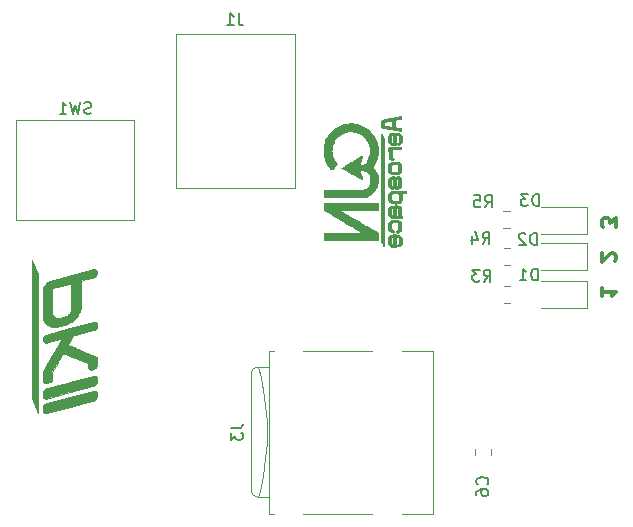
<source format=gbr>
G04 #@! TF.GenerationSoftware,KiCad,Pcbnew,(5.1.4-0-10_14)*
G04 #@! TF.CreationDate,2020-03-10T19:27:28+01:00*
G04 #@! TF.ProjectId,CanSat2020Probe,43616e53-6174-4323-9032-3050726f6265,v01*
G04 #@! TF.SameCoordinates,Original*
G04 #@! TF.FileFunction,Legend,Bot*
G04 #@! TF.FilePolarity,Positive*
%FSLAX46Y46*%
G04 Gerber Fmt 4.6, Leading zero omitted, Abs format (unit mm)*
G04 Created by KiCad (PCBNEW (5.1.4-0-10_14)) date 2020-03-10 19:27:28*
%MOMM*%
%LPD*%
G04 APERTURE LIST*
%ADD10C,0.300000*%
%ADD11C,0.010000*%
%ADD12C,0.120000*%
%ADD13C,0.150000*%
G04 APERTURE END LIST*
D10*
X174707142Y-99778571D02*
X174707142Y-100464285D01*
X174707142Y-100121428D02*
X175907142Y-100121428D01*
X175735714Y-100235714D01*
X175621428Y-100350000D01*
X175564285Y-100464285D01*
X175792857Y-97492857D02*
X175850000Y-97435714D01*
X175907142Y-97321428D01*
X175907142Y-97035714D01*
X175850000Y-96921428D01*
X175792857Y-96864285D01*
X175678571Y-96807142D01*
X175564285Y-96807142D01*
X175392857Y-96864285D01*
X174707142Y-97550000D01*
X174707142Y-96807142D01*
X175907142Y-94578571D02*
X175907142Y-93835714D01*
X175450000Y-94235714D01*
X175450000Y-94064285D01*
X175392857Y-93950000D01*
X175335714Y-93892857D01*
X175221428Y-93835714D01*
X174935714Y-93835714D01*
X174821428Y-93892857D01*
X174764285Y-93950000D01*
X174707142Y-94064285D01*
X174707142Y-94407142D01*
X174764285Y-94521428D01*
X174821428Y-94578571D01*
D11*
G36*
X151185303Y-93135873D02*
G01*
X151194763Y-93142688D01*
X151217446Y-93157263D01*
X151252450Y-93179056D01*
X151298870Y-93207521D01*
X151355805Y-93242117D01*
X151422349Y-93282298D01*
X151497599Y-93327522D01*
X151580653Y-93377245D01*
X151670606Y-93430924D01*
X151766556Y-93488015D01*
X151867598Y-93547974D01*
X151972829Y-93610258D01*
X152028064Y-93642888D01*
X152247490Y-93772439D01*
X152453226Y-93893933D01*
X152645705Y-94007631D01*
X152825357Y-94113790D01*
X152992615Y-94212670D01*
X153147909Y-94304530D01*
X153291672Y-94389629D01*
X153424334Y-94468227D01*
X153546328Y-94540581D01*
X153658084Y-94606951D01*
X153760035Y-94667597D01*
X153852611Y-94722777D01*
X153936245Y-94772750D01*
X154011367Y-94817775D01*
X154078409Y-94858112D01*
X154137802Y-94894020D01*
X154189979Y-94925757D01*
X154235371Y-94953582D01*
X154274408Y-94977755D01*
X154307523Y-94998535D01*
X154335147Y-95016180D01*
X154357711Y-95030951D01*
X154375647Y-95043105D01*
X154389387Y-95052902D01*
X154399362Y-95060600D01*
X154406003Y-95066460D01*
X154409742Y-95070740D01*
X154410994Y-95073541D01*
X154409274Y-95092173D01*
X154402801Y-95102219D01*
X154399835Y-95103159D01*
X154393512Y-95103990D01*
X154383254Y-95104708D01*
X154368485Y-95105309D01*
X154348628Y-95105789D01*
X154323107Y-95106143D01*
X154291344Y-95106368D01*
X154252765Y-95106459D01*
X154206791Y-95106413D01*
X154152846Y-95106224D01*
X154090354Y-95105890D01*
X154018738Y-95105406D01*
X153937422Y-95104768D01*
X153845828Y-95103971D01*
X153743381Y-95103012D01*
X153629504Y-95101887D01*
X153503619Y-95100591D01*
X153365151Y-95099121D01*
X153213523Y-95097472D01*
X153048159Y-95095640D01*
X152868481Y-95093622D01*
X152673913Y-95091412D01*
X152463879Y-95089007D01*
X152331448Y-95087483D01*
X151221446Y-95074691D01*
X151202787Y-95096383D01*
X151197659Y-95102656D01*
X151193568Y-95109455D01*
X151190399Y-95118580D01*
X151188032Y-95131835D01*
X151186351Y-95151019D01*
X151185239Y-95177936D01*
X151184578Y-95214387D01*
X151184251Y-95262174D01*
X151184140Y-95323097D01*
X151184129Y-95382803D01*
X151184166Y-95455756D01*
X151184351Y-95514127D01*
X151184790Y-95559720D01*
X151185590Y-95594341D01*
X151186858Y-95619793D01*
X151188701Y-95637883D01*
X151191226Y-95650414D01*
X151194540Y-95659191D01*
X151198751Y-95666020D01*
X151201110Y-95669121D01*
X151218092Y-95690710D01*
X155720498Y-95690710D01*
X155738313Y-95671746D01*
X155743070Y-95666303D01*
X155746895Y-95660018D01*
X155749889Y-95651169D01*
X155752154Y-95638037D01*
X155753791Y-95618899D01*
X155754903Y-95592036D01*
X155755592Y-95555726D01*
X155755957Y-95508249D01*
X155756103Y-95447884D01*
X155756129Y-95372909D01*
X155756129Y-95370151D01*
X155755977Y-95289088D01*
X155755491Y-95223135D01*
X155754628Y-95171018D01*
X155753343Y-95131461D01*
X155751593Y-95103191D01*
X155749332Y-95084932D01*
X155746517Y-95075411D01*
X155745887Y-95074447D01*
X155743508Y-95071786D01*
X155739843Y-95068484D01*
X155734350Y-95064225D01*
X155726488Y-95058694D01*
X155715717Y-95051577D01*
X155701496Y-95042560D01*
X155683283Y-95031327D01*
X155660539Y-95017564D01*
X155632722Y-95000956D01*
X155599290Y-94981188D01*
X155559705Y-94957946D01*
X155513424Y-94930915D01*
X155459906Y-94899780D01*
X155398612Y-94864227D01*
X155328999Y-94823940D01*
X155250528Y-94778606D01*
X155162656Y-94727909D01*
X155064845Y-94671534D01*
X154956551Y-94609167D01*
X154837236Y-94540494D01*
X154706357Y-94465199D01*
X154563374Y-94382968D01*
X154407746Y-94293486D01*
X154238933Y-94196439D01*
X154076451Y-94103040D01*
X153888362Y-93994893D01*
X153714134Y-93894646D01*
X153553392Y-93802080D01*
X153405762Y-93716977D01*
X153270869Y-93639120D01*
X153148340Y-93568288D01*
X153037800Y-93504265D01*
X152938875Y-93446832D01*
X152851190Y-93395771D01*
X152774371Y-93350863D01*
X152708045Y-93311890D01*
X152651835Y-93278634D01*
X152605369Y-93250876D01*
X152568271Y-93228399D01*
X152540168Y-93210983D01*
X152520686Y-93198411D01*
X152509449Y-93190465D01*
X152506114Y-93187218D01*
X152506414Y-93172044D01*
X152510923Y-93159951D01*
X152519818Y-93143330D01*
X155712370Y-93153368D01*
X155726056Y-93133828D01*
X155729797Y-93127000D01*
X155732797Y-93117185D01*
X155735136Y-93102662D01*
X155736893Y-93081714D01*
X155738148Y-93052620D01*
X155738981Y-93013662D01*
X155739471Y-92963120D01*
X155739697Y-92899275D01*
X155739742Y-92837996D01*
X155739724Y-92763495D01*
X155739598Y-92703676D01*
X155739257Y-92656836D01*
X155738594Y-92621269D01*
X155737501Y-92595270D01*
X155735871Y-92577137D01*
X155733596Y-92565163D01*
X155730570Y-92557646D01*
X155726683Y-92552879D01*
X155721831Y-92549158D01*
X155721531Y-92548948D01*
X155718550Y-92547651D01*
X155713066Y-92546444D01*
X155704515Y-92545323D01*
X155692333Y-92544286D01*
X155675955Y-92543330D01*
X155654818Y-92542450D01*
X155628358Y-92541645D01*
X155596010Y-92540911D01*
X155557211Y-92540244D01*
X155511395Y-92539642D01*
X155458000Y-92539101D01*
X155396461Y-92538619D01*
X155326213Y-92538191D01*
X155246693Y-92537816D01*
X155157336Y-92537489D01*
X155057579Y-92537207D01*
X154946857Y-92536968D01*
X154824606Y-92536768D01*
X154690263Y-92536604D01*
X154543262Y-92536472D01*
X154383040Y-92536371D01*
X154209032Y-92536295D01*
X154020675Y-92536243D01*
X153817404Y-92536211D01*
X153598656Y-92536196D01*
X153456923Y-92536194D01*
X153229960Y-92536195D01*
X153018807Y-92536204D01*
X152822890Y-92536223D01*
X152641632Y-92536256D01*
X152474456Y-92536308D01*
X152320788Y-92536382D01*
X152180049Y-92536482D01*
X152051666Y-92536613D01*
X151935061Y-92536778D01*
X151829659Y-92536982D01*
X151734883Y-92537228D01*
X151650157Y-92537520D01*
X151574906Y-92537862D01*
X151508553Y-92538259D01*
X151450522Y-92538714D01*
X151400237Y-92539231D01*
X151357123Y-92539814D01*
X151320602Y-92540468D01*
X151290099Y-92541195D01*
X151265038Y-92542001D01*
X151244843Y-92542889D01*
X151228937Y-92543863D01*
X151216746Y-92544927D01*
X151207691Y-92546085D01*
X151201199Y-92547342D01*
X151196691Y-92548700D01*
X151193593Y-92550164D01*
X151191329Y-92551738D01*
X151191187Y-92551852D01*
X151171849Y-92567511D01*
X151168921Y-92841250D01*
X151165994Y-93114990D01*
X151185303Y-93135873D01*
X151185303Y-93135873D01*
G37*
X151185303Y-93135873D02*
X151194763Y-93142688D01*
X151217446Y-93157263D01*
X151252450Y-93179056D01*
X151298870Y-93207521D01*
X151355805Y-93242117D01*
X151422349Y-93282298D01*
X151497599Y-93327522D01*
X151580653Y-93377245D01*
X151670606Y-93430924D01*
X151766556Y-93488015D01*
X151867598Y-93547974D01*
X151972829Y-93610258D01*
X152028064Y-93642888D01*
X152247490Y-93772439D01*
X152453226Y-93893933D01*
X152645705Y-94007631D01*
X152825357Y-94113790D01*
X152992615Y-94212670D01*
X153147909Y-94304530D01*
X153291672Y-94389629D01*
X153424334Y-94468227D01*
X153546328Y-94540581D01*
X153658084Y-94606951D01*
X153760035Y-94667597D01*
X153852611Y-94722777D01*
X153936245Y-94772750D01*
X154011367Y-94817775D01*
X154078409Y-94858112D01*
X154137802Y-94894020D01*
X154189979Y-94925757D01*
X154235371Y-94953582D01*
X154274408Y-94977755D01*
X154307523Y-94998535D01*
X154335147Y-95016180D01*
X154357711Y-95030951D01*
X154375647Y-95043105D01*
X154389387Y-95052902D01*
X154399362Y-95060600D01*
X154406003Y-95066460D01*
X154409742Y-95070740D01*
X154410994Y-95073541D01*
X154409274Y-95092173D01*
X154402801Y-95102219D01*
X154399835Y-95103159D01*
X154393512Y-95103990D01*
X154383254Y-95104708D01*
X154368485Y-95105309D01*
X154348628Y-95105789D01*
X154323107Y-95106143D01*
X154291344Y-95106368D01*
X154252765Y-95106459D01*
X154206791Y-95106413D01*
X154152846Y-95106224D01*
X154090354Y-95105890D01*
X154018738Y-95105406D01*
X153937422Y-95104768D01*
X153845828Y-95103971D01*
X153743381Y-95103012D01*
X153629504Y-95101887D01*
X153503619Y-95100591D01*
X153365151Y-95099121D01*
X153213523Y-95097472D01*
X153048159Y-95095640D01*
X152868481Y-95093622D01*
X152673913Y-95091412D01*
X152463879Y-95089007D01*
X152331448Y-95087483D01*
X151221446Y-95074691D01*
X151202787Y-95096383D01*
X151197659Y-95102656D01*
X151193568Y-95109455D01*
X151190399Y-95118580D01*
X151188032Y-95131835D01*
X151186351Y-95151019D01*
X151185239Y-95177936D01*
X151184578Y-95214387D01*
X151184251Y-95262174D01*
X151184140Y-95323097D01*
X151184129Y-95382803D01*
X151184166Y-95455756D01*
X151184351Y-95514127D01*
X151184790Y-95559720D01*
X151185590Y-95594341D01*
X151186858Y-95619793D01*
X151188701Y-95637883D01*
X151191226Y-95650414D01*
X151194540Y-95659191D01*
X151198751Y-95666020D01*
X151201110Y-95669121D01*
X151218092Y-95690710D01*
X155720498Y-95690710D01*
X155738313Y-95671746D01*
X155743070Y-95666303D01*
X155746895Y-95660018D01*
X155749889Y-95651169D01*
X155752154Y-95638037D01*
X155753791Y-95618899D01*
X155754903Y-95592036D01*
X155755592Y-95555726D01*
X155755957Y-95508249D01*
X155756103Y-95447884D01*
X155756129Y-95372909D01*
X155756129Y-95370151D01*
X155755977Y-95289088D01*
X155755491Y-95223135D01*
X155754628Y-95171018D01*
X155753343Y-95131461D01*
X155751593Y-95103191D01*
X155749332Y-95084932D01*
X155746517Y-95075411D01*
X155745887Y-95074447D01*
X155743508Y-95071786D01*
X155739843Y-95068484D01*
X155734350Y-95064225D01*
X155726488Y-95058694D01*
X155715717Y-95051577D01*
X155701496Y-95042560D01*
X155683283Y-95031327D01*
X155660539Y-95017564D01*
X155632722Y-95000956D01*
X155599290Y-94981188D01*
X155559705Y-94957946D01*
X155513424Y-94930915D01*
X155459906Y-94899780D01*
X155398612Y-94864227D01*
X155328999Y-94823940D01*
X155250528Y-94778606D01*
X155162656Y-94727909D01*
X155064845Y-94671534D01*
X154956551Y-94609167D01*
X154837236Y-94540494D01*
X154706357Y-94465199D01*
X154563374Y-94382968D01*
X154407746Y-94293486D01*
X154238933Y-94196439D01*
X154076451Y-94103040D01*
X153888362Y-93994893D01*
X153714134Y-93894646D01*
X153553392Y-93802080D01*
X153405762Y-93716977D01*
X153270869Y-93639120D01*
X153148340Y-93568288D01*
X153037800Y-93504265D01*
X152938875Y-93446832D01*
X152851190Y-93395771D01*
X152774371Y-93350863D01*
X152708045Y-93311890D01*
X152651835Y-93278634D01*
X152605369Y-93250876D01*
X152568271Y-93228399D01*
X152540168Y-93210983D01*
X152520686Y-93198411D01*
X152509449Y-93190465D01*
X152506114Y-93187218D01*
X152506414Y-93172044D01*
X152510923Y-93159951D01*
X152519818Y-93143330D01*
X155712370Y-93153368D01*
X155726056Y-93133828D01*
X155729797Y-93127000D01*
X155732797Y-93117185D01*
X155735136Y-93102662D01*
X155736893Y-93081714D01*
X155738148Y-93052620D01*
X155738981Y-93013662D01*
X155739471Y-92963120D01*
X155739697Y-92899275D01*
X155739742Y-92837996D01*
X155739724Y-92763495D01*
X155739598Y-92703676D01*
X155739257Y-92656836D01*
X155738594Y-92621269D01*
X155737501Y-92595270D01*
X155735871Y-92577137D01*
X155733596Y-92565163D01*
X155730570Y-92557646D01*
X155726683Y-92552879D01*
X155721831Y-92549158D01*
X155721531Y-92548948D01*
X155718550Y-92547651D01*
X155713066Y-92546444D01*
X155704515Y-92545323D01*
X155692333Y-92544286D01*
X155675955Y-92543330D01*
X155654818Y-92542450D01*
X155628358Y-92541645D01*
X155596010Y-92540911D01*
X155557211Y-92540244D01*
X155511395Y-92539642D01*
X155458000Y-92539101D01*
X155396461Y-92538619D01*
X155326213Y-92538191D01*
X155246693Y-92537816D01*
X155157336Y-92537489D01*
X155057579Y-92537207D01*
X154946857Y-92536968D01*
X154824606Y-92536768D01*
X154690263Y-92536604D01*
X154543262Y-92536472D01*
X154383040Y-92536371D01*
X154209032Y-92536295D01*
X154020675Y-92536243D01*
X153817404Y-92536211D01*
X153598656Y-92536196D01*
X153456923Y-92536194D01*
X153229960Y-92536195D01*
X153018807Y-92536204D01*
X152822890Y-92536223D01*
X152641632Y-92536256D01*
X152474456Y-92536308D01*
X152320788Y-92536382D01*
X152180049Y-92536482D01*
X152051666Y-92536613D01*
X151935061Y-92536778D01*
X151829659Y-92536982D01*
X151734883Y-92537228D01*
X151650157Y-92537520D01*
X151574906Y-92537862D01*
X151508553Y-92538259D01*
X151450522Y-92538714D01*
X151400237Y-92539231D01*
X151357123Y-92539814D01*
X151320602Y-92540468D01*
X151290099Y-92541195D01*
X151265038Y-92542001D01*
X151244843Y-92542889D01*
X151228937Y-92543863D01*
X151216746Y-92544927D01*
X151207691Y-92546085D01*
X151201199Y-92547342D01*
X151196691Y-92548700D01*
X151193593Y-92550164D01*
X151191329Y-92551738D01*
X151191187Y-92551852D01*
X151171849Y-92567511D01*
X151168921Y-92841250D01*
X151165994Y-93114990D01*
X151185303Y-93135873D01*
G36*
X151157279Y-88235534D02*
G01*
X151160192Y-88303771D01*
X151164650Y-88360703D01*
X151166153Y-88373871D01*
X151197989Y-88566133D01*
X151244906Y-88753931D01*
X151306468Y-88936174D01*
X151382239Y-89111767D01*
X151471784Y-89279619D01*
X151574664Y-89438636D01*
X151611147Y-89488560D01*
X151643057Y-89529782D01*
X151677955Y-89572949D01*
X151711713Y-89613057D01*
X151740203Y-89645104D01*
X151741304Y-89646286D01*
X151769670Y-89675772D01*
X151790372Y-89694690D01*
X151806167Y-89705120D01*
X151819813Y-89709140D01*
X151825056Y-89709419D01*
X151832847Y-89708182D01*
X151842582Y-89703753D01*
X151855458Y-89695057D01*
X151872676Y-89681022D01*
X151895431Y-89660571D01*
X151924924Y-89632630D01*
X151962353Y-89596126D01*
X152008915Y-89549983D01*
X152061859Y-89497082D01*
X152118430Y-89440251D01*
X152164309Y-89393704D01*
X152200539Y-89356283D01*
X152228159Y-89326832D01*
X152248212Y-89304193D01*
X152261739Y-89287211D01*
X152269780Y-89274726D01*
X152273377Y-89265584D01*
X152273839Y-89261518D01*
X152269879Y-89245384D01*
X152257318Y-89222444D01*
X152235077Y-89190956D01*
X152211207Y-89160452D01*
X152110320Y-89022905D01*
X152024488Y-88880213D01*
X151953861Y-88733061D01*
X151898586Y-88582136D01*
X151858813Y-88428125D01*
X151834689Y-88271714D01*
X151826365Y-88113589D01*
X151833987Y-87954438D01*
X151857705Y-87794947D01*
X151888216Y-87668113D01*
X151938590Y-87516407D01*
X152001728Y-87374321D01*
X152078366Y-87240580D01*
X152169244Y-87113908D01*
X152275101Y-86993032D01*
X152285601Y-86982175D01*
X152406721Y-86868631D01*
X152534245Y-86770040D01*
X152668738Y-86686043D01*
X152810766Y-86616282D01*
X152939773Y-86567265D01*
X153097252Y-86523320D01*
X153256035Y-86495421D01*
X153415126Y-86483388D01*
X153573532Y-86487042D01*
X153730257Y-86506203D01*
X153884308Y-86540692D01*
X154034689Y-86590329D01*
X154180407Y-86654935D01*
X154320466Y-86734330D01*
X154453873Y-86828335D01*
X154473838Y-86844158D01*
X154518420Y-86882505D01*
X154568755Y-86929840D01*
X154621090Y-86982300D01*
X154671677Y-87036018D01*
X154716763Y-87087131D01*
X154751343Y-87130098D01*
X154840175Y-87261082D01*
X154915893Y-87399815D01*
X154977857Y-87544561D01*
X155025426Y-87693589D01*
X155057959Y-87845163D01*
X155074815Y-87997550D01*
X155075303Y-88006474D01*
X155078347Y-88134541D01*
X155073271Y-88254267D01*
X155059426Y-88369682D01*
X155036162Y-88484818D01*
X155002833Y-88603703D01*
X154958818Y-88730290D01*
X154907377Y-88856078D01*
X154853210Y-88966325D01*
X154795566Y-89061762D01*
X154733692Y-89143115D01*
X154666836Y-89211113D01*
X154594246Y-89266485D01*
X154515168Y-89309958D01*
X154428852Y-89342261D01*
X154334545Y-89364121D01*
X154298405Y-89369587D01*
X154252741Y-89374715D01*
X154220556Y-89375852D01*
X154199365Y-89372694D01*
X154186681Y-89364939D01*
X154181008Y-89355276D01*
X154182868Y-89345666D01*
X154189703Y-89322158D01*
X154201001Y-89286296D01*
X154216252Y-89239623D01*
X154234944Y-89183684D01*
X154256567Y-89120022D01*
X154280609Y-89050180D01*
X154306560Y-88975704D01*
X154307859Y-88972000D01*
X154339059Y-88882953D01*
X154365125Y-88808062D01*
X154386345Y-88746018D01*
X154403006Y-88695513D01*
X154415393Y-88655237D01*
X154423796Y-88623882D01*
X154428499Y-88600139D01*
X154429791Y-88582700D01*
X154427957Y-88570255D01*
X154423287Y-88561496D01*
X154416065Y-88555114D01*
X154406579Y-88549801D01*
X154401026Y-88547111D01*
X154379451Y-88540267D01*
X154359591Y-88544292D01*
X154356436Y-88545671D01*
X154346691Y-88551211D01*
X154324278Y-88564610D01*
X154290233Y-88585230D01*
X154245592Y-88612429D01*
X154191392Y-88645568D01*
X154128668Y-88684007D01*
X154058458Y-88727107D01*
X153981797Y-88774227D01*
X153899722Y-88824727D01*
X153813269Y-88877967D01*
X153723475Y-88933308D01*
X153631375Y-88990110D01*
X153538007Y-89047732D01*
X153444406Y-89105535D01*
X153351609Y-89162879D01*
X153260652Y-89219124D01*
X153172571Y-89273629D01*
X153088403Y-89325756D01*
X153009185Y-89374864D01*
X152935951Y-89420313D01*
X152869740Y-89461464D01*
X152811587Y-89497676D01*
X152762528Y-89528309D01*
X152723600Y-89552724D01*
X152695839Y-89570280D01*
X152680281Y-89580338D01*
X152677205Y-89582574D01*
X152684497Y-89586751D01*
X152705195Y-89598451D01*
X152738414Y-89617174D01*
X152783270Y-89642425D01*
X152838877Y-89673706D01*
X152904351Y-89710519D01*
X152978806Y-89752366D01*
X153061359Y-89798752D01*
X153151123Y-89849178D01*
X153247214Y-89903146D01*
X153348748Y-89960160D01*
X153454840Y-90019722D01*
X153520592Y-90056632D01*
X153665136Y-90137670D01*
X153795713Y-90210675D01*
X153912566Y-90275779D01*
X154015936Y-90333113D01*
X154106065Y-90382809D01*
X154183195Y-90424999D01*
X154247566Y-90459816D01*
X154299422Y-90487390D01*
X154339003Y-90507854D01*
X154366551Y-90521340D01*
X154382309Y-90527980D01*
X154385790Y-90528774D01*
X154413156Y-90522146D01*
X154430330Y-90503585D01*
X154435771Y-90475076D01*
X154434964Y-90465458D01*
X154431245Y-90451256D01*
X154422367Y-90423512D01*
X154408961Y-90384014D01*
X154391655Y-90334552D01*
X154371079Y-90276913D01*
X154347861Y-90212887D01*
X154322631Y-90144262D01*
X154310455Y-90111460D01*
X154284577Y-90041730D01*
X154260405Y-89976150D01*
X154238563Y-89916447D01*
X154219674Y-89864347D01*
X154204364Y-89821577D01*
X154193257Y-89789864D01*
X154186976Y-89770932D01*
X154185855Y-89766872D01*
X154184195Y-89749468D01*
X154188659Y-89737812D01*
X154201172Y-89731527D01*
X154223657Y-89730233D01*
X154258036Y-89733554D01*
X154306235Y-89741111D01*
X154311912Y-89742089D01*
X154408826Y-89760346D01*
X154492661Y-89779549D01*
X154566724Y-89800692D01*
X154634322Y-89824769D01*
X154698762Y-89852773D01*
X154727838Y-89867036D01*
X154821369Y-89919842D01*
X154900022Y-89976545D01*
X154965156Y-90038815D01*
X155018127Y-90108325D01*
X155060293Y-90186745D01*
X155093013Y-90275747D01*
X155108978Y-90336226D01*
X155111885Y-90356222D01*
X155114804Y-90389653D01*
X155117563Y-90433569D01*
X155119989Y-90485019D01*
X155121909Y-90541051D01*
X155122623Y-90569742D01*
X155123839Y-90635365D01*
X155124246Y-90687190D01*
X155123752Y-90727791D01*
X155122265Y-90759740D01*
X155119691Y-90785612D01*
X155115938Y-90807980D01*
X155113687Y-90818243D01*
X155082094Y-90918086D01*
X155035806Y-91013780D01*
X154976316Y-91103749D01*
X154905112Y-91186414D01*
X154823686Y-91260200D01*
X154733527Y-91323529D01*
X154636125Y-91374825D01*
X154559871Y-91404239D01*
X154526651Y-91414091D01*
X154484807Y-91425060D01*
X154441815Y-91435217D01*
X154428774Y-91438036D01*
X154419171Y-91439992D01*
X154409305Y-91441786D01*
X154398460Y-91443425D01*
X154385923Y-91444915D01*
X154370977Y-91446264D01*
X154352907Y-91447479D01*
X154331000Y-91448567D01*
X154304539Y-91449535D01*
X154272810Y-91450391D01*
X154235097Y-91451141D01*
X154190686Y-91451792D01*
X154138862Y-91452352D01*
X154078910Y-91452828D01*
X154010114Y-91453226D01*
X153931760Y-91453555D01*
X153843133Y-91453820D01*
X153743517Y-91454029D01*
X153632199Y-91454189D01*
X153508461Y-91454308D01*
X153371591Y-91454392D01*
X153220872Y-91454449D01*
X153055590Y-91454485D01*
X152875030Y-91454507D01*
X152768802Y-91454517D01*
X152579489Y-91454536D01*
X152405877Y-91454567D01*
X152247282Y-91454617D01*
X152103018Y-91454690D01*
X151972399Y-91454795D01*
X151854741Y-91454937D01*
X151749358Y-91455123D01*
X151655564Y-91455360D01*
X151572674Y-91455653D01*
X151500003Y-91456010D01*
X151436865Y-91456437D01*
X151382576Y-91456940D01*
X151336449Y-91457527D01*
X151297799Y-91458202D01*
X151265941Y-91458974D01*
X151240190Y-91459848D01*
X151219860Y-91460830D01*
X151204265Y-91461929D01*
X151192721Y-91463149D01*
X151184542Y-91464497D01*
X151179043Y-91465980D01*
X151175538Y-91467605D01*
X151173342Y-91469377D01*
X151173108Y-91469629D01*
X151169423Y-91475142D01*
X151166463Y-91483797D01*
X151164152Y-91497275D01*
X151162411Y-91517257D01*
X151161163Y-91545424D01*
X151160330Y-91583457D01*
X151159836Y-91633037D01*
X151159601Y-91695844D01*
X151159548Y-91763327D01*
X151159576Y-91838259D01*
X151159726Y-91898518D01*
X151160099Y-91945820D01*
X151160796Y-91981881D01*
X151161916Y-92008413D01*
X151163561Y-92027134D01*
X151165831Y-92039757D01*
X151168826Y-92047998D01*
X151172647Y-92053571D01*
X151176793Y-92057649D01*
X151179749Y-92059964D01*
X151183806Y-92062040D01*
X151189833Y-92063894D01*
X151198694Y-92065541D01*
X151211257Y-92066994D01*
X151228389Y-92068270D01*
X151250955Y-92069383D01*
X151279823Y-92070348D01*
X151315859Y-92071180D01*
X151359930Y-92071895D01*
X151412902Y-92072506D01*
X151475641Y-92073029D01*
X151549015Y-92073480D01*
X151633890Y-92073872D01*
X151731133Y-92074221D01*
X151841610Y-92074542D01*
X151966187Y-92074850D01*
X152105732Y-92075159D01*
X152203035Y-92075364D01*
X152346143Y-92075583D01*
X152495221Y-92075661D01*
X152648225Y-92075606D01*
X152803111Y-92075422D01*
X152957836Y-92075117D01*
X153110355Y-92074697D01*
X153258626Y-92074169D01*
X153400605Y-92073538D01*
X153534247Y-92072812D01*
X153657509Y-92071996D01*
X153768348Y-92071098D01*
X153859322Y-92070184D01*
X153981167Y-92068822D01*
X154087922Y-92067593D01*
X154180884Y-92066398D01*
X154261348Y-92065139D01*
X154330610Y-92063717D01*
X154389967Y-92062032D01*
X154440715Y-92059987D01*
X154484149Y-92057483D01*
X154521565Y-92054420D01*
X154554259Y-92050700D01*
X154583528Y-92046224D01*
X154610667Y-92040893D01*
X154636973Y-92034609D01*
X154663740Y-92027273D01*
X154692266Y-92018786D01*
X154723846Y-92009050D01*
X154744225Y-92002744D01*
X154880154Y-91952381D01*
X155010865Y-91887308D01*
X155135132Y-91808707D01*
X155251730Y-91717760D01*
X155359432Y-91615651D01*
X155457013Y-91503562D01*
X155543246Y-91382675D01*
X155616906Y-91254173D01*
X155676767Y-91119239D01*
X155686065Y-91094129D01*
X155723378Y-90970900D01*
X155750472Y-90839526D01*
X155766886Y-90704361D01*
X155772158Y-90569757D01*
X155765827Y-90440067D01*
X155760367Y-90393581D01*
X155731043Y-90238128D01*
X155686979Y-90089835D01*
X155628160Y-89948671D01*
X155554573Y-89814607D01*
X155466204Y-89687616D01*
X155364324Y-89569023D01*
X155338234Y-89541066D01*
X155316888Y-89517391D01*
X155302501Y-89500514D01*
X155297290Y-89492969D01*
X155301692Y-89484363D01*
X155313506Y-89465641D01*
X155330649Y-89440042D01*
X155341434Y-89424430D01*
X155436983Y-89274269D01*
X155521986Y-89113294D01*
X155595315Y-88944106D01*
X155655840Y-88769301D01*
X155701635Y-88595097D01*
X155734402Y-88409750D01*
X155751421Y-88221614D01*
X155752790Y-88032083D01*
X155738607Y-87842548D01*
X155708967Y-87654403D01*
X155663969Y-87469041D01*
X155611905Y-87309769D01*
X155572271Y-87212372D01*
X155523112Y-87108159D01*
X155466810Y-87001343D01*
X155405744Y-86896139D01*
X155342296Y-86796760D01*
X155278844Y-86707420D01*
X155252610Y-86673710D01*
X155129362Y-86532847D01*
X154994424Y-86402112D01*
X154849135Y-86282331D01*
X154694833Y-86174333D01*
X154532858Y-86078944D01*
X154364549Y-85996994D01*
X154191246Y-85929310D01*
X154014287Y-85876718D01*
X153932861Y-85857996D01*
X153760795Y-85829317D01*
X153582828Y-85813403D01*
X153402929Y-85810324D01*
X153225068Y-85820151D01*
X153055762Y-85842511D01*
X152869392Y-85883072D01*
X152688181Y-85938818D01*
X152512963Y-86009128D01*
X152344572Y-86093378D01*
X152183841Y-86190950D01*
X152031603Y-86301220D01*
X151888693Y-86423569D01*
X151755944Y-86557373D01*
X151634190Y-86702013D01*
X151524264Y-86856866D01*
X151426999Y-87021312D01*
X151397219Y-87078782D01*
X151317621Y-87254627D01*
X151253803Y-87432897D01*
X151205166Y-87615520D01*
X151171111Y-87804427D01*
X151170542Y-87808516D01*
X151164824Y-87862155D01*
X151160468Y-87928040D01*
X151157506Y-88002245D01*
X151155966Y-88080846D01*
X151155880Y-88159917D01*
X151157279Y-88235534D01*
X151157279Y-88235534D01*
G37*
X151157279Y-88235534D02*
X151160192Y-88303771D01*
X151164650Y-88360703D01*
X151166153Y-88373871D01*
X151197989Y-88566133D01*
X151244906Y-88753931D01*
X151306468Y-88936174D01*
X151382239Y-89111767D01*
X151471784Y-89279619D01*
X151574664Y-89438636D01*
X151611147Y-89488560D01*
X151643057Y-89529782D01*
X151677955Y-89572949D01*
X151711713Y-89613057D01*
X151740203Y-89645104D01*
X151741304Y-89646286D01*
X151769670Y-89675772D01*
X151790372Y-89694690D01*
X151806167Y-89705120D01*
X151819813Y-89709140D01*
X151825056Y-89709419D01*
X151832847Y-89708182D01*
X151842582Y-89703753D01*
X151855458Y-89695057D01*
X151872676Y-89681022D01*
X151895431Y-89660571D01*
X151924924Y-89632630D01*
X151962353Y-89596126D01*
X152008915Y-89549983D01*
X152061859Y-89497082D01*
X152118430Y-89440251D01*
X152164309Y-89393704D01*
X152200539Y-89356283D01*
X152228159Y-89326832D01*
X152248212Y-89304193D01*
X152261739Y-89287211D01*
X152269780Y-89274726D01*
X152273377Y-89265584D01*
X152273839Y-89261518D01*
X152269879Y-89245384D01*
X152257318Y-89222444D01*
X152235077Y-89190956D01*
X152211207Y-89160452D01*
X152110320Y-89022905D01*
X152024488Y-88880213D01*
X151953861Y-88733061D01*
X151898586Y-88582136D01*
X151858813Y-88428125D01*
X151834689Y-88271714D01*
X151826365Y-88113589D01*
X151833987Y-87954438D01*
X151857705Y-87794947D01*
X151888216Y-87668113D01*
X151938590Y-87516407D01*
X152001728Y-87374321D01*
X152078366Y-87240580D01*
X152169244Y-87113908D01*
X152275101Y-86993032D01*
X152285601Y-86982175D01*
X152406721Y-86868631D01*
X152534245Y-86770040D01*
X152668738Y-86686043D01*
X152810766Y-86616282D01*
X152939773Y-86567265D01*
X153097252Y-86523320D01*
X153256035Y-86495421D01*
X153415126Y-86483388D01*
X153573532Y-86487042D01*
X153730257Y-86506203D01*
X153884308Y-86540692D01*
X154034689Y-86590329D01*
X154180407Y-86654935D01*
X154320466Y-86734330D01*
X154453873Y-86828335D01*
X154473838Y-86844158D01*
X154518420Y-86882505D01*
X154568755Y-86929840D01*
X154621090Y-86982300D01*
X154671677Y-87036018D01*
X154716763Y-87087131D01*
X154751343Y-87130098D01*
X154840175Y-87261082D01*
X154915893Y-87399815D01*
X154977857Y-87544561D01*
X155025426Y-87693589D01*
X155057959Y-87845163D01*
X155074815Y-87997550D01*
X155075303Y-88006474D01*
X155078347Y-88134541D01*
X155073271Y-88254267D01*
X155059426Y-88369682D01*
X155036162Y-88484818D01*
X155002833Y-88603703D01*
X154958818Y-88730290D01*
X154907377Y-88856078D01*
X154853210Y-88966325D01*
X154795566Y-89061762D01*
X154733692Y-89143115D01*
X154666836Y-89211113D01*
X154594246Y-89266485D01*
X154515168Y-89309958D01*
X154428852Y-89342261D01*
X154334545Y-89364121D01*
X154298405Y-89369587D01*
X154252741Y-89374715D01*
X154220556Y-89375852D01*
X154199365Y-89372694D01*
X154186681Y-89364939D01*
X154181008Y-89355276D01*
X154182868Y-89345666D01*
X154189703Y-89322158D01*
X154201001Y-89286296D01*
X154216252Y-89239623D01*
X154234944Y-89183684D01*
X154256567Y-89120022D01*
X154280609Y-89050180D01*
X154306560Y-88975704D01*
X154307859Y-88972000D01*
X154339059Y-88882953D01*
X154365125Y-88808062D01*
X154386345Y-88746018D01*
X154403006Y-88695513D01*
X154415393Y-88655237D01*
X154423796Y-88623882D01*
X154428499Y-88600139D01*
X154429791Y-88582700D01*
X154427957Y-88570255D01*
X154423287Y-88561496D01*
X154416065Y-88555114D01*
X154406579Y-88549801D01*
X154401026Y-88547111D01*
X154379451Y-88540267D01*
X154359591Y-88544292D01*
X154356436Y-88545671D01*
X154346691Y-88551211D01*
X154324278Y-88564610D01*
X154290233Y-88585230D01*
X154245592Y-88612429D01*
X154191392Y-88645568D01*
X154128668Y-88684007D01*
X154058458Y-88727107D01*
X153981797Y-88774227D01*
X153899722Y-88824727D01*
X153813269Y-88877967D01*
X153723475Y-88933308D01*
X153631375Y-88990110D01*
X153538007Y-89047732D01*
X153444406Y-89105535D01*
X153351609Y-89162879D01*
X153260652Y-89219124D01*
X153172571Y-89273629D01*
X153088403Y-89325756D01*
X153009185Y-89374864D01*
X152935951Y-89420313D01*
X152869740Y-89461464D01*
X152811587Y-89497676D01*
X152762528Y-89528309D01*
X152723600Y-89552724D01*
X152695839Y-89570280D01*
X152680281Y-89580338D01*
X152677205Y-89582574D01*
X152684497Y-89586751D01*
X152705195Y-89598451D01*
X152738414Y-89617174D01*
X152783270Y-89642425D01*
X152838877Y-89673706D01*
X152904351Y-89710519D01*
X152978806Y-89752366D01*
X153061359Y-89798752D01*
X153151123Y-89849178D01*
X153247214Y-89903146D01*
X153348748Y-89960160D01*
X153454840Y-90019722D01*
X153520592Y-90056632D01*
X153665136Y-90137670D01*
X153795713Y-90210675D01*
X153912566Y-90275779D01*
X154015936Y-90333113D01*
X154106065Y-90382809D01*
X154183195Y-90424999D01*
X154247566Y-90459816D01*
X154299422Y-90487390D01*
X154339003Y-90507854D01*
X154366551Y-90521340D01*
X154382309Y-90527980D01*
X154385790Y-90528774D01*
X154413156Y-90522146D01*
X154430330Y-90503585D01*
X154435771Y-90475076D01*
X154434964Y-90465458D01*
X154431245Y-90451256D01*
X154422367Y-90423512D01*
X154408961Y-90384014D01*
X154391655Y-90334552D01*
X154371079Y-90276913D01*
X154347861Y-90212887D01*
X154322631Y-90144262D01*
X154310455Y-90111460D01*
X154284577Y-90041730D01*
X154260405Y-89976150D01*
X154238563Y-89916447D01*
X154219674Y-89864347D01*
X154204364Y-89821577D01*
X154193257Y-89789864D01*
X154186976Y-89770932D01*
X154185855Y-89766872D01*
X154184195Y-89749468D01*
X154188659Y-89737812D01*
X154201172Y-89731527D01*
X154223657Y-89730233D01*
X154258036Y-89733554D01*
X154306235Y-89741111D01*
X154311912Y-89742089D01*
X154408826Y-89760346D01*
X154492661Y-89779549D01*
X154566724Y-89800692D01*
X154634322Y-89824769D01*
X154698762Y-89852773D01*
X154727838Y-89867036D01*
X154821369Y-89919842D01*
X154900022Y-89976545D01*
X154965156Y-90038815D01*
X155018127Y-90108325D01*
X155060293Y-90186745D01*
X155093013Y-90275747D01*
X155108978Y-90336226D01*
X155111885Y-90356222D01*
X155114804Y-90389653D01*
X155117563Y-90433569D01*
X155119989Y-90485019D01*
X155121909Y-90541051D01*
X155122623Y-90569742D01*
X155123839Y-90635365D01*
X155124246Y-90687190D01*
X155123752Y-90727791D01*
X155122265Y-90759740D01*
X155119691Y-90785612D01*
X155115938Y-90807980D01*
X155113687Y-90818243D01*
X155082094Y-90918086D01*
X155035806Y-91013780D01*
X154976316Y-91103749D01*
X154905112Y-91186414D01*
X154823686Y-91260200D01*
X154733527Y-91323529D01*
X154636125Y-91374825D01*
X154559871Y-91404239D01*
X154526651Y-91414091D01*
X154484807Y-91425060D01*
X154441815Y-91435217D01*
X154428774Y-91438036D01*
X154419171Y-91439992D01*
X154409305Y-91441786D01*
X154398460Y-91443425D01*
X154385923Y-91444915D01*
X154370977Y-91446264D01*
X154352907Y-91447479D01*
X154331000Y-91448567D01*
X154304539Y-91449535D01*
X154272810Y-91450391D01*
X154235097Y-91451141D01*
X154190686Y-91451792D01*
X154138862Y-91452352D01*
X154078910Y-91452828D01*
X154010114Y-91453226D01*
X153931760Y-91453555D01*
X153843133Y-91453820D01*
X153743517Y-91454029D01*
X153632199Y-91454189D01*
X153508461Y-91454308D01*
X153371591Y-91454392D01*
X153220872Y-91454449D01*
X153055590Y-91454485D01*
X152875030Y-91454507D01*
X152768802Y-91454517D01*
X152579489Y-91454536D01*
X152405877Y-91454567D01*
X152247282Y-91454617D01*
X152103018Y-91454690D01*
X151972399Y-91454795D01*
X151854741Y-91454937D01*
X151749358Y-91455123D01*
X151655564Y-91455360D01*
X151572674Y-91455653D01*
X151500003Y-91456010D01*
X151436865Y-91456437D01*
X151382576Y-91456940D01*
X151336449Y-91457527D01*
X151297799Y-91458202D01*
X151265941Y-91458974D01*
X151240190Y-91459848D01*
X151219860Y-91460830D01*
X151204265Y-91461929D01*
X151192721Y-91463149D01*
X151184542Y-91464497D01*
X151179043Y-91465980D01*
X151175538Y-91467605D01*
X151173342Y-91469377D01*
X151173108Y-91469629D01*
X151169423Y-91475142D01*
X151166463Y-91483797D01*
X151164152Y-91497275D01*
X151162411Y-91517257D01*
X151161163Y-91545424D01*
X151160330Y-91583457D01*
X151159836Y-91633037D01*
X151159601Y-91695844D01*
X151159548Y-91763327D01*
X151159576Y-91838259D01*
X151159726Y-91898518D01*
X151160099Y-91945820D01*
X151160796Y-91981881D01*
X151161916Y-92008413D01*
X151163561Y-92027134D01*
X151165831Y-92039757D01*
X151168826Y-92047998D01*
X151172647Y-92053571D01*
X151176793Y-92057649D01*
X151179749Y-92059964D01*
X151183806Y-92062040D01*
X151189833Y-92063894D01*
X151198694Y-92065541D01*
X151211257Y-92066994D01*
X151228389Y-92068270D01*
X151250955Y-92069383D01*
X151279823Y-92070348D01*
X151315859Y-92071180D01*
X151359930Y-92071895D01*
X151412902Y-92072506D01*
X151475641Y-92073029D01*
X151549015Y-92073480D01*
X151633890Y-92073872D01*
X151731133Y-92074221D01*
X151841610Y-92074542D01*
X151966187Y-92074850D01*
X152105732Y-92075159D01*
X152203035Y-92075364D01*
X152346143Y-92075583D01*
X152495221Y-92075661D01*
X152648225Y-92075606D01*
X152803111Y-92075422D01*
X152957836Y-92075117D01*
X153110355Y-92074697D01*
X153258626Y-92074169D01*
X153400605Y-92073538D01*
X153534247Y-92072812D01*
X153657509Y-92071996D01*
X153768348Y-92071098D01*
X153859322Y-92070184D01*
X153981167Y-92068822D01*
X154087922Y-92067593D01*
X154180884Y-92066398D01*
X154261348Y-92065139D01*
X154330610Y-92063717D01*
X154389967Y-92062032D01*
X154440715Y-92059987D01*
X154484149Y-92057483D01*
X154521565Y-92054420D01*
X154554259Y-92050700D01*
X154583528Y-92046224D01*
X154610667Y-92040893D01*
X154636973Y-92034609D01*
X154663740Y-92027273D01*
X154692266Y-92018786D01*
X154723846Y-92009050D01*
X154744225Y-92002744D01*
X154880154Y-91952381D01*
X155010865Y-91887308D01*
X155135132Y-91808707D01*
X155251730Y-91717760D01*
X155359432Y-91615651D01*
X155457013Y-91503562D01*
X155543246Y-91382675D01*
X155616906Y-91254173D01*
X155676767Y-91119239D01*
X155686065Y-91094129D01*
X155723378Y-90970900D01*
X155750472Y-90839526D01*
X155766886Y-90704361D01*
X155772158Y-90569757D01*
X155765827Y-90440067D01*
X155760367Y-90393581D01*
X155731043Y-90238128D01*
X155686979Y-90089835D01*
X155628160Y-89948671D01*
X155554573Y-89814607D01*
X155466204Y-89687616D01*
X155364324Y-89569023D01*
X155338234Y-89541066D01*
X155316888Y-89517391D01*
X155302501Y-89500514D01*
X155297290Y-89492969D01*
X155301692Y-89484363D01*
X155313506Y-89465641D01*
X155330649Y-89440042D01*
X155341434Y-89424430D01*
X155436983Y-89274269D01*
X155521986Y-89113294D01*
X155595315Y-88944106D01*
X155655840Y-88769301D01*
X155701635Y-88595097D01*
X155734402Y-88409750D01*
X155751421Y-88221614D01*
X155752790Y-88032083D01*
X155738607Y-87842548D01*
X155708967Y-87654403D01*
X155663969Y-87469041D01*
X155611905Y-87309769D01*
X155572271Y-87212372D01*
X155523112Y-87108159D01*
X155466810Y-87001343D01*
X155405744Y-86896139D01*
X155342296Y-86796760D01*
X155278844Y-86707420D01*
X155252610Y-86673710D01*
X155129362Y-86532847D01*
X154994424Y-86402112D01*
X154849135Y-86282331D01*
X154694833Y-86174333D01*
X154532858Y-86078944D01*
X154364549Y-85996994D01*
X154191246Y-85929310D01*
X154014287Y-85876718D01*
X153932861Y-85857996D01*
X153760795Y-85829317D01*
X153582828Y-85813403D01*
X153402929Y-85810324D01*
X153225068Y-85820151D01*
X153055762Y-85842511D01*
X152869392Y-85883072D01*
X152688181Y-85938818D01*
X152512963Y-86009128D01*
X152344572Y-86093378D01*
X152183841Y-86190950D01*
X152031603Y-86301220D01*
X151888693Y-86423569D01*
X151755944Y-86557373D01*
X151634190Y-86702013D01*
X151524264Y-86856866D01*
X151426999Y-87021312D01*
X151397219Y-87078782D01*
X151317621Y-87254627D01*
X151253803Y-87432897D01*
X151205166Y-87615520D01*
X151171111Y-87804427D01*
X151170542Y-87808516D01*
X151164824Y-87862155D01*
X151160468Y-87928040D01*
X151157506Y-88002245D01*
X151155966Y-88080846D01*
X151155880Y-88159917D01*
X151157279Y-88235534D01*
G36*
X156125724Y-95960037D02*
G01*
X156157393Y-96021752D01*
X156182630Y-96070358D01*
X156202373Y-96107385D01*
X156217560Y-96134361D01*
X156229129Y-96152814D01*
X156238017Y-96164273D01*
X156245163Y-96170267D01*
X156251504Y-96172323D01*
X156255935Y-96172241D01*
X156276419Y-96170032D01*
X156276556Y-92245323D01*
X156276555Y-91987013D01*
X156276538Y-91730529D01*
X156276502Y-91476477D01*
X156276450Y-91225465D01*
X156276382Y-90978098D01*
X156276298Y-90734985D01*
X156276199Y-90496730D01*
X156276085Y-90263941D01*
X156275958Y-90037225D01*
X156275817Y-89817189D01*
X156275663Y-89604438D01*
X156275496Y-89399581D01*
X156275318Y-89203222D01*
X156275129Y-89015970D01*
X156274928Y-88838431D01*
X156274718Y-88671211D01*
X156274498Y-88514917D01*
X156274269Y-88370157D01*
X156274032Y-88237536D01*
X156273786Y-88117661D01*
X156273534Y-88011139D01*
X156273274Y-87918577D01*
X156273008Y-87840582D01*
X156272736Y-87777759D01*
X156272459Y-87730716D01*
X156272459Y-87730677D01*
X156268225Y-87140742D01*
X156185280Y-86960145D01*
X156153494Y-86890967D01*
X156127759Y-86835313D01*
X156107253Y-86791829D01*
X156091155Y-86759163D01*
X156078644Y-86735962D01*
X156068897Y-86720872D01*
X156061095Y-86712541D01*
X156054416Y-86709616D01*
X156048037Y-86710744D01*
X156041139Y-86714571D01*
X156037588Y-86716851D01*
X156036862Y-86721469D01*
X156036158Y-86734570D01*
X156035476Y-86756438D01*
X156034813Y-86787360D01*
X156034170Y-86827620D01*
X156033545Y-86877503D01*
X156032937Y-86937296D01*
X156032346Y-87007283D01*
X156031770Y-87087749D01*
X156031208Y-87178980D01*
X156030659Y-87281261D01*
X156030123Y-87394877D01*
X156029598Y-87520113D01*
X156029084Y-87657255D01*
X156028579Y-87806587D01*
X156028082Y-87968396D01*
X156027593Y-88142966D01*
X156027110Y-88330583D01*
X156026633Y-88531532D01*
X156026161Y-88746097D01*
X156025691Y-88974565D01*
X156025225Y-89217221D01*
X156024760Y-89474349D01*
X156024296Y-89746235D01*
X156023831Y-90033165D01*
X156023365Y-90335423D01*
X156022896Y-90653295D01*
X156022425Y-90987066D01*
X156022087Y-91234248D01*
X156015997Y-95745625D01*
X156125724Y-95960037D01*
X156125724Y-95960037D01*
G37*
X156125724Y-95960037D02*
X156157393Y-96021752D01*
X156182630Y-96070358D01*
X156202373Y-96107385D01*
X156217560Y-96134361D01*
X156229129Y-96152814D01*
X156238017Y-96164273D01*
X156245163Y-96170267D01*
X156251504Y-96172323D01*
X156255935Y-96172241D01*
X156276419Y-96170032D01*
X156276556Y-92245323D01*
X156276555Y-91987013D01*
X156276538Y-91730529D01*
X156276502Y-91476477D01*
X156276450Y-91225465D01*
X156276382Y-90978098D01*
X156276298Y-90734985D01*
X156276199Y-90496730D01*
X156276085Y-90263941D01*
X156275958Y-90037225D01*
X156275817Y-89817189D01*
X156275663Y-89604438D01*
X156275496Y-89399581D01*
X156275318Y-89203222D01*
X156275129Y-89015970D01*
X156274928Y-88838431D01*
X156274718Y-88671211D01*
X156274498Y-88514917D01*
X156274269Y-88370157D01*
X156274032Y-88237536D01*
X156273786Y-88117661D01*
X156273534Y-88011139D01*
X156273274Y-87918577D01*
X156273008Y-87840582D01*
X156272736Y-87777759D01*
X156272459Y-87730716D01*
X156272459Y-87730677D01*
X156268225Y-87140742D01*
X156185280Y-86960145D01*
X156153494Y-86890967D01*
X156127759Y-86835313D01*
X156107253Y-86791829D01*
X156091155Y-86759163D01*
X156078644Y-86735962D01*
X156068897Y-86720872D01*
X156061095Y-86712541D01*
X156054416Y-86709616D01*
X156048037Y-86710744D01*
X156041139Y-86714571D01*
X156037588Y-86716851D01*
X156036862Y-86721469D01*
X156036158Y-86734570D01*
X156035476Y-86756438D01*
X156034813Y-86787360D01*
X156034170Y-86827620D01*
X156033545Y-86877503D01*
X156032937Y-86937296D01*
X156032346Y-87007283D01*
X156031770Y-87087749D01*
X156031208Y-87178980D01*
X156030659Y-87281261D01*
X156030123Y-87394877D01*
X156029598Y-87520113D01*
X156029084Y-87657255D01*
X156028579Y-87806587D01*
X156028082Y-87968396D01*
X156027593Y-88142966D01*
X156027110Y-88330583D01*
X156026633Y-88531532D01*
X156026161Y-88746097D01*
X156025691Y-88974565D01*
X156025225Y-89217221D01*
X156024760Y-89474349D01*
X156024296Y-89746235D01*
X156023831Y-90033165D01*
X156023365Y-90335423D01*
X156022896Y-90653295D01*
X156022425Y-90987066D01*
X156022087Y-91234248D01*
X156015997Y-95745625D01*
X156125724Y-95960037D01*
G36*
X156652959Y-94818216D02*
G01*
X156669808Y-94839635D01*
X156697624Y-94866932D01*
X156733580Y-94898021D01*
X156774848Y-94930819D01*
X156818602Y-94963239D01*
X156862012Y-94993196D01*
X156902252Y-95018607D01*
X156936495Y-95037387D01*
X156961912Y-95047449D01*
X156964655Y-95048053D01*
X157004864Y-95050384D01*
X157043950Y-95043585D01*
X157078619Y-95029295D01*
X157105577Y-95009153D01*
X157121530Y-94984798D01*
X157124451Y-94968542D01*
X157121777Y-94945333D01*
X157116398Y-94928971D01*
X157107161Y-94919195D01*
X157086965Y-94902100D01*
X157058329Y-94879684D01*
X157023772Y-94853947D01*
X157002923Y-94838936D01*
X156897502Y-94763948D01*
X156892170Y-94664784D01*
X156890293Y-94620727D01*
X156888704Y-94566053D01*
X156887534Y-94506534D01*
X156886908Y-94447940D01*
X156886838Y-94423778D01*
X156886838Y-94281936D01*
X156929854Y-94250525D01*
X156960992Y-94227938D01*
X156994419Y-94203916D01*
X157012743Y-94190863D01*
X157052615Y-94162613D01*
X157198730Y-94163971D01*
X157344846Y-94165329D01*
X157501596Y-94274617D01*
X157499427Y-94517495D01*
X157497258Y-94760374D01*
X157446987Y-94797429D01*
X157414308Y-94821460D01*
X157376431Y-94849229D01*
X157341409Y-94874831D01*
X157340559Y-94875452D01*
X157312953Y-94897392D01*
X157289740Y-94919110D01*
X157275013Y-94936683D01*
X157273088Y-94940071D01*
X157267348Y-94968347D01*
X157275906Y-94995162D01*
X157296674Y-95018683D01*
X157327567Y-95037079D01*
X157366498Y-95048519D01*
X157399932Y-95051433D01*
X157421941Y-95050434D01*
X157441333Y-95046015D01*
X157462708Y-95036366D01*
X157490670Y-95019674D01*
X157506448Y-95009500D01*
X157541994Y-94985645D01*
X157583951Y-94956487D01*
X157625699Y-94926661D01*
X157645637Y-94912049D01*
X157673391Y-94891515D01*
X157696028Y-94873862D01*
X157714066Y-94857203D01*
X157728025Y-94839656D01*
X157738422Y-94819336D01*
X157745775Y-94794358D01*
X157750602Y-94762837D01*
X157753422Y-94722890D01*
X157754754Y-94672633D01*
X157755114Y-94610179D01*
X157755022Y-94533646D01*
X157754992Y-94514397D01*
X157754840Y-94440305D01*
X157754535Y-94380754D01*
X157753977Y-94333902D01*
X157753063Y-94297902D01*
X157751691Y-94270909D01*
X157749761Y-94251080D01*
X157747171Y-94236569D01*
X157743818Y-94225532D01*
X157739602Y-94216122D01*
X157738440Y-94213883D01*
X157721350Y-94190892D01*
X157692744Y-94162524D01*
X157655631Y-94130988D01*
X157613019Y-94098492D01*
X157567918Y-94067248D01*
X157523337Y-94039463D01*
X157482283Y-94017349D01*
X157454593Y-94005438D01*
X157437351Y-93999489D01*
X157420932Y-93994929D01*
X157402883Y-93991575D01*
X157380751Y-93989242D01*
X157352085Y-93987747D01*
X157314431Y-93986906D01*
X157265337Y-93986535D01*
X157202351Y-93986452D01*
X157201130Y-93986452D01*
X157133207Y-93986671D01*
X157079423Y-93987410D01*
X157037536Y-93988787D01*
X157005302Y-93990921D01*
X156980477Y-93993932D01*
X156960820Y-93997940D01*
X156954933Y-93999545D01*
X156926960Y-94010835D01*
X156889824Y-94030302D01*
X156847028Y-94055724D01*
X156802075Y-94084877D01*
X156758466Y-94115541D01*
X156719704Y-94145493D01*
X156704257Y-94158603D01*
X156686751Y-94174079D01*
X156672579Y-94187724D01*
X156661370Y-94201412D01*
X156652756Y-94217014D01*
X156646366Y-94236404D01*
X156641831Y-94261456D01*
X156638782Y-94294042D01*
X156636849Y-94336036D01*
X156635662Y-94389310D01*
X156634851Y-94455738D01*
X156634289Y-94513196D01*
X156631643Y-94781844D01*
X156652959Y-94818216D01*
X156652959Y-94818216D01*
G37*
X156652959Y-94818216D02*
X156669808Y-94839635D01*
X156697624Y-94866932D01*
X156733580Y-94898021D01*
X156774848Y-94930819D01*
X156818602Y-94963239D01*
X156862012Y-94993196D01*
X156902252Y-95018607D01*
X156936495Y-95037387D01*
X156961912Y-95047449D01*
X156964655Y-95048053D01*
X157004864Y-95050384D01*
X157043950Y-95043585D01*
X157078619Y-95029295D01*
X157105577Y-95009153D01*
X157121530Y-94984798D01*
X157124451Y-94968542D01*
X157121777Y-94945333D01*
X157116398Y-94928971D01*
X157107161Y-94919195D01*
X157086965Y-94902100D01*
X157058329Y-94879684D01*
X157023772Y-94853947D01*
X157002923Y-94838936D01*
X156897502Y-94763948D01*
X156892170Y-94664784D01*
X156890293Y-94620727D01*
X156888704Y-94566053D01*
X156887534Y-94506534D01*
X156886908Y-94447940D01*
X156886838Y-94423778D01*
X156886838Y-94281936D01*
X156929854Y-94250525D01*
X156960992Y-94227938D01*
X156994419Y-94203916D01*
X157012743Y-94190863D01*
X157052615Y-94162613D01*
X157198730Y-94163971D01*
X157344846Y-94165329D01*
X157501596Y-94274617D01*
X157499427Y-94517495D01*
X157497258Y-94760374D01*
X157446987Y-94797429D01*
X157414308Y-94821460D01*
X157376431Y-94849229D01*
X157341409Y-94874831D01*
X157340559Y-94875452D01*
X157312953Y-94897392D01*
X157289740Y-94919110D01*
X157275013Y-94936683D01*
X157273088Y-94940071D01*
X157267348Y-94968347D01*
X157275906Y-94995162D01*
X157296674Y-95018683D01*
X157327567Y-95037079D01*
X157366498Y-95048519D01*
X157399932Y-95051433D01*
X157421941Y-95050434D01*
X157441333Y-95046015D01*
X157462708Y-95036366D01*
X157490670Y-95019674D01*
X157506448Y-95009500D01*
X157541994Y-94985645D01*
X157583951Y-94956487D01*
X157625699Y-94926661D01*
X157645637Y-94912049D01*
X157673391Y-94891515D01*
X157696028Y-94873862D01*
X157714066Y-94857203D01*
X157728025Y-94839656D01*
X157738422Y-94819336D01*
X157745775Y-94794358D01*
X157750602Y-94762837D01*
X157753422Y-94722890D01*
X157754754Y-94672633D01*
X157755114Y-94610179D01*
X157755022Y-94533646D01*
X157754992Y-94514397D01*
X157754840Y-94440305D01*
X157754535Y-94380754D01*
X157753977Y-94333902D01*
X157753063Y-94297902D01*
X157751691Y-94270909D01*
X157749761Y-94251080D01*
X157747171Y-94236569D01*
X157743818Y-94225532D01*
X157739602Y-94216122D01*
X157738440Y-94213883D01*
X157721350Y-94190892D01*
X157692744Y-94162524D01*
X157655631Y-94130988D01*
X157613019Y-94098492D01*
X157567918Y-94067248D01*
X157523337Y-94039463D01*
X157482283Y-94017349D01*
X157454593Y-94005438D01*
X157437351Y-93999489D01*
X157420932Y-93994929D01*
X157402883Y-93991575D01*
X157380751Y-93989242D01*
X157352085Y-93987747D01*
X157314431Y-93986906D01*
X157265337Y-93986535D01*
X157202351Y-93986452D01*
X157201130Y-93986452D01*
X157133207Y-93986671D01*
X157079423Y-93987410D01*
X157037536Y-93988787D01*
X157005302Y-93990921D01*
X156980477Y-93993932D01*
X156960820Y-93997940D01*
X156954933Y-93999545D01*
X156926960Y-94010835D01*
X156889824Y-94030302D01*
X156847028Y-94055724D01*
X156802075Y-94084877D01*
X156758466Y-94115541D01*
X156719704Y-94145493D01*
X156704257Y-94158603D01*
X156686751Y-94174079D01*
X156672579Y-94187724D01*
X156661370Y-94201412D01*
X156652756Y-94217014D01*
X156646366Y-94236404D01*
X156641831Y-94261456D01*
X156638782Y-94294042D01*
X156636849Y-94336036D01*
X156635662Y-94389310D01*
X156634851Y-94455738D01*
X156634289Y-94513196D01*
X156631643Y-94781844D01*
X156652959Y-94818216D01*
G36*
X156633627Y-90748783D02*
G01*
X156633989Y-90811736D01*
X156634258Y-90840668D01*
X156635083Y-90913250D01*
X156635966Y-90971322D01*
X156637027Y-91016763D01*
X156638383Y-91051450D01*
X156640156Y-91077262D01*
X156642464Y-91096075D01*
X156645427Y-91109768D01*
X156649164Y-91120218D01*
X156652463Y-91126903D01*
X156668031Y-91148819D01*
X156693357Y-91176855D01*
X156725772Y-91208738D01*
X156762605Y-91242193D01*
X156801187Y-91274948D01*
X156838849Y-91304727D01*
X156872921Y-91329256D01*
X156900734Y-91346263D01*
X156918186Y-91353252D01*
X156959830Y-91355898D01*
X157001207Y-91349607D01*
X157037930Y-91335798D01*
X157065616Y-91315887D01*
X157075672Y-91302350D01*
X157085285Y-91278397D01*
X157085332Y-91256845D01*
X157074605Y-91234720D01*
X157051895Y-91209045D01*
X157029386Y-91188387D01*
X156997694Y-91160336D01*
X156964677Y-91130658D01*
X156936570Y-91104966D01*
X156932087Y-91100800D01*
X156890935Y-91062407D01*
X156888338Y-90821028D01*
X156885741Y-90579650D01*
X156949790Y-90525617D01*
X156976969Y-90503055D01*
X156999431Y-90485098D01*
X157014313Y-90473993D01*
X157018681Y-90471501D01*
X157024917Y-90478039D01*
X157035917Y-90494989D01*
X157045310Y-90511447D01*
X157067096Y-90551476D01*
X157067185Y-90820754D01*
X157067272Y-90898826D01*
X157067659Y-90962628D01*
X157068620Y-91014277D01*
X157070427Y-91055888D01*
X157073355Y-91089580D01*
X157077677Y-91117469D01*
X157083666Y-91141671D01*
X157091596Y-91164304D01*
X157101740Y-91187484D01*
X157114372Y-91213327D01*
X157119128Y-91222790D01*
X157150607Y-91274000D01*
X157187684Y-91311778D01*
X157232430Y-91337304D01*
X157286915Y-91351759D01*
X157353209Y-91356323D01*
X157353306Y-91356323D01*
X157423426Y-91351546D01*
X157485844Y-91337717D01*
X157537573Y-91315583D01*
X157551813Y-91306567D01*
X157588346Y-91279365D01*
X157626557Y-91248162D01*
X157663423Y-91215715D01*
X157695920Y-91184779D01*
X157721026Y-91158110D01*
X157735209Y-91139354D01*
X157755354Y-91104980D01*
X157754689Y-90827119D01*
X157754247Y-90740602D01*
X157753360Y-90669778D01*
X157752004Y-90613961D01*
X157750155Y-90572463D01*
X157747789Y-90544594D01*
X157744883Y-90529669D01*
X157744447Y-90528606D01*
X157732134Y-90505683D01*
X157722433Y-90490577D01*
X157710596Y-90477605D01*
X157689044Y-90457184D01*
X157660501Y-90431611D01*
X157627688Y-90403183D01*
X157593330Y-90374195D01*
X157560149Y-90346946D01*
X157530869Y-90323730D01*
X157508213Y-90306845D01*
X157494904Y-90298588D01*
X157494676Y-90298497D01*
X157466613Y-90292641D01*
X157430717Y-90291590D01*
X157394746Y-90295113D01*
X157367946Y-90302321D01*
X157338442Y-90320933D01*
X157317633Y-90346118D01*
X157307606Y-90374003D01*
X157310449Y-90400712D01*
X157312536Y-90405185D01*
X157321438Y-90415914D01*
X157340314Y-90434956D01*
X157366710Y-90459950D01*
X157398168Y-90488533D01*
X157411057Y-90499948D01*
X157501354Y-90579346D01*
X157501354Y-90822881D01*
X157501168Y-90898064D01*
X157500575Y-90958204D01*
X157499520Y-91004643D01*
X157497950Y-91038724D01*
X157495811Y-91061786D01*
X157493050Y-91075172D01*
X157491113Y-91079068D01*
X157480891Y-91089282D01*
X157462626Y-91105559D01*
X157439838Y-91124981D01*
X157416045Y-91144634D01*
X157394766Y-91161601D01*
X157379520Y-91172965D01*
X157374067Y-91176064D01*
X157368730Y-91169410D01*
X157358778Y-91152301D01*
X157350703Y-91136931D01*
X157345498Y-91126245D01*
X157341245Y-91115605D01*
X157337800Y-91103220D01*
X157335020Y-91087299D01*
X157332761Y-91066055D01*
X157330882Y-91037695D01*
X157329238Y-91000431D01*
X157327687Y-90952471D01*
X157326084Y-90892028D01*
X157324287Y-90817309D01*
X157323936Y-90802383D01*
X157317000Y-90506969D01*
X157284225Y-90442874D01*
X157256675Y-90394155D01*
X157229613Y-90358351D01*
X157200179Y-90332332D01*
X157165516Y-90312972D01*
X157165511Y-90312970D01*
X157121514Y-90299625D01*
X157067871Y-90292898D01*
X157009854Y-90292628D01*
X156952736Y-90298654D01*
X156901789Y-90310814D01*
X156874548Y-90321896D01*
X156858632Y-90331712D01*
X156833374Y-90349295D01*
X156802223Y-90372171D01*
X156768627Y-90397865D01*
X156768032Y-90398330D01*
X156715192Y-90442635D01*
X156676528Y-90482233D01*
X156650969Y-90518421D01*
X156637442Y-90552496D01*
X156636396Y-90557445D01*
X156635287Y-90571840D01*
X156634439Y-90600397D01*
X156633869Y-90640889D01*
X156633592Y-90691093D01*
X156633627Y-90748783D01*
X156633627Y-90748783D01*
G37*
X156633627Y-90748783D02*
X156633989Y-90811736D01*
X156634258Y-90840668D01*
X156635083Y-90913250D01*
X156635966Y-90971322D01*
X156637027Y-91016763D01*
X156638383Y-91051450D01*
X156640156Y-91077262D01*
X156642464Y-91096075D01*
X156645427Y-91109768D01*
X156649164Y-91120218D01*
X156652463Y-91126903D01*
X156668031Y-91148819D01*
X156693357Y-91176855D01*
X156725772Y-91208738D01*
X156762605Y-91242193D01*
X156801187Y-91274948D01*
X156838849Y-91304727D01*
X156872921Y-91329256D01*
X156900734Y-91346263D01*
X156918186Y-91353252D01*
X156959830Y-91355898D01*
X157001207Y-91349607D01*
X157037930Y-91335798D01*
X157065616Y-91315887D01*
X157075672Y-91302350D01*
X157085285Y-91278397D01*
X157085332Y-91256845D01*
X157074605Y-91234720D01*
X157051895Y-91209045D01*
X157029386Y-91188387D01*
X156997694Y-91160336D01*
X156964677Y-91130658D01*
X156936570Y-91104966D01*
X156932087Y-91100800D01*
X156890935Y-91062407D01*
X156888338Y-90821028D01*
X156885741Y-90579650D01*
X156949790Y-90525617D01*
X156976969Y-90503055D01*
X156999431Y-90485098D01*
X157014313Y-90473993D01*
X157018681Y-90471501D01*
X157024917Y-90478039D01*
X157035917Y-90494989D01*
X157045310Y-90511447D01*
X157067096Y-90551476D01*
X157067185Y-90820754D01*
X157067272Y-90898826D01*
X157067659Y-90962628D01*
X157068620Y-91014277D01*
X157070427Y-91055888D01*
X157073355Y-91089580D01*
X157077677Y-91117469D01*
X157083666Y-91141671D01*
X157091596Y-91164304D01*
X157101740Y-91187484D01*
X157114372Y-91213327D01*
X157119128Y-91222790D01*
X157150607Y-91274000D01*
X157187684Y-91311778D01*
X157232430Y-91337304D01*
X157286915Y-91351759D01*
X157353209Y-91356323D01*
X157353306Y-91356323D01*
X157423426Y-91351546D01*
X157485844Y-91337717D01*
X157537573Y-91315583D01*
X157551813Y-91306567D01*
X157588346Y-91279365D01*
X157626557Y-91248162D01*
X157663423Y-91215715D01*
X157695920Y-91184779D01*
X157721026Y-91158110D01*
X157735209Y-91139354D01*
X157755354Y-91104980D01*
X157754689Y-90827119D01*
X157754247Y-90740602D01*
X157753360Y-90669778D01*
X157752004Y-90613961D01*
X157750155Y-90572463D01*
X157747789Y-90544594D01*
X157744883Y-90529669D01*
X157744447Y-90528606D01*
X157732134Y-90505683D01*
X157722433Y-90490577D01*
X157710596Y-90477605D01*
X157689044Y-90457184D01*
X157660501Y-90431611D01*
X157627688Y-90403183D01*
X157593330Y-90374195D01*
X157560149Y-90346946D01*
X157530869Y-90323730D01*
X157508213Y-90306845D01*
X157494904Y-90298588D01*
X157494676Y-90298497D01*
X157466613Y-90292641D01*
X157430717Y-90291590D01*
X157394746Y-90295113D01*
X157367946Y-90302321D01*
X157338442Y-90320933D01*
X157317633Y-90346118D01*
X157307606Y-90374003D01*
X157310449Y-90400712D01*
X157312536Y-90405185D01*
X157321438Y-90415914D01*
X157340314Y-90434956D01*
X157366710Y-90459950D01*
X157398168Y-90488533D01*
X157411057Y-90499948D01*
X157501354Y-90579346D01*
X157501354Y-90822881D01*
X157501168Y-90898064D01*
X157500575Y-90958204D01*
X157499520Y-91004643D01*
X157497950Y-91038724D01*
X157495811Y-91061786D01*
X157493050Y-91075172D01*
X157491113Y-91079068D01*
X157480891Y-91089282D01*
X157462626Y-91105559D01*
X157439838Y-91124981D01*
X157416045Y-91144634D01*
X157394766Y-91161601D01*
X157379520Y-91172965D01*
X157374067Y-91176064D01*
X157368730Y-91169410D01*
X157358778Y-91152301D01*
X157350703Y-91136931D01*
X157345498Y-91126245D01*
X157341245Y-91115605D01*
X157337800Y-91103220D01*
X157335020Y-91087299D01*
X157332761Y-91066055D01*
X157330882Y-91037695D01*
X157329238Y-91000431D01*
X157327687Y-90952471D01*
X157326084Y-90892028D01*
X157324287Y-90817309D01*
X157323936Y-90802383D01*
X157317000Y-90506969D01*
X157284225Y-90442874D01*
X157256675Y-90394155D01*
X157229613Y-90358351D01*
X157200179Y-90332332D01*
X157165516Y-90312972D01*
X157165511Y-90312970D01*
X157121514Y-90299625D01*
X157067871Y-90292898D01*
X157009854Y-90292628D01*
X156952736Y-90298654D01*
X156901789Y-90310814D01*
X156874548Y-90321896D01*
X156858632Y-90331712D01*
X156833374Y-90349295D01*
X156802223Y-90372171D01*
X156768627Y-90397865D01*
X156768032Y-90398330D01*
X156715192Y-90442635D01*
X156676528Y-90482233D01*
X156650969Y-90518421D01*
X156637442Y-90552496D01*
X156636396Y-90557445D01*
X156635287Y-90571840D01*
X156634439Y-90600397D01*
X156633869Y-90640889D01*
X156633592Y-90691093D01*
X156633627Y-90748783D01*
G36*
X156654051Y-89896762D02*
G01*
X156670622Y-89920333D01*
X156695411Y-89948563D01*
X156723650Y-89976115D01*
X156729842Y-89981547D01*
X156774940Y-90019942D01*
X156812776Y-90050611D01*
X156846037Y-90074454D01*
X156877412Y-90092372D01*
X156909589Y-90105265D01*
X156945254Y-90114033D01*
X156987097Y-90119578D01*
X157037804Y-90122800D01*
X157100064Y-90124600D01*
X157159852Y-90125618D01*
X157242230Y-90126565D01*
X157310542Y-90126229D01*
X157367092Y-90124035D01*
X157414185Y-90119409D01*
X157454127Y-90111777D01*
X157489222Y-90100565D01*
X157521775Y-90085201D01*
X157554092Y-90065108D01*
X157588477Y-90039715D01*
X157625839Y-90009598D01*
X157657587Y-89983594D01*
X157683473Y-89961733D01*
X157704106Y-89942033D01*
X157720097Y-89922513D01*
X157732055Y-89901188D01*
X157740590Y-89876077D01*
X157746314Y-89845197D01*
X157749836Y-89806565D01*
X157751765Y-89758199D01*
X157752714Y-89698115D01*
X157753290Y-89624331D01*
X157753519Y-89594710D01*
X157754097Y-89520240D01*
X157754414Y-89460307D01*
X157754380Y-89413059D01*
X157753903Y-89376647D01*
X157752892Y-89349221D01*
X157751258Y-89328931D01*
X157748909Y-89313926D01*
X157745755Y-89302356D01*
X157741705Y-89292371D01*
X157738358Y-89285471D01*
X157723174Y-89263032D01*
X157697458Y-89233708D01*
X157663834Y-89200381D01*
X157645967Y-89184083D01*
X157608862Y-89151334D01*
X157580711Y-89127471D01*
X157558333Y-89110369D01*
X157538547Y-89097902D01*
X157518172Y-89087943D01*
X157494027Y-89078367D01*
X157480243Y-89073310D01*
X157463498Y-89067480D01*
X157447736Y-89062956D01*
X157430650Y-89059572D01*
X157409929Y-89057167D01*
X157383266Y-89055577D01*
X157348352Y-89054639D01*
X157302877Y-89054190D01*
X157244534Y-89054067D01*
X157208062Y-89054078D01*
X157124365Y-89054464D01*
X157054804Y-89055937D01*
X157010289Y-89058412D01*
X157010289Y-89234194D01*
X157192322Y-89234292D01*
X157374354Y-89234390D01*
X157501354Y-89342446D01*
X157501354Y-89831925D01*
X157474725Y-89855945D01*
X157453366Y-89874668D01*
X157426307Y-89897677D01*
X157407279Y-89913498D01*
X157366461Y-89947032D01*
X157024033Y-89947032D01*
X156955436Y-89889267D01*
X156886838Y-89831501D01*
X156886838Y-89590659D01*
X156886713Y-89520793D01*
X156886687Y-89465213D01*
X156887288Y-89421824D01*
X156889042Y-89388532D01*
X156892476Y-89363242D01*
X156898116Y-89343857D01*
X156906489Y-89328284D01*
X156918122Y-89314428D01*
X156933541Y-89300192D01*
X156953272Y-89283483D01*
X156966999Y-89271747D01*
X157010289Y-89234194D01*
X157010289Y-89058412D01*
X156997139Y-89059144D01*
X156949124Y-89064734D01*
X156908517Y-89073354D01*
X156873074Y-89085653D01*
X156840551Y-89102279D01*
X156808706Y-89123880D01*
X156775294Y-89151105D01*
X156738073Y-89184600D01*
X156729834Y-89192239D01*
X156705001Y-89215353D01*
X156684810Y-89235203D01*
X156668784Y-89253759D01*
X156656441Y-89272990D01*
X156647301Y-89294866D01*
X156640884Y-89321355D01*
X156636710Y-89354427D01*
X156634298Y-89396052D01*
X156633169Y-89448198D01*
X156632843Y-89512835D01*
X156632838Y-89590043D01*
X156632838Y-89858782D01*
X156654051Y-89896762D01*
X156654051Y-89896762D01*
G37*
X156654051Y-89896762D02*
X156670622Y-89920333D01*
X156695411Y-89948563D01*
X156723650Y-89976115D01*
X156729842Y-89981547D01*
X156774940Y-90019942D01*
X156812776Y-90050611D01*
X156846037Y-90074454D01*
X156877412Y-90092372D01*
X156909589Y-90105265D01*
X156945254Y-90114033D01*
X156987097Y-90119578D01*
X157037804Y-90122800D01*
X157100064Y-90124600D01*
X157159852Y-90125618D01*
X157242230Y-90126565D01*
X157310542Y-90126229D01*
X157367092Y-90124035D01*
X157414185Y-90119409D01*
X157454127Y-90111777D01*
X157489222Y-90100565D01*
X157521775Y-90085201D01*
X157554092Y-90065108D01*
X157588477Y-90039715D01*
X157625839Y-90009598D01*
X157657587Y-89983594D01*
X157683473Y-89961733D01*
X157704106Y-89942033D01*
X157720097Y-89922513D01*
X157732055Y-89901188D01*
X157740590Y-89876077D01*
X157746314Y-89845197D01*
X157749836Y-89806565D01*
X157751765Y-89758199D01*
X157752714Y-89698115D01*
X157753290Y-89624331D01*
X157753519Y-89594710D01*
X157754097Y-89520240D01*
X157754414Y-89460307D01*
X157754380Y-89413059D01*
X157753903Y-89376647D01*
X157752892Y-89349221D01*
X157751258Y-89328931D01*
X157748909Y-89313926D01*
X157745755Y-89302356D01*
X157741705Y-89292371D01*
X157738358Y-89285471D01*
X157723174Y-89263032D01*
X157697458Y-89233708D01*
X157663834Y-89200381D01*
X157645967Y-89184083D01*
X157608862Y-89151334D01*
X157580711Y-89127471D01*
X157558333Y-89110369D01*
X157538547Y-89097902D01*
X157518172Y-89087943D01*
X157494027Y-89078367D01*
X157480243Y-89073310D01*
X157463498Y-89067480D01*
X157447736Y-89062956D01*
X157430650Y-89059572D01*
X157409929Y-89057167D01*
X157383266Y-89055577D01*
X157348352Y-89054639D01*
X157302877Y-89054190D01*
X157244534Y-89054067D01*
X157208062Y-89054078D01*
X157124365Y-89054464D01*
X157054804Y-89055937D01*
X157010289Y-89058412D01*
X157010289Y-89234194D01*
X157192322Y-89234292D01*
X157374354Y-89234390D01*
X157501354Y-89342446D01*
X157501354Y-89831925D01*
X157474725Y-89855945D01*
X157453366Y-89874668D01*
X157426307Y-89897677D01*
X157407279Y-89913498D01*
X157366461Y-89947032D01*
X157024033Y-89947032D01*
X156955436Y-89889267D01*
X156886838Y-89831501D01*
X156886838Y-89590659D01*
X156886713Y-89520793D01*
X156886687Y-89465213D01*
X156887288Y-89421824D01*
X156889042Y-89388532D01*
X156892476Y-89363242D01*
X156898116Y-89343857D01*
X156906489Y-89328284D01*
X156918122Y-89314428D01*
X156933541Y-89300192D01*
X156953272Y-89283483D01*
X156966999Y-89271747D01*
X157010289Y-89234194D01*
X157010289Y-89058412D01*
X156997139Y-89059144D01*
X156949124Y-89064734D01*
X156908517Y-89073354D01*
X156873074Y-89085653D01*
X156840551Y-89102279D01*
X156808706Y-89123880D01*
X156775294Y-89151105D01*
X156738073Y-89184600D01*
X156729834Y-89192239D01*
X156705001Y-89215353D01*
X156684810Y-89235203D01*
X156668784Y-89253759D01*
X156656441Y-89272990D01*
X156647301Y-89294866D01*
X156640884Y-89321355D01*
X156636710Y-89354427D01*
X156634298Y-89396052D01*
X156633169Y-89448198D01*
X156632843Y-89512835D01*
X156632838Y-89590043D01*
X156632838Y-89858782D01*
X156654051Y-89896762D01*
G36*
X156644311Y-87942709D02*
G01*
X156647542Y-87953013D01*
X156650207Y-87966462D01*
X156652359Y-87984598D01*
X156654049Y-88008963D01*
X156655330Y-88041098D01*
X156656253Y-88082547D01*
X156656871Y-88134851D01*
X156657234Y-88199553D01*
X156657397Y-88278194D01*
X156657419Y-88331455D01*
X156657373Y-88420481D01*
X156657430Y-88494751D01*
X156657882Y-88555895D01*
X156659019Y-88605543D01*
X156661134Y-88645325D01*
X156664518Y-88676870D01*
X156669461Y-88701810D01*
X156676256Y-88721774D01*
X156685195Y-88738391D01*
X156696568Y-88753293D01*
X156710667Y-88768108D01*
X156727783Y-88784467D01*
X156740598Y-88796636D01*
X156791190Y-88839609D01*
X156840028Y-88868480D01*
X156890643Y-88884662D01*
X156946565Y-88889567D01*
X156970850Y-88888711D01*
X157016218Y-88880937D01*
X157051293Y-88865002D01*
X157074670Y-88842426D01*
X157084949Y-88814728D01*
X157080727Y-88783429D01*
X157076659Y-88774034D01*
X157064894Y-88756597D01*
X157046874Y-88742634D01*
X157018172Y-88728906D01*
X157010911Y-88725963D01*
X156976738Y-88709477D01*
X156947673Y-88690234D01*
X156935120Y-88678719D01*
X156911419Y-88652193D01*
X156911419Y-88006322D01*
X157290371Y-88003630D01*
X157380722Y-88002929D01*
X157456154Y-88002184D01*
X157518132Y-88001339D01*
X157568125Y-88000333D01*
X157607600Y-87999111D01*
X157638023Y-87997614D01*
X157660861Y-87995785D01*
X157677583Y-87993565D01*
X157689655Y-87990896D01*
X157698544Y-87987722D01*
X157698977Y-87987528D01*
X157730677Y-87966665D01*
X157749808Y-87940151D01*
X157755565Y-87910934D01*
X157747140Y-87881960D01*
X157732822Y-87863828D01*
X157711052Y-87846700D01*
X157688667Y-87834187D01*
X157687224Y-87833618D01*
X157672841Y-87831431D01*
X157642130Y-87829558D01*
X157595148Y-87828000D01*
X157531953Y-87826757D01*
X157452601Y-87825830D01*
X157357149Y-87825221D01*
X157245653Y-87824930D01*
X157195299Y-87824903D01*
X156726440Y-87824903D01*
X156689881Y-87843339D01*
X156657219Y-87864825D01*
X156640100Y-87889385D01*
X156637737Y-87918735D01*
X156644311Y-87942709D01*
X156644311Y-87942709D01*
G37*
X156644311Y-87942709D02*
X156647542Y-87953013D01*
X156650207Y-87966462D01*
X156652359Y-87984598D01*
X156654049Y-88008963D01*
X156655330Y-88041098D01*
X156656253Y-88082547D01*
X156656871Y-88134851D01*
X156657234Y-88199553D01*
X156657397Y-88278194D01*
X156657419Y-88331455D01*
X156657373Y-88420481D01*
X156657430Y-88494751D01*
X156657882Y-88555895D01*
X156659019Y-88605543D01*
X156661134Y-88645325D01*
X156664518Y-88676870D01*
X156669461Y-88701810D01*
X156676256Y-88721774D01*
X156685195Y-88738391D01*
X156696568Y-88753293D01*
X156710667Y-88768108D01*
X156727783Y-88784467D01*
X156740598Y-88796636D01*
X156791190Y-88839609D01*
X156840028Y-88868480D01*
X156890643Y-88884662D01*
X156946565Y-88889567D01*
X156970850Y-88888711D01*
X157016218Y-88880937D01*
X157051293Y-88865002D01*
X157074670Y-88842426D01*
X157084949Y-88814728D01*
X157080727Y-88783429D01*
X157076659Y-88774034D01*
X157064894Y-88756597D01*
X157046874Y-88742634D01*
X157018172Y-88728906D01*
X157010911Y-88725963D01*
X156976738Y-88709477D01*
X156947673Y-88690234D01*
X156935120Y-88678719D01*
X156911419Y-88652193D01*
X156911419Y-88006322D01*
X157290371Y-88003630D01*
X157380722Y-88002929D01*
X157456154Y-88002184D01*
X157518132Y-88001339D01*
X157568125Y-88000333D01*
X157607600Y-87999111D01*
X157638023Y-87997614D01*
X157660861Y-87995785D01*
X157677583Y-87993565D01*
X157689655Y-87990896D01*
X157698544Y-87987722D01*
X157698977Y-87987528D01*
X157730677Y-87966665D01*
X157749808Y-87940151D01*
X157755565Y-87910934D01*
X157747140Y-87881960D01*
X157732822Y-87863828D01*
X157711052Y-87846700D01*
X157688667Y-87834187D01*
X157687224Y-87833618D01*
X157672841Y-87831431D01*
X157642130Y-87829558D01*
X157595148Y-87828000D01*
X157531953Y-87826757D01*
X157452601Y-87825830D01*
X157357149Y-87825221D01*
X157245653Y-87824930D01*
X157195299Y-87824903D01*
X156726440Y-87824903D01*
X156689881Y-87843339D01*
X156657219Y-87864825D01*
X156640100Y-87889385D01*
X156637737Y-87918735D01*
X156644311Y-87942709D01*
G36*
X156019970Y-85843705D02*
G01*
X156020755Y-85907501D01*
X156021565Y-85957059D01*
X156022606Y-85994525D01*
X156024085Y-86022048D01*
X156026209Y-86041775D01*
X156029184Y-86055853D01*
X156033216Y-86066429D01*
X156038512Y-86075652D01*
X156042903Y-86082190D01*
X156061444Y-86104453D01*
X156086628Y-86128866D01*
X156102524Y-86142018D01*
X156109214Y-86147084D01*
X156115921Y-86151745D01*
X156123537Y-86156189D01*
X156132956Y-86160600D01*
X156145071Y-86165166D01*
X156160778Y-86170073D01*
X156180968Y-86175506D01*
X156206537Y-86181652D01*
X156238377Y-86188698D01*
X156277382Y-86196828D01*
X156324446Y-86206230D01*
X156380463Y-86217090D01*
X156446326Y-86229594D01*
X156522929Y-86243928D01*
X156611166Y-86260278D01*
X156711930Y-86278831D01*
X156826114Y-86299773D01*
X156954614Y-86323289D01*
X157098322Y-86349567D01*
X157101247Y-86350102D01*
X157209614Y-86369875D01*
X157303135Y-86386745D01*
X157383077Y-86400779D01*
X157450709Y-86412045D01*
X157507301Y-86420613D01*
X157554121Y-86426551D01*
X157592437Y-86429926D01*
X157623518Y-86430808D01*
X157648632Y-86429264D01*
X157669048Y-86425363D01*
X157686036Y-86419174D01*
X157700862Y-86410765D01*
X157714797Y-86400204D01*
X157729108Y-86387559D01*
X157732822Y-86384146D01*
X157748695Y-86366270D01*
X157753812Y-86348328D01*
X157749618Y-86323785D01*
X157747644Y-86317032D01*
X157731287Y-86280984D01*
X157706403Y-86256707D01*
X157690193Y-86248004D01*
X157674516Y-86243164D01*
X157645127Y-86236100D01*
X157604470Y-86227321D01*
X157554989Y-86217337D01*
X157499129Y-86206657D01*
X157439903Y-86195889D01*
X157218677Y-86156695D01*
X157214395Y-85498713D01*
X157245213Y-85493277D01*
X157284775Y-85486014D01*
X157332063Y-85476877D01*
X157384575Y-85466399D01*
X157439813Y-85455107D01*
X157495274Y-85443531D01*
X157548459Y-85432203D01*
X157596866Y-85421652D01*
X157637996Y-85412407D01*
X157669348Y-85404999D01*
X157688421Y-85399958D01*
X157692653Y-85398450D01*
X157723981Y-85377741D01*
X157741334Y-85353545D01*
X157747124Y-85322349D01*
X157747161Y-85319077D01*
X157745583Y-85295763D01*
X157738718Y-85278252D01*
X157723371Y-85259963D01*
X157714042Y-85250860D01*
X157705754Y-85242952D01*
X157697795Y-85235903D01*
X157689349Y-85229833D01*
X157679601Y-85224862D01*
X157667736Y-85221108D01*
X157652938Y-85218692D01*
X157634393Y-85217732D01*
X157611284Y-85218349D01*
X157582798Y-85220661D01*
X157548118Y-85224788D01*
X157506430Y-85230850D01*
X157456918Y-85238966D01*
X157398768Y-85249256D01*
X157331163Y-85261838D01*
X157253289Y-85276833D01*
X157164330Y-85294359D01*
X157063472Y-85314537D01*
X156949899Y-85337485D01*
X156904852Y-85346642D01*
X156904852Y-85563484D01*
X156909007Y-85564307D01*
X156912301Y-85567905D01*
X156914831Y-85575975D01*
X156916696Y-85590212D01*
X156917996Y-85612311D01*
X156918827Y-85643967D01*
X156919290Y-85686877D01*
X156919482Y-85742735D01*
X156919502Y-85813238D01*
X156919501Y-85815435D01*
X156919327Y-85878810D01*
X156918888Y-85937458D01*
X156918222Y-85989219D01*
X156917368Y-86031931D01*
X156916362Y-86063431D01*
X156915243Y-86081558D01*
X156914780Y-86084555D01*
X156913099Y-86089479D01*
X156909856Y-86093014D01*
X156903273Y-86094993D01*
X156891571Y-86095245D01*
X156872969Y-86093601D01*
X156845690Y-86089893D01*
X156807954Y-86083951D01*
X156757982Y-86075607D01*
X156693996Y-86064690D01*
X156679327Y-86062178D01*
X156615632Y-86051174D01*
X156553483Y-86040269D01*
X156495803Y-86029986D01*
X156445517Y-86020852D01*
X156405547Y-86013393D01*
X156378838Y-86008139D01*
X156309193Y-85993645D01*
X156306968Y-85841067D01*
X156304743Y-85688488D01*
X156376613Y-85670387D01*
X156403995Y-85663888D01*
X156442398Y-85655329D01*
X156489414Y-85645197D01*
X156542638Y-85633980D01*
X156599664Y-85622163D01*
X156658085Y-85610234D01*
X156715495Y-85598681D01*
X156769487Y-85587989D01*
X156817655Y-85578646D01*
X156857594Y-85571139D01*
X156886896Y-85565955D01*
X156903156Y-85563581D01*
X156904852Y-85563484D01*
X156904852Y-85346642D01*
X156822796Y-85363324D01*
X156681347Y-85392172D01*
X156524738Y-85424150D01*
X156507768Y-85427615D01*
X156434528Y-85442701D01*
X156365799Y-85457112D01*
X156303349Y-85470459D01*
X156248945Y-85482351D01*
X156204355Y-85492400D01*
X156171346Y-85500217D01*
X156151686Y-85505413D01*
X156147252Y-85506987D01*
X156114801Y-85528178D01*
X156080331Y-85557500D01*
X156050388Y-85589116D01*
X156040105Y-85602577D01*
X156017522Y-85635165D01*
X156019970Y-85843705D01*
X156019970Y-85843705D01*
G37*
X156019970Y-85843705D02*
X156020755Y-85907501D01*
X156021565Y-85957059D01*
X156022606Y-85994525D01*
X156024085Y-86022048D01*
X156026209Y-86041775D01*
X156029184Y-86055853D01*
X156033216Y-86066429D01*
X156038512Y-86075652D01*
X156042903Y-86082190D01*
X156061444Y-86104453D01*
X156086628Y-86128866D01*
X156102524Y-86142018D01*
X156109214Y-86147084D01*
X156115921Y-86151745D01*
X156123537Y-86156189D01*
X156132956Y-86160600D01*
X156145071Y-86165166D01*
X156160778Y-86170073D01*
X156180968Y-86175506D01*
X156206537Y-86181652D01*
X156238377Y-86188698D01*
X156277382Y-86196828D01*
X156324446Y-86206230D01*
X156380463Y-86217090D01*
X156446326Y-86229594D01*
X156522929Y-86243928D01*
X156611166Y-86260278D01*
X156711930Y-86278831D01*
X156826114Y-86299773D01*
X156954614Y-86323289D01*
X157098322Y-86349567D01*
X157101247Y-86350102D01*
X157209614Y-86369875D01*
X157303135Y-86386745D01*
X157383077Y-86400779D01*
X157450709Y-86412045D01*
X157507301Y-86420613D01*
X157554121Y-86426551D01*
X157592437Y-86429926D01*
X157623518Y-86430808D01*
X157648632Y-86429264D01*
X157669048Y-86425363D01*
X157686036Y-86419174D01*
X157700862Y-86410765D01*
X157714797Y-86400204D01*
X157729108Y-86387559D01*
X157732822Y-86384146D01*
X157748695Y-86366270D01*
X157753812Y-86348328D01*
X157749618Y-86323785D01*
X157747644Y-86317032D01*
X157731287Y-86280984D01*
X157706403Y-86256707D01*
X157690193Y-86248004D01*
X157674516Y-86243164D01*
X157645127Y-86236100D01*
X157604470Y-86227321D01*
X157554989Y-86217337D01*
X157499129Y-86206657D01*
X157439903Y-86195889D01*
X157218677Y-86156695D01*
X157214395Y-85498713D01*
X157245213Y-85493277D01*
X157284775Y-85486014D01*
X157332063Y-85476877D01*
X157384575Y-85466399D01*
X157439813Y-85455107D01*
X157495274Y-85443531D01*
X157548459Y-85432203D01*
X157596866Y-85421652D01*
X157637996Y-85412407D01*
X157669348Y-85404999D01*
X157688421Y-85399958D01*
X157692653Y-85398450D01*
X157723981Y-85377741D01*
X157741334Y-85353545D01*
X157747124Y-85322349D01*
X157747161Y-85319077D01*
X157745583Y-85295763D01*
X157738718Y-85278252D01*
X157723371Y-85259963D01*
X157714042Y-85250860D01*
X157705754Y-85242952D01*
X157697795Y-85235903D01*
X157689349Y-85229833D01*
X157679601Y-85224862D01*
X157667736Y-85221108D01*
X157652938Y-85218692D01*
X157634393Y-85217732D01*
X157611284Y-85218349D01*
X157582798Y-85220661D01*
X157548118Y-85224788D01*
X157506430Y-85230850D01*
X157456918Y-85238966D01*
X157398768Y-85249256D01*
X157331163Y-85261838D01*
X157253289Y-85276833D01*
X157164330Y-85294359D01*
X157063472Y-85314537D01*
X156949899Y-85337485D01*
X156904852Y-85346642D01*
X156904852Y-85563484D01*
X156909007Y-85564307D01*
X156912301Y-85567905D01*
X156914831Y-85575975D01*
X156916696Y-85590212D01*
X156917996Y-85612311D01*
X156918827Y-85643967D01*
X156919290Y-85686877D01*
X156919482Y-85742735D01*
X156919502Y-85813238D01*
X156919501Y-85815435D01*
X156919327Y-85878810D01*
X156918888Y-85937458D01*
X156918222Y-85989219D01*
X156917368Y-86031931D01*
X156916362Y-86063431D01*
X156915243Y-86081558D01*
X156914780Y-86084555D01*
X156913099Y-86089479D01*
X156909856Y-86093014D01*
X156903273Y-86094993D01*
X156891571Y-86095245D01*
X156872969Y-86093601D01*
X156845690Y-86089893D01*
X156807954Y-86083951D01*
X156757982Y-86075607D01*
X156693996Y-86064690D01*
X156679327Y-86062178D01*
X156615632Y-86051174D01*
X156553483Y-86040269D01*
X156495803Y-86029986D01*
X156445517Y-86020852D01*
X156405547Y-86013393D01*
X156378838Y-86008139D01*
X156309193Y-85993645D01*
X156306968Y-85841067D01*
X156304743Y-85688488D01*
X156376613Y-85670387D01*
X156403995Y-85663888D01*
X156442398Y-85655329D01*
X156489414Y-85645197D01*
X156542638Y-85633980D01*
X156599664Y-85622163D01*
X156658085Y-85610234D01*
X156715495Y-85598681D01*
X156769487Y-85587989D01*
X156817655Y-85578646D01*
X156857594Y-85571139D01*
X156886896Y-85565955D01*
X156903156Y-85563581D01*
X156904852Y-85563484D01*
X156904852Y-85346642D01*
X156822796Y-85363324D01*
X156681347Y-85392172D01*
X156524738Y-85424150D01*
X156507768Y-85427615D01*
X156434528Y-85442701D01*
X156365799Y-85457112D01*
X156303349Y-85470459D01*
X156248945Y-85482351D01*
X156204355Y-85492400D01*
X156171346Y-85500217D01*
X156151686Y-85505413D01*
X156147252Y-85506987D01*
X156114801Y-85528178D01*
X156080331Y-85557500D01*
X156050388Y-85589116D01*
X156040105Y-85602577D01*
X156017522Y-85635165D01*
X156019970Y-85843705D01*
G36*
X156641104Y-95802560D02*
G01*
X156641769Y-95861372D01*
X156642933Y-95915093D01*
X156644599Y-95961070D01*
X156646766Y-95996653D01*
X156649435Y-96019189D01*
X156650201Y-96022548D01*
X156660269Y-96050004D01*
X156673156Y-96074699D01*
X156675152Y-96077656D01*
X156692372Y-96097230D01*
X156719773Y-96123192D01*
X156753939Y-96152787D01*
X156791453Y-96183258D01*
X156828898Y-96211850D01*
X156862855Y-96235808D01*
X156889909Y-96252376D01*
X156895032Y-96254964D01*
X156912539Y-96262805D01*
X156929050Y-96268544D01*
X156947645Y-96272584D01*
X156971406Y-96275325D01*
X157003414Y-96277170D01*
X157046752Y-96278518D01*
X157081925Y-96279309D01*
X157142829Y-96280320D01*
X157189789Y-96280248D01*
X157225234Y-96278753D01*
X157251592Y-96275499D01*
X157271288Y-96270149D01*
X157286751Y-96262365D01*
X157300408Y-96251809D01*
X157304122Y-96248419D01*
X157329290Y-96224909D01*
X157329290Y-95395742D01*
X157356717Y-95395742D01*
X157372724Y-95398010D01*
X157390551Y-95406076D01*
X157413380Y-95421828D01*
X157444396Y-95447156D01*
X157446846Y-95449242D01*
X157509548Y-95502742D01*
X157509548Y-95987162D01*
X157452193Y-96049407D01*
X157421692Y-96084551D01*
X157402847Y-96112204D01*
X157394565Y-96135171D01*
X157395751Y-96156255D01*
X157403306Y-96174641D01*
X157420221Y-96192513D01*
X157448051Y-96208503D01*
X157481335Y-96220188D01*
X157514610Y-96225147D01*
X157517269Y-96225181D01*
X157550814Y-96222334D01*
X157581541Y-96212571D01*
X157612925Y-96194062D01*
X157648436Y-96164974D01*
X157670270Y-96144495D01*
X157694132Y-96121434D01*
X157713537Y-96101713D01*
X157728946Y-96083368D01*
X157740818Y-96064437D01*
X157749613Y-96042958D01*
X157755791Y-96016967D01*
X157759810Y-95984502D01*
X157762131Y-95943600D01*
X157763213Y-95892297D01*
X157763515Y-95828632D01*
X157763499Y-95750642D01*
X157763498Y-95746342D01*
X157763384Y-95670100D01*
X157763024Y-95608523D01*
X157762344Y-95559892D01*
X157761270Y-95522486D01*
X157759728Y-95494584D01*
X157757645Y-95474466D01*
X157754947Y-95460413D01*
X157751559Y-95450702D01*
X157750725Y-95449000D01*
X157731604Y-95420995D01*
X157701615Y-95387545D01*
X157664030Y-95351489D01*
X157622121Y-95315665D01*
X157579159Y-95282910D01*
X157538416Y-95256063D01*
X157511800Y-95241753D01*
X157464484Y-95219581D01*
X157213821Y-95217007D01*
X157142491Y-95216334D01*
X157085483Y-95216007D01*
X157046032Y-95216110D01*
X157046032Y-95395742D01*
X157075290Y-95395742D01*
X157075290Y-96108581D01*
X157056453Y-96108581D01*
X157041300Y-96103253D01*
X157016982Y-96088453D01*
X156986256Y-96065952D01*
X156970449Y-96053274D01*
X156903282Y-95997968D01*
X156903254Y-95747686D01*
X156903225Y-95497405D01*
X156960000Y-95446573D01*
X156989063Y-95421510D01*
X157010298Y-95406098D01*
X157027282Y-95398223D01*
X157043592Y-95395773D01*
X157046032Y-95395742D01*
X157046032Y-95216110D01*
X157040735Y-95216124D01*
X157006182Y-95216784D01*
X156979762Y-95218084D01*
X156959412Y-95220123D01*
X156943069Y-95223000D01*
X156928670Y-95226813D01*
X156915358Y-95231234D01*
X156882439Y-95244360D01*
X156852137Y-95260419D01*
X156821378Y-95281609D01*
X156787089Y-95310123D01*
X156746196Y-95348158D01*
X156730938Y-95362968D01*
X156699175Y-95394783D01*
X156677431Y-95418871D01*
X156663405Y-95438318D01*
X156654801Y-95456206D01*
X156650373Y-95471064D01*
X156647563Y-95491266D01*
X156645247Y-95524940D01*
X156643425Y-95569432D01*
X156642099Y-95622093D01*
X156641270Y-95680268D01*
X156640938Y-95741308D01*
X156641104Y-95802560D01*
X156641104Y-95802560D01*
G37*
X156641104Y-95802560D02*
X156641769Y-95861372D01*
X156642933Y-95915093D01*
X156644599Y-95961070D01*
X156646766Y-95996653D01*
X156649435Y-96019189D01*
X156650201Y-96022548D01*
X156660269Y-96050004D01*
X156673156Y-96074699D01*
X156675152Y-96077656D01*
X156692372Y-96097230D01*
X156719773Y-96123192D01*
X156753939Y-96152787D01*
X156791453Y-96183258D01*
X156828898Y-96211850D01*
X156862855Y-96235808D01*
X156889909Y-96252376D01*
X156895032Y-96254964D01*
X156912539Y-96262805D01*
X156929050Y-96268544D01*
X156947645Y-96272584D01*
X156971406Y-96275325D01*
X157003414Y-96277170D01*
X157046752Y-96278518D01*
X157081925Y-96279309D01*
X157142829Y-96280320D01*
X157189789Y-96280248D01*
X157225234Y-96278753D01*
X157251592Y-96275499D01*
X157271288Y-96270149D01*
X157286751Y-96262365D01*
X157300408Y-96251809D01*
X157304122Y-96248419D01*
X157329290Y-96224909D01*
X157329290Y-95395742D01*
X157356717Y-95395742D01*
X157372724Y-95398010D01*
X157390551Y-95406076D01*
X157413380Y-95421828D01*
X157444396Y-95447156D01*
X157446846Y-95449242D01*
X157509548Y-95502742D01*
X157509548Y-95987162D01*
X157452193Y-96049407D01*
X157421692Y-96084551D01*
X157402847Y-96112204D01*
X157394565Y-96135171D01*
X157395751Y-96156255D01*
X157403306Y-96174641D01*
X157420221Y-96192513D01*
X157448051Y-96208503D01*
X157481335Y-96220188D01*
X157514610Y-96225147D01*
X157517269Y-96225181D01*
X157550814Y-96222334D01*
X157581541Y-96212571D01*
X157612925Y-96194062D01*
X157648436Y-96164974D01*
X157670270Y-96144495D01*
X157694132Y-96121434D01*
X157713537Y-96101713D01*
X157728946Y-96083368D01*
X157740818Y-96064437D01*
X157749613Y-96042958D01*
X157755791Y-96016967D01*
X157759810Y-95984502D01*
X157762131Y-95943600D01*
X157763213Y-95892297D01*
X157763515Y-95828632D01*
X157763499Y-95750642D01*
X157763498Y-95746342D01*
X157763384Y-95670100D01*
X157763024Y-95608523D01*
X157762344Y-95559892D01*
X157761270Y-95522486D01*
X157759728Y-95494584D01*
X157757645Y-95474466D01*
X157754947Y-95460413D01*
X157751559Y-95450702D01*
X157750725Y-95449000D01*
X157731604Y-95420995D01*
X157701615Y-95387545D01*
X157664030Y-95351489D01*
X157622121Y-95315665D01*
X157579159Y-95282910D01*
X157538416Y-95256063D01*
X157511800Y-95241753D01*
X157464484Y-95219581D01*
X157213821Y-95217007D01*
X157142491Y-95216334D01*
X157085483Y-95216007D01*
X157046032Y-95216110D01*
X157046032Y-95395742D01*
X157075290Y-95395742D01*
X157075290Y-96108581D01*
X157056453Y-96108581D01*
X157041300Y-96103253D01*
X157016982Y-96088453D01*
X156986256Y-96065952D01*
X156970449Y-96053274D01*
X156903282Y-95997968D01*
X156903254Y-95747686D01*
X156903225Y-95497405D01*
X156960000Y-95446573D01*
X156989063Y-95421510D01*
X157010298Y-95406098D01*
X157027282Y-95398223D01*
X157043592Y-95395773D01*
X157046032Y-95395742D01*
X157046032Y-95216110D01*
X157040735Y-95216124D01*
X157006182Y-95216784D01*
X156979762Y-95218084D01*
X156959412Y-95220123D01*
X156943069Y-95223000D01*
X156928670Y-95226813D01*
X156915358Y-95231234D01*
X156882439Y-95244360D01*
X156852137Y-95260419D01*
X156821378Y-95281609D01*
X156787089Y-95310123D01*
X156746196Y-95348158D01*
X156730938Y-95362968D01*
X156699175Y-95394783D01*
X156677431Y-95418871D01*
X156663405Y-95438318D01*
X156654801Y-95456206D01*
X156650373Y-95471064D01*
X156647563Y-95491266D01*
X156645247Y-95524940D01*
X156643425Y-95569432D01*
X156642099Y-95622093D01*
X156641270Y-95680268D01*
X156640938Y-95741308D01*
X156641104Y-95802560D01*
G36*
X156633899Y-93466744D02*
G01*
X156635615Y-93508636D01*
X156638724Y-93541522D01*
X156643515Y-93567246D01*
X156650275Y-93587654D01*
X156659292Y-93604589D01*
X156670856Y-93619897D01*
X156685255Y-93635423D01*
X156692742Y-93642978D01*
X156734365Y-93682024D01*
X156779663Y-93720117D01*
X156824772Y-93754293D01*
X156865825Y-93781591D01*
X156892780Y-93796312D01*
X156940096Y-93818484D01*
X157351822Y-93821014D01*
X157763548Y-93823545D01*
X157763548Y-93650516D01*
X157706053Y-93650516D01*
X157730704Y-93606837D01*
X157755354Y-93563159D01*
X157755354Y-93289876D01*
X157755402Y-93210215D01*
X157755174Y-93144989D01*
X157754118Y-93092245D01*
X157751679Y-93050033D01*
X157747303Y-93016401D01*
X157740436Y-92989399D01*
X157730525Y-92967077D01*
X157717014Y-92947482D01*
X157699350Y-92928663D01*
X157676980Y-92908671D01*
X157649348Y-92885554D01*
X157637801Y-92875919D01*
X157602054Y-92847181D01*
X157566019Y-92820284D01*
X157533867Y-92798220D01*
X157509770Y-92783984D01*
X157509548Y-92783874D01*
X157493122Y-92776044D01*
X157478070Y-92770241D01*
X157461543Y-92766109D01*
X157440691Y-92763294D01*
X157412664Y-92761440D01*
X157374614Y-92760191D01*
X157346552Y-92759642D01*
X157346552Y-92931101D01*
X157360220Y-92932694D01*
X157378090Y-92941366D01*
X157402675Y-92958640D01*
X157434489Y-92984359D01*
X157501067Y-93040097D01*
X157501211Y-93287273D01*
X157501354Y-93534449D01*
X157441951Y-93588295D01*
X157412801Y-93613935D01*
X157391665Y-93630024D01*
X157375031Y-93638660D01*
X157359389Y-93641942D01*
X157351735Y-93642232D01*
X157320922Y-93642323D01*
X157323058Y-93287952D01*
X157325193Y-92933581D01*
X157346552Y-92931101D01*
X157346552Y-92759642D01*
X157323691Y-92759194D01*
X157309682Y-92758959D01*
X157249035Y-92758247D01*
X157202334Y-92758671D01*
X157167154Y-92760679D01*
X157141066Y-92764721D01*
X157121646Y-92771246D01*
X157106466Y-92780701D01*
X157093100Y-92793537D01*
X157087414Y-92800078D01*
X157067096Y-92824225D01*
X157067096Y-93642323D01*
X157043946Y-93642323D01*
X157026819Y-93638154D01*
X157003756Y-93624780D01*
X156972672Y-93600901D01*
X156959154Y-93589516D01*
X156897513Y-93536710D01*
X156892176Y-93473571D01*
X156890581Y-93446266D01*
X156889176Y-93406079D01*
X156888037Y-93356514D01*
X156887240Y-93301076D01*
X156886860Y-93243269D01*
X156886838Y-93226585D01*
X156886838Y-93042739D01*
X156940814Y-92984063D01*
X156971449Y-92949714D01*
X156991486Y-92923833D01*
X157002200Y-92903594D01*
X157004866Y-92886171D01*
X157000760Y-92868737D01*
X156996877Y-92859785D01*
X156975893Y-92833293D01*
X156943788Y-92813676D01*
X156904880Y-92802325D01*
X156863490Y-92800632D01*
X156832487Y-92806837D01*
X156812871Y-92817364D01*
X156785763Y-92837291D01*
X156754399Y-92863635D01*
X156722017Y-92893410D01*
X156691855Y-92923632D01*
X156667152Y-92951316D01*
X156651144Y-92973479D01*
X156650542Y-92974548D01*
X156646742Y-92983286D01*
X156643651Y-92995488D01*
X156641172Y-93012910D01*
X156639206Y-93037308D01*
X156637656Y-93070439D01*
X156636425Y-93114059D01*
X156635416Y-93169924D01*
X156634531Y-93239791D01*
X156634225Y-93268583D01*
X156633492Y-93348562D01*
X156633288Y-93414001D01*
X156633899Y-93466744D01*
X156633899Y-93466744D01*
G37*
X156633899Y-93466744D02*
X156635615Y-93508636D01*
X156638724Y-93541522D01*
X156643515Y-93567246D01*
X156650275Y-93587654D01*
X156659292Y-93604589D01*
X156670856Y-93619897D01*
X156685255Y-93635423D01*
X156692742Y-93642978D01*
X156734365Y-93682024D01*
X156779663Y-93720117D01*
X156824772Y-93754293D01*
X156865825Y-93781591D01*
X156892780Y-93796312D01*
X156940096Y-93818484D01*
X157351822Y-93821014D01*
X157763548Y-93823545D01*
X157763548Y-93650516D01*
X157706053Y-93650516D01*
X157730704Y-93606837D01*
X157755354Y-93563159D01*
X157755354Y-93289876D01*
X157755402Y-93210215D01*
X157755174Y-93144989D01*
X157754118Y-93092245D01*
X157751679Y-93050033D01*
X157747303Y-93016401D01*
X157740436Y-92989399D01*
X157730525Y-92967077D01*
X157717014Y-92947482D01*
X157699350Y-92928663D01*
X157676980Y-92908671D01*
X157649348Y-92885554D01*
X157637801Y-92875919D01*
X157602054Y-92847181D01*
X157566019Y-92820284D01*
X157533867Y-92798220D01*
X157509770Y-92783984D01*
X157509548Y-92783874D01*
X157493122Y-92776044D01*
X157478070Y-92770241D01*
X157461543Y-92766109D01*
X157440691Y-92763294D01*
X157412664Y-92761440D01*
X157374614Y-92760191D01*
X157346552Y-92759642D01*
X157346552Y-92931101D01*
X157360220Y-92932694D01*
X157378090Y-92941366D01*
X157402675Y-92958640D01*
X157434489Y-92984359D01*
X157501067Y-93040097D01*
X157501211Y-93287273D01*
X157501354Y-93534449D01*
X157441951Y-93588295D01*
X157412801Y-93613935D01*
X157391665Y-93630024D01*
X157375031Y-93638660D01*
X157359389Y-93641942D01*
X157351735Y-93642232D01*
X157320922Y-93642323D01*
X157323058Y-93287952D01*
X157325193Y-92933581D01*
X157346552Y-92931101D01*
X157346552Y-92759642D01*
X157323691Y-92759194D01*
X157309682Y-92758959D01*
X157249035Y-92758247D01*
X157202334Y-92758671D01*
X157167154Y-92760679D01*
X157141066Y-92764721D01*
X157121646Y-92771246D01*
X157106466Y-92780701D01*
X157093100Y-92793537D01*
X157087414Y-92800078D01*
X157067096Y-92824225D01*
X157067096Y-93642323D01*
X157043946Y-93642323D01*
X157026819Y-93638154D01*
X157003756Y-93624780D01*
X156972672Y-93600901D01*
X156959154Y-93589516D01*
X156897513Y-93536710D01*
X156892176Y-93473571D01*
X156890581Y-93446266D01*
X156889176Y-93406079D01*
X156888037Y-93356514D01*
X156887240Y-93301076D01*
X156886860Y-93243269D01*
X156886838Y-93226585D01*
X156886838Y-93042739D01*
X156940814Y-92984063D01*
X156971449Y-92949714D01*
X156991486Y-92923833D01*
X157002200Y-92903594D01*
X157004866Y-92886171D01*
X157000760Y-92868737D01*
X156996877Y-92859785D01*
X156975893Y-92833293D01*
X156943788Y-92813676D01*
X156904880Y-92802325D01*
X156863490Y-92800632D01*
X156832487Y-92806837D01*
X156812871Y-92817364D01*
X156785763Y-92837291D01*
X156754399Y-92863635D01*
X156722017Y-92893410D01*
X156691855Y-92923632D01*
X156667152Y-92951316D01*
X156651144Y-92973479D01*
X156650542Y-92974548D01*
X156646742Y-92983286D01*
X156643651Y-92995488D01*
X156641172Y-93012910D01*
X156639206Y-93037308D01*
X156637656Y-93070439D01*
X156636425Y-93114059D01*
X156635416Y-93169924D01*
X156634531Y-93239791D01*
X156634225Y-93268583D01*
X156633492Y-93348562D01*
X156633288Y-93414001D01*
X156633899Y-93466744D01*
G36*
X156642282Y-87113572D02*
G01*
X156642571Y-87147606D01*
X156643258Y-87224002D01*
X156644060Y-87286020D01*
X156645543Y-87335664D01*
X156648272Y-87374937D01*
X156652812Y-87405841D01*
X156659728Y-87430382D01*
X156669585Y-87450560D01*
X156682950Y-87468381D01*
X156700386Y-87485847D01*
X156722459Y-87504961D01*
X156749735Y-87527728D01*
X156749850Y-87527824D01*
X156800317Y-87569540D01*
X156842128Y-87601518D01*
X156878748Y-87625046D01*
X156913644Y-87641413D01*
X156950281Y-87651906D01*
X156992127Y-87657815D01*
X157042646Y-87660428D01*
X157105306Y-87661032D01*
X157108261Y-87661032D01*
X157164789Y-87660593D01*
X157207733Y-87658911D01*
X157239878Y-87655440D01*
X157264013Y-87649632D01*
X157282924Y-87640943D01*
X157299398Y-87628824D01*
X157306758Y-87622107D01*
X157329290Y-87600611D01*
X157329290Y-86777905D01*
X157350084Y-86772687D01*
X157361496Y-86770372D01*
X157371697Y-86771000D01*
X157383512Y-86776168D01*
X157399769Y-86787473D01*
X157423294Y-86806511D01*
X157450430Y-86829387D01*
X157508452Y-86878548D01*
X157509548Y-87367798D01*
X157452193Y-87429213D01*
X157424777Y-87459579D01*
X157407404Y-87481809D01*
X157398107Y-87498914D01*
X157394917Y-87513904D01*
X157394838Y-87516930D01*
X157402471Y-87546935D01*
X157423603Y-87572323D01*
X157455589Y-87591274D01*
X157495783Y-87601971D01*
X157521042Y-87603677D01*
X157548854Y-87602203D01*
X157572708Y-87596531D01*
X157596021Y-87584788D01*
X157622210Y-87565101D01*
X157654691Y-87535595D01*
X157667217Y-87523536D01*
X157692002Y-87499611D01*
X157712136Y-87479472D01*
X157728100Y-87461134D01*
X157740372Y-87442616D01*
X157749433Y-87421936D01*
X157755762Y-87397110D01*
X157759837Y-87366156D01*
X157762140Y-87327092D01*
X157763148Y-87277935D01*
X157763342Y-87216702D01*
X157763201Y-87141412D01*
X157763178Y-87126730D01*
X157763046Y-87052586D01*
X157762796Y-86992970D01*
X157762316Y-86946025D01*
X157761491Y-86909890D01*
X157760209Y-86882709D01*
X157758355Y-86862621D01*
X157755815Y-86847769D01*
X157752478Y-86836294D01*
X157748228Y-86826337D01*
X157744360Y-86818722D01*
X157727858Y-86795153D01*
X157700830Y-86765360D01*
X157666376Y-86732223D01*
X157627594Y-86698620D01*
X157587585Y-86667431D01*
X157562806Y-86650092D01*
X157539926Y-86635403D01*
X157518861Y-86623631D01*
X157497470Y-86614456D01*
X157473615Y-86607555D01*
X157445153Y-86602607D01*
X157409947Y-86599289D01*
X157365854Y-86597280D01*
X157310736Y-86596258D01*
X157242452Y-86595901D01*
X157202318Y-86595871D01*
X157121173Y-86596020D01*
X157054182Y-86596929D01*
X157048652Y-86597165D01*
X157048652Y-86769164D01*
X157062329Y-86772909D01*
X157065493Y-86775510D01*
X157068102Y-86781615D01*
X157070210Y-86792652D01*
X157071869Y-86810051D01*
X157073130Y-86835241D01*
X157074045Y-86869651D01*
X157074667Y-86914712D01*
X157075047Y-86971852D01*
X157075237Y-87042502D01*
X157075290Y-87128090D01*
X157075290Y-87480774D01*
X157052731Y-87480774D01*
X157033393Y-87475367D01*
X157005369Y-87458752D01*
X156967660Y-87430333D01*
X156966706Y-87429564D01*
X156903241Y-87378355D01*
X156903233Y-87127407D01*
X156903225Y-86876460D01*
X156963854Y-86822198D01*
X156994785Y-86795342D01*
X157017196Y-86778569D01*
X157034136Y-86770351D01*
X157048652Y-86769164D01*
X157048652Y-86597165D01*
X156999112Y-86599288D01*
X156953731Y-86603789D01*
X156915806Y-86611123D01*
X156883104Y-86621982D01*
X156853393Y-86637056D01*
X156824438Y-86657038D01*
X156794008Y-86682619D01*
X156759871Y-86714489D01*
X156731966Y-86741500D01*
X156698758Y-86774678D01*
X156675857Y-86800067D01*
X156661080Y-86820487D01*
X156652247Y-86838761D01*
X156649230Y-86848542D01*
X156646183Y-86869735D01*
X156643968Y-86906697D01*
X156642582Y-86959566D01*
X156642021Y-87028479D01*
X156642282Y-87113572D01*
X156642282Y-87113572D01*
G37*
X156642282Y-87113572D02*
X156642571Y-87147606D01*
X156643258Y-87224002D01*
X156644060Y-87286020D01*
X156645543Y-87335664D01*
X156648272Y-87374937D01*
X156652812Y-87405841D01*
X156659728Y-87430382D01*
X156669585Y-87450560D01*
X156682950Y-87468381D01*
X156700386Y-87485847D01*
X156722459Y-87504961D01*
X156749735Y-87527728D01*
X156749850Y-87527824D01*
X156800317Y-87569540D01*
X156842128Y-87601518D01*
X156878748Y-87625046D01*
X156913644Y-87641413D01*
X156950281Y-87651906D01*
X156992127Y-87657815D01*
X157042646Y-87660428D01*
X157105306Y-87661032D01*
X157108261Y-87661032D01*
X157164789Y-87660593D01*
X157207733Y-87658911D01*
X157239878Y-87655440D01*
X157264013Y-87649632D01*
X157282924Y-87640943D01*
X157299398Y-87628824D01*
X157306758Y-87622107D01*
X157329290Y-87600611D01*
X157329290Y-86777905D01*
X157350084Y-86772687D01*
X157361496Y-86770372D01*
X157371697Y-86771000D01*
X157383512Y-86776168D01*
X157399769Y-86787473D01*
X157423294Y-86806511D01*
X157450430Y-86829387D01*
X157508452Y-86878548D01*
X157509548Y-87367798D01*
X157452193Y-87429213D01*
X157424777Y-87459579D01*
X157407404Y-87481809D01*
X157398107Y-87498914D01*
X157394917Y-87513904D01*
X157394838Y-87516930D01*
X157402471Y-87546935D01*
X157423603Y-87572323D01*
X157455589Y-87591274D01*
X157495783Y-87601971D01*
X157521042Y-87603677D01*
X157548854Y-87602203D01*
X157572708Y-87596531D01*
X157596021Y-87584788D01*
X157622210Y-87565101D01*
X157654691Y-87535595D01*
X157667217Y-87523536D01*
X157692002Y-87499611D01*
X157712136Y-87479472D01*
X157728100Y-87461134D01*
X157740372Y-87442616D01*
X157749433Y-87421936D01*
X157755762Y-87397110D01*
X157759837Y-87366156D01*
X157762140Y-87327092D01*
X157763148Y-87277935D01*
X157763342Y-87216702D01*
X157763201Y-87141412D01*
X157763178Y-87126730D01*
X157763046Y-87052586D01*
X157762796Y-86992970D01*
X157762316Y-86946025D01*
X157761491Y-86909890D01*
X157760209Y-86882709D01*
X157758355Y-86862621D01*
X157755815Y-86847769D01*
X157752478Y-86836294D01*
X157748228Y-86826337D01*
X157744360Y-86818722D01*
X157727858Y-86795153D01*
X157700830Y-86765360D01*
X157666376Y-86732223D01*
X157627594Y-86698620D01*
X157587585Y-86667431D01*
X157562806Y-86650092D01*
X157539926Y-86635403D01*
X157518861Y-86623631D01*
X157497470Y-86614456D01*
X157473615Y-86607555D01*
X157445153Y-86602607D01*
X157409947Y-86599289D01*
X157365854Y-86597280D01*
X157310736Y-86596258D01*
X157242452Y-86595901D01*
X157202318Y-86595871D01*
X157121173Y-86596020D01*
X157054182Y-86596929D01*
X157048652Y-86597165D01*
X157048652Y-86769164D01*
X157062329Y-86772909D01*
X157065493Y-86775510D01*
X157068102Y-86781615D01*
X157070210Y-86792652D01*
X157071869Y-86810051D01*
X157073130Y-86835241D01*
X157074045Y-86869651D01*
X157074667Y-86914712D01*
X157075047Y-86971852D01*
X157075237Y-87042502D01*
X157075290Y-87128090D01*
X157075290Y-87480774D01*
X157052731Y-87480774D01*
X157033393Y-87475367D01*
X157005369Y-87458752D01*
X156967660Y-87430333D01*
X156966706Y-87429564D01*
X156903241Y-87378355D01*
X156903233Y-87127407D01*
X156903225Y-86876460D01*
X156963854Y-86822198D01*
X156994785Y-86795342D01*
X157017196Y-86778569D01*
X157034136Y-86770351D01*
X157048652Y-86769164D01*
X157048652Y-86597165D01*
X156999112Y-86599288D01*
X156953731Y-86603789D01*
X156915806Y-86611123D01*
X156883104Y-86621982D01*
X156853393Y-86637056D01*
X156824438Y-86657038D01*
X156794008Y-86682619D01*
X156759871Y-86714489D01*
X156731966Y-86741500D01*
X156698758Y-86774678D01*
X156675857Y-86800067D01*
X156661080Y-86820487D01*
X156652247Y-86838761D01*
X156649230Y-86848542D01*
X156646183Y-86869735D01*
X156643968Y-86906697D01*
X156642582Y-86959566D01*
X156642021Y-87028479D01*
X156642282Y-87113572D01*
G36*
X156650679Y-92246494D02*
G01*
X156652465Y-92289102D01*
X156656099Y-92323047D01*
X156662097Y-92350258D01*
X156670975Y-92372666D01*
X156683249Y-92392201D01*
X156699437Y-92410793D01*
X156720054Y-92430372D01*
X156745617Y-92452870D01*
X156764017Y-92468991D01*
X156800932Y-92501013D01*
X156833353Y-92527026D01*
X156863557Y-92547651D01*
X156893819Y-92563514D01*
X156926418Y-92575236D01*
X156963628Y-92583440D01*
X157007726Y-92588750D01*
X157060989Y-92591788D01*
X157125693Y-92593179D01*
X157204115Y-92593543D01*
X157219116Y-92593548D01*
X157291737Y-92593363D01*
X157350310Y-92592606D01*
X157397170Y-92590975D01*
X157434652Y-92588167D01*
X157465093Y-92583881D01*
X157490829Y-92577814D01*
X157514195Y-92569664D01*
X157537527Y-92559129D01*
X157555327Y-92550049D01*
X157575046Y-92536749D01*
X157602093Y-92514598D01*
X157633427Y-92486537D01*
X157666008Y-92455508D01*
X157696797Y-92424453D01*
X157722753Y-92396312D01*
X157740836Y-92374027D01*
X157746406Y-92365171D01*
X157751978Y-92351543D01*
X157756228Y-92334089D01*
X157759424Y-92310220D01*
X157761832Y-92277349D01*
X157763719Y-92232886D01*
X157765118Y-92183871D01*
X157766138Y-92122283D01*
X157766432Y-92053731D01*
X157766021Y-91984929D01*
X157764927Y-91922589D01*
X157764172Y-91897097D01*
X157762225Y-91846259D01*
X157760203Y-91808991D01*
X157757702Y-91782477D01*
X157754316Y-91763902D01*
X157749642Y-91750452D01*
X157743275Y-91739311D01*
X157741016Y-91736058D01*
X157729178Y-91718315D01*
X157722890Y-91706656D01*
X157722580Y-91705332D01*
X157730357Y-91703819D01*
X157752020Y-91702493D01*
X157785070Y-91701430D01*
X157827006Y-91700710D01*
X157875329Y-91700410D01*
X157880306Y-91700406D01*
X157931729Y-91699952D01*
X157979490Y-91698719D01*
X158020397Y-91696851D01*
X158051257Y-91694494D01*
X158068744Y-91691831D01*
X158104668Y-91675876D01*
X158130363Y-91652338D01*
X158144092Y-91623999D01*
X158144119Y-91593641D01*
X158138897Y-91579451D01*
X158126013Y-91563202D01*
X158105683Y-91546192D01*
X158100215Y-91542580D01*
X158070806Y-91524290D01*
X157391387Y-91524290D01*
X157391387Y-91700452D01*
X157450467Y-91754373D01*
X157509548Y-91808295D01*
X157509548Y-92305240D01*
X157451196Y-92359265D01*
X157392843Y-92413290D01*
X157028955Y-92413290D01*
X156903225Y-92303420D01*
X156903225Y-91808704D01*
X157030225Y-91700648D01*
X157391387Y-91700452D01*
X157391387Y-91524290D01*
X156948290Y-91524290D01*
X156895032Y-91550496D01*
X156861407Y-91570228D01*
X156821004Y-91598764D01*
X156777978Y-91632699D01*
X156736481Y-91668629D01*
X156700670Y-91703150D01*
X156678611Y-91727830D01*
X156653322Y-91759305D01*
X156651243Y-92047378D01*
X156650584Y-92127562D01*
X156650224Y-92193290D01*
X156650679Y-92246494D01*
X156650679Y-92246494D01*
G37*
X156650679Y-92246494D02*
X156652465Y-92289102D01*
X156656099Y-92323047D01*
X156662097Y-92350258D01*
X156670975Y-92372666D01*
X156683249Y-92392201D01*
X156699437Y-92410793D01*
X156720054Y-92430372D01*
X156745617Y-92452870D01*
X156764017Y-92468991D01*
X156800932Y-92501013D01*
X156833353Y-92527026D01*
X156863557Y-92547651D01*
X156893819Y-92563514D01*
X156926418Y-92575236D01*
X156963628Y-92583440D01*
X157007726Y-92588750D01*
X157060989Y-92591788D01*
X157125693Y-92593179D01*
X157204115Y-92593543D01*
X157219116Y-92593548D01*
X157291737Y-92593363D01*
X157350310Y-92592606D01*
X157397170Y-92590975D01*
X157434652Y-92588167D01*
X157465093Y-92583881D01*
X157490829Y-92577814D01*
X157514195Y-92569664D01*
X157537527Y-92559129D01*
X157555327Y-92550049D01*
X157575046Y-92536749D01*
X157602093Y-92514598D01*
X157633427Y-92486537D01*
X157666008Y-92455508D01*
X157696797Y-92424453D01*
X157722753Y-92396312D01*
X157740836Y-92374027D01*
X157746406Y-92365171D01*
X157751978Y-92351543D01*
X157756228Y-92334089D01*
X157759424Y-92310220D01*
X157761832Y-92277349D01*
X157763719Y-92232886D01*
X157765118Y-92183871D01*
X157766138Y-92122283D01*
X157766432Y-92053731D01*
X157766021Y-91984929D01*
X157764927Y-91922589D01*
X157764172Y-91897097D01*
X157762225Y-91846259D01*
X157760203Y-91808991D01*
X157757702Y-91782477D01*
X157754316Y-91763902D01*
X157749642Y-91750452D01*
X157743275Y-91739311D01*
X157741016Y-91736058D01*
X157729178Y-91718315D01*
X157722890Y-91706656D01*
X157722580Y-91705332D01*
X157730357Y-91703819D01*
X157752020Y-91702493D01*
X157785070Y-91701430D01*
X157827006Y-91700710D01*
X157875329Y-91700410D01*
X157880306Y-91700406D01*
X157931729Y-91699952D01*
X157979490Y-91698719D01*
X158020397Y-91696851D01*
X158051257Y-91694494D01*
X158068744Y-91691831D01*
X158104668Y-91675876D01*
X158130363Y-91652338D01*
X158144092Y-91623999D01*
X158144119Y-91593641D01*
X158138897Y-91579451D01*
X158126013Y-91563202D01*
X158105683Y-91546192D01*
X158100215Y-91542580D01*
X158070806Y-91524290D01*
X157391387Y-91524290D01*
X157391387Y-91700452D01*
X157450467Y-91754373D01*
X157509548Y-91808295D01*
X157509548Y-92305240D01*
X157451196Y-92359265D01*
X157392843Y-92413290D01*
X157028955Y-92413290D01*
X156903225Y-92303420D01*
X156903225Y-91808704D01*
X157030225Y-91700648D01*
X157391387Y-91700452D01*
X157391387Y-91524290D01*
X156948290Y-91524290D01*
X156895032Y-91550496D01*
X156861407Y-91570228D01*
X156821004Y-91598764D01*
X156777978Y-91632699D01*
X156736481Y-91668629D01*
X156700670Y-91703150D01*
X156678611Y-91727830D01*
X156653322Y-91759305D01*
X156651243Y-92047378D01*
X156650584Y-92127562D01*
X156650224Y-92193290D01*
X156650679Y-92246494D01*
G36*
X126739445Y-109722035D02*
G01*
X126763914Y-109786749D01*
X126787715Y-109849690D01*
X126810719Y-109910517D01*
X126832797Y-109968890D01*
X126853822Y-110024470D01*
X126873663Y-110076915D01*
X126892193Y-110125887D01*
X126909282Y-110171045D01*
X126924802Y-110212048D01*
X126938625Y-110248557D01*
X126950621Y-110280232D01*
X126960661Y-110306732D01*
X126968618Y-110327718D01*
X126974362Y-110342849D01*
X126977765Y-110351785D01*
X126978702Y-110354214D01*
X126978806Y-110350861D01*
X126978910Y-110340372D01*
X126979013Y-110322865D01*
X126979115Y-110298463D01*
X126979215Y-110267285D01*
X126979315Y-110229451D01*
X126979413Y-110185083D01*
X126979511Y-110134299D01*
X126979606Y-110077221D01*
X126979701Y-110013969D01*
X126979794Y-109944663D01*
X126979886Y-109869423D01*
X126979975Y-109788371D01*
X126980064Y-109701625D01*
X126980151Y-109609307D01*
X126980236Y-109511537D01*
X126980319Y-109408435D01*
X126980400Y-109300122D01*
X126980479Y-109186717D01*
X126980557Y-109068341D01*
X126980632Y-108945115D01*
X126980706Y-108817159D01*
X126980777Y-108684593D01*
X126980846Y-108547538D01*
X126980912Y-108406113D01*
X126980977Y-108260440D01*
X126981038Y-108110638D01*
X126981098Y-107956827D01*
X126981155Y-107799129D01*
X126981209Y-107637664D01*
X126981261Y-107472551D01*
X126981310Y-107303911D01*
X126981356Y-107131865D01*
X126981399Y-106956533D01*
X126981440Y-106778035D01*
X126981477Y-106596491D01*
X126981512Y-106412022D01*
X126981543Y-106224749D01*
X126981571Y-106034790D01*
X126981596Y-105842268D01*
X126981618Y-105647302D01*
X126981637Y-105450012D01*
X126981652Y-105250519D01*
X126981664Y-105048943D01*
X126981672Y-104845404D01*
X126981677Y-104640024D01*
X126981678Y-104466857D01*
X126981672Y-98572243D01*
X126504986Y-97342877D01*
X126504078Y-103219995D01*
X126503170Y-109097114D01*
X126739445Y-109722035D01*
X126739445Y-109722035D01*
G37*
X126739445Y-109722035D02*
X126763914Y-109786749D01*
X126787715Y-109849690D01*
X126810719Y-109910517D01*
X126832797Y-109968890D01*
X126853822Y-110024470D01*
X126873663Y-110076915D01*
X126892193Y-110125887D01*
X126909282Y-110171045D01*
X126924802Y-110212048D01*
X126938625Y-110248557D01*
X126950621Y-110280232D01*
X126960661Y-110306732D01*
X126968618Y-110327718D01*
X126974362Y-110342849D01*
X126977765Y-110351785D01*
X126978702Y-110354214D01*
X126978806Y-110350861D01*
X126978910Y-110340372D01*
X126979013Y-110322865D01*
X126979115Y-110298463D01*
X126979215Y-110267285D01*
X126979315Y-110229451D01*
X126979413Y-110185083D01*
X126979511Y-110134299D01*
X126979606Y-110077221D01*
X126979701Y-110013969D01*
X126979794Y-109944663D01*
X126979886Y-109869423D01*
X126979975Y-109788371D01*
X126980064Y-109701625D01*
X126980151Y-109609307D01*
X126980236Y-109511537D01*
X126980319Y-109408435D01*
X126980400Y-109300122D01*
X126980479Y-109186717D01*
X126980557Y-109068341D01*
X126980632Y-108945115D01*
X126980706Y-108817159D01*
X126980777Y-108684593D01*
X126980846Y-108547538D01*
X126980912Y-108406113D01*
X126980977Y-108260440D01*
X126981038Y-108110638D01*
X126981098Y-107956827D01*
X126981155Y-107799129D01*
X126981209Y-107637664D01*
X126981261Y-107472551D01*
X126981310Y-107303911D01*
X126981356Y-107131865D01*
X126981399Y-106956533D01*
X126981440Y-106778035D01*
X126981477Y-106596491D01*
X126981512Y-106412022D01*
X126981543Y-106224749D01*
X126981571Y-106034790D01*
X126981596Y-105842268D01*
X126981618Y-105647302D01*
X126981637Y-105450012D01*
X126981652Y-105250519D01*
X126981664Y-105048943D01*
X126981672Y-104845404D01*
X126981677Y-104640024D01*
X126981678Y-104466857D01*
X126981672Y-98572243D01*
X126504986Y-97342877D01*
X126504078Y-103219995D01*
X126503170Y-109097114D01*
X126739445Y-109722035D01*
G36*
X127363586Y-110075485D02*
G01*
X127364707Y-110102574D01*
X127366518Y-110121994D01*
X127375619Y-110172393D01*
X127388907Y-110216878D01*
X127406418Y-110255490D01*
X127428192Y-110288269D01*
X127454266Y-110315257D01*
X127484677Y-110336493D01*
X127519464Y-110352019D01*
X127558665Y-110361876D01*
X127593558Y-110365725D01*
X127629843Y-110367743D01*
X129670915Y-109820879D01*
X129814094Y-109782516D01*
X129950434Y-109745984D01*
X130080104Y-109711236D01*
X130203275Y-109678227D01*
X130320116Y-109646909D01*
X130430798Y-109617238D01*
X130535492Y-109589165D01*
X130634367Y-109562645D01*
X130727593Y-109537632D01*
X130815341Y-109514079D01*
X130897781Y-109491941D01*
X130975084Y-109471170D01*
X131047419Y-109451721D01*
X131114956Y-109433546D01*
X131177867Y-109416601D01*
X131236321Y-109400838D01*
X131290488Y-109386212D01*
X131340539Y-109372675D01*
X131386643Y-109360182D01*
X131428972Y-109348687D01*
X131467695Y-109338143D01*
X131502982Y-109328503D01*
X131535004Y-109319722D01*
X131563931Y-109311753D01*
X131589933Y-109304550D01*
X131613181Y-109298066D01*
X131633844Y-109292256D01*
X131652093Y-109287072D01*
X131668098Y-109282470D01*
X131682029Y-109278401D01*
X131694057Y-109274821D01*
X131704351Y-109271682D01*
X131713083Y-109268939D01*
X131720421Y-109266545D01*
X131726537Y-109264454D01*
X131731601Y-109262620D01*
X131735782Y-109260995D01*
X131739252Y-109259535D01*
X131742180Y-109258192D01*
X131744736Y-109256921D01*
X131745236Y-109256662D01*
X131792892Y-109227946D01*
X131835169Y-109194370D01*
X131872034Y-109155981D01*
X131903454Y-109112826D01*
X131929396Y-109064952D01*
X131949828Y-109012407D01*
X131964715Y-108955237D01*
X131968081Y-108937277D01*
X131970924Y-108916495D01*
X131973380Y-108890550D01*
X131975352Y-108861527D01*
X131976741Y-108831511D01*
X131977449Y-108802586D01*
X131977378Y-108776838D01*
X131976533Y-108757643D01*
X131972322Y-108713290D01*
X131966744Y-108674565D01*
X131959491Y-108639917D01*
X131950257Y-108607793D01*
X131942552Y-108586246D01*
X131923797Y-108546655D01*
X131900233Y-108512426D01*
X131872069Y-108483726D01*
X131839515Y-108460719D01*
X131802782Y-108443571D01*
X131762077Y-108432447D01*
X131744133Y-108429647D01*
X131716557Y-108426223D01*
X129678643Y-108971938D01*
X129534305Y-109010586D01*
X129396806Y-109047398D01*
X129265978Y-109082421D01*
X129141650Y-109115704D01*
X129023654Y-109147293D01*
X128911820Y-109177236D01*
X128805980Y-109205581D01*
X128705964Y-109232375D01*
X128611603Y-109257666D01*
X128522728Y-109281500D01*
X128439170Y-109303927D01*
X128360759Y-109324992D01*
X128287326Y-109344745D01*
X128218702Y-109363231D01*
X128154718Y-109380499D01*
X128095205Y-109396597D01*
X128039993Y-109411571D01*
X127988914Y-109425469D01*
X127941798Y-109438339D01*
X127898476Y-109450229D01*
X127858778Y-109461185D01*
X127822536Y-109471255D01*
X127789581Y-109480488D01*
X127759742Y-109488929D01*
X127732852Y-109496628D01*
X127708741Y-109503631D01*
X127687239Y-109509986D01*
X127668178Y-109515740D01*
X127651388Y-109520941D01*
X127636700Y-109525636D01*
X127623945Y-109529874D01*
X127612954Y-109533700D01*
X127603557Y-109537164D01*
X127595586Y-109540313D01*
X127588871Y-109543193D01*
X127583243Y-109545853D01*
X127578532Y-109548339D01*
X127574571Y-109550701D01*
X127571188Y-109552984D01*
X127568217Y-109555237D01*
X127565486Y-109557507D01*
X127562827Y-109559841D01*
X127560070Y-109562288D01*
X127557048Y-109564894D01*
X127553589Y-109567707D01*
X127551484Y-109569327D01*
X127510785Y-109604504D01*
X127474942Y-109645047D01*
X127443946Y-109690966D01*
X127417794Y-109742272D01*
X127396478Y-109798975D01*
X127379994Y-109861085D01*
X127374015Y-109891571D01*
X127370516Y-109916098D01*
X127367646Y-109945388D01*
X127365462Y-109977705D01*
X127364019Y-110011316D01*
X127363375Y-110044487D01*
X127363586Y-110075485D01*
X127363586Y-110075485D01*
G37*
X127363586Y-110075485D02*
X127364707Y-110102574D01*
X127366518Y-110121994D01*
X127375619Y-110172393D01*
X127388907Y-110216878D01*
X127406418Y-110255490D01*
X127428192Y-110288269D01*
X127454266Y-110315257D01*
X127484677Y-110336493D01*
X127519464Y-110352019D01*
X127558665Y-110361876D01*
X127593558Y-110365725D01*
X127629843Y-110367743D01*
X129670915Y-109820879D01*
X129814094Y-109782516D01*
X129950434Y-109745984D01*
X130080104Y-109711236D01*
X130203275Y-109678227D01*
X130320116Y-109646909D01*
X130430798Y-109617238D01*
X130535492Y-109589165D01*
X130634367Y-109562645D01*
X130727593Y-109537632D01*
X130815341Y-109514079D01*
X130897781Y-109491941D01*
X130975084Y-109471170D01*
X131047419Y-109451721D01*
X131114956Y-109433546D01*
X131177867Y-109416601D01*
X131236321Y-109400838D01*
X131290488Y-109386212D01*
X131340539Y-109372675D01*
X131386643Y-109360182D01*
X131428972Y-109348687D01*
X131467695Y-109338143D01*
X131502982Y-109328503D01*
X131535004Y-109319722D01*
X131563931Y-109311753D01*
X131589933Y-109304550D01*
X131613181Y-109298066D01*
X131633844Y-109292256D01*
X131652093Y-109287072D01*
X131668098Y-109282470D01*
X131682029Y-109278401D01*
X131694057Y-109274821D01*
X131704351Y-109271682D01*
X131713083Y-109268939D01*
X131720421Y-109266545D01*
X131726537Y-109264454D01*
X131731601Y-109262620D01*
X131735782Y-109260995D01*
X131739252Y-109259535D01*
X131742180Y-109258192D01*
X131744736Y-109256921D01*
X131745236Y-109256662D01*
X131792892Y-109227946D01*
X131835169Y-109194370D01*
X131872034Y-109155981D01*
X131903454Y-109112826D01*
X131929396Y-109064952D01*
X131949828Y-109012407D01*
X131964715Y-108955237D01*
X131968081Y-108937277D01*
X131970924Y-108916495D01*
X131973380Y-108890550D01*
X131975352Y-108861527D01*
X131976741Y-108831511D01*
X131977449Y-108802586D01*
X131977378Y-108776838D01*
X131976533Y-108757643D01*
X131972322Y-108713290D01*
X131966744Y-108674565D01*
X131959491Y-108639917D01*
X131950257Y-108607793D01*
X131942552Y-108586246D01*
X131923797Y-108546655D01*
X131900233Y-108512426D01*
X131872069Y-108483726D01*
X131839515Y-108460719D01*
X131802782Y-108443571D01*
X131762077Y-108432447D01*
X131744133Y-108429647D01*
X131716557Y-108426223D01*
X129678643Y-108971938D01*
X129534305Y-109010586D01*
X129396806Y-109047398D01*
X129265978Y-109082421D01*
X129141650Y-109115704D01*
X129023654Y-109147293D01*
X128911820Y-109177236D01*
X128805980Y-109205581D01*
X128705964Y-109232375D01*
X128611603Y-109257666D01*
X128522728Y-109281500D01*
X128439170Y-109303927D01*
X128360759Y-109324992D01*
X128287326Y-109344745D01*
X128218702Y-109363231D01*
X128154718Y-109380499D01*
X128095205Y-109396597D01*
X128039993Y-109411571D01*
X127988914Y-109425469D01*
X127941798Y-109438339D01*
X127898476Y-109450229D01*
X127858778Y-109461185D01*
X127822536Y-109471255D01*
X127789581Y-109480488D01*
X127759742Y-109488929D01*
X127732852Y-109496628D01*
X127708741Y-109503631D01*
X127687239Y-109509986D01*
X127668178Y-109515740D01*
X127651388Y-109520941D01*
X127636700Y-109525636D01*
X127623945Y-109529874D01*
X127612954Y-109533700D01*
X127603557Y-109537164D01*
X127595586Y-109540313D01*
X127588871Y-109543193D01*
X127583243Y-109545853D01*
X127578532Y-109548339D01*
X127574571Y-109550701D01*
X127571188Y-109552984D01*
X127568217Y-109555237D01*
X127565486Y-109557507D01*
X127562827Y-109559841D01*
X127560070Y-109562288D01*
X127557048Y-109564894D01*
X127553589Y-109567707D01*
X127551484Y-109569327D01*
X127510785Y-109604504D01*
X127474942Y-109645047D01*
X127443946Y-109690966D01*
X127417794Y-109742272D01*
X127396478Y-109798975D01*
X127379994Y-109861085D01*
X127374015Y-109891571D01*
X127370516Y-109916098D01*
X127367646Y-109945388D01*
X127365462Y-109977705D01*
X127364019Y-110011316D01*
X127363375Y-110044487D01*
X127363586Y-110075485D01*
G36*
X127366759Y-108856426D02*
G01*
X127372419Y-108899116D01*
X127381169Y-108936996D01*
X127393152Y-108970713D01*
X127408511Y-109000913D01*
X127424054Y-109023942D01*
X127448852Y-109051476D01*
X127477294Y-109073267D01*
X127509792Y-109089515D01*
X127546756Y-109100422D01*
X127588599Y-109106187D01*
X127593558Y-109106518D01*
X127629843Y-109108707D01*
X129670915Y-108561754D01*
X129820312Y-108521716D01*
X129962838Y-108483511D01*
X130098632Y-108447102D01*
X130227835Y-108412451D01*
X130350585Y-108379519D01*
X130467024Y-108348270D01*
X130577292Y-108318664D01*
X130681527Y-108290665D01*
X130779871Y-108264234D01*
X130872463Y-108239333D01*
X130959443Y-108215925D01*
X131040951Y-108193971D01*
X131117128Y-108173434D01*
X131188112Y-108154276D01*
X131254045Y-108136459D01*
X131315066Y-108119944D01*
X131371316Y-108104695D01*
X131422933Y-108090673D01*
X131470059Y-108077841D01*
X131512832Y-108066159D01*
X131551394Y-108055592D01*
X131585884Y-108046099D01*
X131616442Y-108037645D01*
X131643208Y-108030190D01*
X131666323Y-108023698D01*
X131685925Y-108018129D01*
X131702155Y-108013447D01*
X131715154Y-108009612D01*
X131725060Y-108006588D01*
X131732015Y-108004337D01*
X131736158Y-108002820D01*
X131736959Y-108002460D01*
X131776598Y-107980128D01*
X131813209Y-107953494D01*
X131846727Y-107923184D01*
X131880918Y-107885151D01*
X131909642Y-107843900D01*
X131933052Y-107799025D01*
X131951302Y-107750118D01*
X131964542Y-107696772D01*
X131972926Y-107638582D01*
X131976576Y-107576563D01*
X131976951Y-107554865D01*
X131977110Y-107534268D01*
X131977052Y-107516500D01*
X131976779Y-107503289D01*
X131976533Y-107498528D01*
X131970812Y-107443320D01*
X131962445Y-107394438D01*
X131951259Y-107351385D01*
X131937078Y-107313663D01*
X131919729Y-107280776D01*
X131899037Y-107252225D01*
X131884755Y-107236782D01*
X131857200Y-107213106D01*
X131827604Y-107194994D01*
X131794598Y-107181783D01*
X131756812Y-107172812D01*
X131750086Y-107171703D01*
X131719243Y-107166893D01*
X129679986Y-107712832D01*
X129521400Y-107755294D01*
X129369754Y-107795911D01*
X129224972Y-107834703D01*
X129086981Y-107871690D01*
X128955707Y-107906891D01*
X128831075Y-107940328D01*
X128713011Y-107972020D01*
X128601441Y-108001987D01*
X128496292Y-108030249D01*
X128397487Y-108056826D01*
X128304954Y-108081739D01*
X128218619Y-108105007D01*
X128138406Y-108126650D01*
X128064242Y-108146688D01*
X127996053Y-108165142D01*
X127933765Y-108182031D01*
X127877302Y-108197376D01*
X127826592Y-108211196D01*
X127781559Y-108223512D01*
X127742131Y-108234344D01*
X127708231Y-108243711D01*
X127679787Y-108251634D01*
X127656724Y-108258132D01*
X127638968Y-108263226D01*
X127626445Y-108266937D01*
X127619080Y-108269282D01*
X127617143Y-108270026D01*
X127574977Y-108293959D01*
X127535039Y-108324141D01*
X127498167Y-108359696D01*
X127465202Y-108399749D01*
X127436984Y-108443424D01*
X127421171Y-108474235D01*
X127401322Y-108523362D01*
X127385840Y-108575655D01*
X127374566Y-108631890D01*
X127367342Y-108692847D01*
X127364129Y-108754023D01*
X127364043Y-108808277D01*
X127366759Y-108856426D01*
X127366759Y-108856426D01*
G37*
X127366759Y-108856426D02*
X127372419Y-108899116D01*
X127381169Y-108936996D01*
X127393152Y-108970713D01*
X127408511Y-109000913D01*
X127424054Y-109023942D01*
X127448852Y-109051476D01*
X127477294Y-109073267D01*
X127509792Y-109089515D01*
X127546756Y-109100422D01*
X127588599Y-109106187D01*
X127593558Y-109106518D01*
X127629843Y-109108707D01*
X129670915Y-108561754D01*
X129820312Y-108521716D01*
X129962838Y-108483511D01*
X130098632Y-108447102D01*
X130227835Y-108412451D01*
X130350585Y-108379519D01*
X130467024Y-108348270D01*
X130577292Y-108318664D01*
X130681527Y-108290665D01*
X130779871Y-108264234D01*
X130872463Y-108239333D01*
X130959443Y-108215925D01*
X131040951Y-108193971D01*
X131117128Y-108173434D01*
X131188112Y-108154276D01*
X131254045Y-108136459D01*
X131315066Y-108119944D01*
X131371316Y-108104695D01*
X131422933Y-108090673D01*
X131470059Y-108077841D01*
X131512832Y-108066159D01*
X131551394Y-108055592D01*
X131585884Y-108046099D01*
X131616442Y-108037645D01*
X131643208Y-108030190D01*
X131666323Y-108023698D01*
X131685925Y-108018129D01*
X131702155Y-108013447D01*
X131715154Y-108009612D01*
X131725060Y-108006588D01*
X131732015Y-108004337D01*
X131736158Y-108002820D01*
X131736959Y-108002460D01*
X131776598Y-107980128D01*
X131813209Y-107953494D01*
X131846727Y-107923184D01*
X131880918Y-107885151D01*
X131909642Y-107843900D01*
X131933052Y-107799025D01*
X131951302Y-107750118D01*
X131964542Y-107696772D01*
X131972926Y-107638582D01*
X131976576Y-107576563D01*
X131976951Y-107554865D01*
X131977110Y-107534268D01*
X131977052Y-107516500D01*
X131976779Y-107503289D01*
X131976533Y-107498528D01*
X131970812Y-107443320D01*
X131962445Y-107394438D01*
X131951259Y-107351385D01*
X131937078Y-107313663D01*
X131919729Y-107280776D01*
X131899037Y-107252225D01*
X131884755Y-107236782D01*
X131857200Y-107213106D01*
X131827604Y-107194994D01*
X131794598Y-107181783D01*
X131756812Y-107172812D01*
X131750086Y-107171703D01*
X131719243Y-107166893D01*
X129679986Y-107712832D01*
X129521400Y-107755294D01*
X129369754Y-107795911D01*
X129224972Y-107834703D01*
X129086981Y-107871690D01*
X128955707Y-107906891D01*
X128831075Y-107940328D01*
X128713011Y-107972020D01*
X128601441Y-108001987D01*
X128496292Y-108030249D01*
X128397487Y-108056826D01*
X128304954Y-108081739D01*
X128218619Y-108105007D01*
X128138406Y-108126650D01*
X128064242Y-108146688D01*
X127996053Y-108165142D01*
X127933765Y-108182031D01*
X127877302Y-108197376D01*
X127826592Y-108211196D01*
X127781559Y-108223512D01*
X127742131Y-108234344D01*
X127708231Y-108243711D01*
X127679787Y-108251634D01*
X127656724Y-108258132D01*
X127638968Y-108263226D01*
X127626445Y-108266937D01*
X127619080Y-108269282D01*
X127617143Y-108270026D01*
X127574977Y-108293959D01*
X127535039Y-108324141D01*
X127498167Y-108359696D01*
X127465202Y-108399749D01*
X127436984Y-108443424D01*
X127421171Y-108474235D01*
X127401322Y-108523362D01*
X127385840Y-108575655D01*
X127374566Y-108631890D01*
X127367342Y-108692847D01*
X127364129Y-108754023D01*
X127364043Y-108808277D01*
X127366759Y-108856426D01*
G36*
X127405790Y-107652906D02*
G01*
X127424353Y-107686097D01*
X127447599Y-107715679D01*
X127474457Y-107740491D01*
X127503855Y-107759377D01*
X127504534Y-107759723D01*
X127539130Y-107773555D01*
X127578788Y-107782727D01*
X127623016Y-107787249D01*
X127671320Y-107787130D01*
X127723208Y-107782382D01*
X127778188Y-107773014D01*
X127835766Y-107759037D01*
X127858255Y-107752509D01*
X127915924Y-107733340D01*
X127967125Y-107712649D01*
X128012555Y-107690069D01*
X128052909Y-107665233D01*
X128088886Y-107637774D01*
X128107324Y-107621167D01*
X128137329Y-107589267D01*
X128160973Y-107556523D01*
X128179127Y-107521490D01*
X128192661Y-107482719D01*
X128194277Y-107476757D01*
X128195620Y-107471527D01*
X128196790Y-107466417D01*
X128197795Y-107460929D01*
X128198643Y-107454566D01*
X128199342Y-107446829D01*
X128199898Y-107437222D01*
X128200319Y-107425245D01*
X128200614Y-107410402D01*
X128200789Y-107392194D01*
X128200851Y-107370124D01*
X128200810Y-107343694D01*
X128200671Y-107312407D01*
X128200442Y-107275764D01*
X128200132Y-107233267D01*
X128199747Y-107184420D01*
X128199382Y-107139291D01*
X128196871Y-106830853D01*
X128635039Y-106056162D01*
X128674397Y-105986589D01*
X128712842Y-105918655D01*
X128750219Y-105852631D01*
X128786373Y-105788790D01*
X128821151Y-105727405D01*
X128854397Y-105668748D01*
X128885956Y-105613091D01*
X128915675Y-105560707D01*
X128943398Y-105511868D01*
X128968970Y-105466846D01*
X128992238Y-105425913D01*
X129013046Y-105389343D01*
X129031240Y-105357407D01*
X129046665Y-105330377D01*
X129059166Y-105308527D01*
X129068589Y-105292128D01*
X129074779Y-105281453D01*
X129077582Y-105276774D01*
X129077716Y-105276589D01*
X129079079Y-105276481D01*
X129082399Y-105277188D01*
X129087879Y-105278786D01*
X129095719Y-105281354D01*
X129106120Y-105284971D01*
X129119283Y-105289713D01*
X129135410Y-105295660D01*
X129154701Y-105302888D01*
X129177357Y-105311478D01*
X129203580Y-105321505D01*
X129233570Y-105333049D01*
X129267529Y-105346188D01*
X129305658Y-105360999D01*
X129348157Y-105377561D01*
X129395228Y-105395952D01*
X129447072Y-105416249D01*
X129503889Y-105438532D01*
X129565882Y-105462877D01*
X129633250Y-105489364D01*
X129706196Y-105518070D01*
X129784920Y-105549073D01*
X129869623Y-105582451D01*
X129960506Y-105618283D01*
X130057770Y-105656646D01*
X130142198Y-105689956D01*
X131202172Y-106108207D01*
X131202172Y-106489937D01*
X131218120Y-106517076D01*
X131243665Y-106554833D01*
X131272463Y-106586400D01*
X131305102Y-106612340D01*
X131338243Y-106631334D01*
X131363408Y-106642404D01*
X131387602Y-106650256D01*
X131412671Y-106655218D01*
X131440461Y-106657617D01*
X131472818Y-106657781D01*
X131484994Y-106657393D01*
X131514728Y-106655673D01*
X131541569Y-106652730D01*
X131567576Y-106648162D01*
X131594810Y-106641563D01*
X131625332Y-106632529D01*
X131645857Y-106625847D01*
X131707020Y-106602524D01*
X131762314Y-106575348D01*
X131811611Y-106544392D01*
X131854782Y-106509733D01*
X131868118Y-106497043D01*
X131901885Y-106459390D01*
X131929119Y-106419800D01*
X131950503Y-106377117D01*
X131966718Y-106330184D01*
X131966821Y-106329815D01*
X131976872Y-106293843D01*
X131976872Y-105550356D01*
X130743760Y-105052845D01*
X130653014Y-105016229D01*
X130563976Y-104980294D01*
X130476881Y-104945136D01*
X130391968Y-104910850D01*
X130309471Y-104877532D01*
X130229629Y-104845278D01*
X130152676Y-104814185D01*
X130078851Y-104784346D01*
X130008390Y-104755859D01*
X129941528Y-104728819D01*
X129878504Y-104703321D01*
X129819553Y-104679462D01*
X129764912Y-104657337D01*
X129714817Y-104637042D01*
X129669506Y-104618673D01*
X129629214Y-104602325D01*
X129594179Y-104588094D01*
X129564636Y-104576076D01*
X129540823Y-104566367D01*
X129522977Y-104559062D01*
X129511333Y-104554258D01*
X129506128Y-104552049D01*
X129505866Y-104551917D01*
X129505872Y-104550001D01*
X129507565Y-104545202D01*
X129511087Y-104537257D01*
X129516579Y-104525898D01*
X129524182Y-104510859D01*
X129534038Y-104491875D01*
X129546289Y-104468678D01*
X129561075Y-104441004D01*
X129578539Y-104408585D01*
X129598822Y-104371156D01*
X129622065Y-104328450D01*
X129648410Y-104280202D01*
X129677998Y-104226145D01*
X129710971Y-104166012D01*
X129711151Y-104165686D01*
X129742759Y-104108100D01*
X129771079Y-104056546D01*
X129796304Y-104010689D01*
X129818626Y-103970193D01*
X129838237Y-103934722D01*
X129855329Y-103903941D01*
X129870096Y-103877513D01*
X129882729Y-103855102D01*
X129893421Y-103836374D01*
X129902364Y-103820991D01*
X129909751Y-103808619D01*
X129915774Y-103798922D01*
X129920625Y-103791564D01*
X129924498Y-103786208D01*
X129927583Y-103782520D01*
X129930074Y-103780163D01*
X129932163Y-103778802D01*
X129933044Y-103778417D01*
X129937547Y-103777077D01*
X129948751Y-103773904D01*
X129966358Y-103768980D01*
X129990070Y-103762388D01*
X130019589Y-103754208D01*
X130054617Y-103744524D01*
X130094854Y-103733418D01*
X130140004Y-103720971D01*
X130189766Y-103707266D01*
X130243844Y-103692385D01*
X130301939Y-103676410D01*
X130363752Y-103659422D01*
X130428986Y-103641505D01*
X130497342Y-103622741D01*
X130568521Y-103603210D01*
X130642226Y-103582996D01*
X130718157Y-103562181D01*
X130796018Y-103540846D01*
X130839315Y-103528986D01*
X130918221Y-103507359D01*
X130995419Y-103486170D01*
X131070607Y-103465503D01*
X131143482Y-103445442D01*
X131213743Y-103426072D01*
X131281087Y-103407475D01*
X131345212Y-103389737D01*
X131405818Y-103372941D01*
X131462601Y-103357171D01*
X131515259Y-103342512D01*
X131563492Y-103329046D01*
X131606996Y-103316859D01*
X131645470Y-103306034D01*
X131678611Y-103296656D01*
X131706118Y-103288808D01*
X131727690Y-103282574D01*
X131743023Y-103278038D01*
X131751815Y-103275285D01*
X131753715Y-103274580D01*
X131777515Y-103261791D01*
X131803940Y-103245015D01*
X131830877Y-103225759D01*
X131856213Y-103205533D01*
X131877562Y-103186117D01*
X131913150Y-103145998D01*
X131942441Y-103102291D01*
X131965447Y-103054969D01*
X131982180Y-103004007D01*
X131992653Y-102949379D01*
X131993009Y-102946581D01*
X131994582Y-102928774D01*
X131995636Y-102906342D01*
X131996146Y-102881690D01*
X131996088Y-102857224D01*
X131995437Y-102835350D01*
X131994285Y-102819486D01*
X131991255Y-102800989D01*
X131986149Y-102779190D01*
X131979741Y-102756823D01*
X131972803Y-102736623D01*
X131967128Y-102723328D01*
X131948079Y-102691157D01*
X131925319Y-102664682D01*
X131898523Y-102643724D01*
X131867368Y-102628105D01*
X131831528Y-102617648D01*
X131790680Y-102612175D01*
X131762786Y-102611207D01*
X131715615Y-102611102D01*
X129679986Y-103156693D01*
X127644358Y-103702283D01*
X127608502Y-103725855D01*
X127563692Y-103758953D01*
X127525178Y-103795330D01*
X127492710Y-103835363D01*
X127466037Y-103879430D01*
X127444908Y-103927908D01*
X127429073Y-103981174D01*
X127424349Y-104002966D01*
X127420568Y-104027237D01*
X127417817Y-104055288D01*
X127416109Y-104085488D01*
X127415460Y-104116202D01*
X127415884Y-104145797D01*
X127417396Y-104172641D01*
X127420010Y-104195100D01*
X127422523Y-104207414D01*
X127436303Y-104247346D01*
X127455339Y-104282275D01*
X127479623Y-104312192D01*
X127509145Y-104337089D01*
X127543895Y-104356956D01*
X127583865Y-104371783D01*
X127594064Y-104374548D01*
X127610317Y-104378394D01*
X127625085Y-104381396D01*
X127636192Y-104383134D01*
X127639896Y-104383400D01*
X127644467Y-104382487D01*
X127655709Y-104379807D01*
X127673275Y-104375450D01*
X127696818Y-104369507D01*
X127725993Y-104362066D01*
X127760455Y-104353217D01*
X127799856Y-104343051D01*
X127843852Y-104331656D01*
X127892095Y-104319123D01*
X127944241Y-104305542D01*
X127999944Y-104291002D01*
X128058857Y-104275593D01*
X128120634Y-104259404D01*
X128184929Y-104242526D01*
X128251398Y-104225048D01*
X128319692Y-104207060D01*
X128325709Y-104205474D01*
X128393988Y-104187479D01*
X128460378Y-104169995D01*
X128524538Y-104153111D01*
X128586131Y-104136915D01*
X128644817Y-104121496D01*
X128700256Y-104106943D01*
X128752109Y-104093345D01*
X128800037Y-104080791D01*
X128843701Y-104069369D01*
X128882762Y-104059168D01*
X128916879Y-104050277D01*
X128945715Y-104042785D01*
X128968929Y-104036780D01*
X128986182Y-104032352D01*
X128997135Y-104029590D01*
X129001450Y-104028581D01*
X129001504Y-104028581D01*
X128999800Y-104031776D01*
X128994639Y-104041090D01*
X128986133Y-104056323D01*
X128974396Y-104077274D01*
X128959540Y-104103745D01*
X128941678Y-104135534D01*
X128920923Y-104172443D01*
X128897386Y-104214270D01*
X128871182Y-104260817D01*
X128842422Y-104311883D01*
X128811219Y-104367269D01*
X128777687Y-104426774D01*
X128741937Y-104490199D01*
X128704082Y-104557343D01*
X128664235Y-104628007D01*
X128622509Y-104701992D01*
X128579016Y-104779095D01*
X128533869Y-104859119D01*
X128487181Y-104941864D01*
X128439064Y-105027128D01*
X128389631Y-105114712D01*
X128338995Y-105204417D01*
X128287268Y-105296043D01*
X128234563Y-105389388D01*
X128202273Y-105446571D01*
X127402125Y-106863528D01*
X127398589Y-107246506D01*
X127395053Y-107629483D01*
X127405790Y-107652906D01*
X127405790Y-107652906D01*
G37*
X127405790Y-107652906D02*
X127424353Y-107686097D01*
X127447599Y-107715679D01*
X127474457Y-107740491D01*
X127503855Y-107759377D01*
X127504534Y-107759723D01*
X127539130Y-107773555D01*
X127578788Y-107782727D01*
X127623016Y-107787249D01*
X127671320Y-107787130D01*
X127723208Y-107782382D01*
X127778188Y-107773014D01*
X127835766Y-107759037D01*
X127858255Y-107752509D01*
X127915924Y-107733340D01*
X127967125Y-107712649D01*
X128012555Y-107690069D01*
X128052909Y-107665233D01*
X128088886Y-107637774D01*
X128107324Y-107621167D01*
X128137329Y-107589267D01*
X128160973Y-107556523D01*
X128179127Y-107521490D01*
X128192661Y-107482719D01*
X128194277Y-107476757D01*
X128195620Y-107471527D01*
X128196790Y-107466417D01*
X128197795Y-107460929D01*
X128198643Y-107454566D01*
X128199342Y-107446829D01*
X128199898Y-107437222D01*
X128200319Y-107425245D01*
X128200614Y-107410402D01*
X128200789Y-107392194D01*
X128200851Y-107370124D01*
X128200810Y-107343694D01*
X128200671Y-107312407D01*
X128200442Y-107275764D01*
X128200132Y-107233267D01*
X128199747Y-107184420D01*
X128199382Y-107139291D01*
X128196871Y-106830853D01*
X128635039Y-106056162D01*
X128674397Y-105986589D01*
X128712842Y-105918655D01*
X128750219Y-105852631D01*
X128786373Y-105788790D01*
X128821151Y-105727405D01*
X128854397Y-105668748D01*
X128885956Y-105613091D01*
X128915675Y-105560707D01*
X128943398Y-105511868D01*
X128968970Y-105466846D01*
X128992238Y-105425913D01*
X129013046Y-105389343D01*
X129031240Y-105357407D01*
X129046665Y-105330377D01*
X129059166Y-105308527D01*
X129068589Y-105292128D01*
X129074779Y-105281453D01*
X129077582Y-105276774D01*
X129077716Y-105276589D01*
X129079079Y-105276481D01*
X129082399Y-105277188D01*
X129087879Y-105278786D01*
X129095719Y-105281354D01*
X129106120Y-105284971D01*
X129119283Y-105289713D01*
X129135410Y-105295660D01*
X129154701Y-105302888D01*
X129177357Y-105311478D01*
X129203580Y-105321505D01*
X129233570Y-105333049D01*
X129267529Y-105346188D01*
X129305658Y-105360999D01*
X129348157Y-105377561D01*
X129395228Y-105395952D01*
X129447072Y-105416249D01*
X129503889Y-105438532D01*
X129565882Y-105462877D01*
X129633250Y-105489364D01*
X129706196Y-105518070D01*
X129784920Y-105549073D01*
X129869623Y-105582451D01*
X129960506Y-105618283D01*
X130057770Y-105656646D01*
X130142198Y-105689956D01*
X131202172Y-106108207D01*
X131202172Y-106489937D01*
X131218120Y-106517076D01*
X131243665Y-106554833D01*
X131272463Y-106586400D01*
X131305102Y-106612340D01*
X131338243Y-106631334D01*
X131363408Y-106642404D01*
X131387602Y-106650256D01*
X131412671Y-106655218D01*
X131440461Y-106657617D01*
X131472818Y-106657781D01*
X131484994Y-106657393D01*
X131514728Y-106655673D01*
X131541569Y-106652730D01*
X131567576Y-106648162D01*
X131594810Y-106641563D01*
X131625332Y-106632529D01*
X131645857Y-106625847D01*
X131707020Y-106602524D01*
X131762314Y-106575348D01*
X131811611Y-106544392D01*
X131854782Y-106509733D01*
X131868118Y-106497043D01*
X131901885Y-106459390D01*
X131929119Y-106419800D01*
X131950503Y-106377117D01*
X131966718Y-106330184D01*
X131966821Y-106329815D01*
X131976872Y-106293843D01*
X131976872Y-105550356D01*
X130743760Y-105052845D01*
X130653014Y-105016229D01*
X130563976Y-104980294D01*
X130476881Y-104945136D01*
X130391968Y-104910850D01*
X130309471Y-104877532D01*
X130229629Y-104845278D01*
X130152676Y-104814185D01*
X130078851Y-104784346D01*
X130008390Y-104755859D01*
X129941528Y-104728819D01*
X129878504Y-104703321D01*
X129819553Y-104679462D01*
X129764912Y-104657337D01*
X129714817Y-104637042D01*
X129669506Y-104618673D01*
X129629214Y-104602325D01*
X129594179Y-104588094D01*
X129564636Y-104576076D01*
X129540823Y-104566367D01*
X129522977Y-104559062D01*
X129511333Y-104554258D01*
X129506128Y-104552049D01*
X129505866Y-104551917D01*
X129505872Y-104550001D01*
X129507565Y-104545202D01*
X129511087Y-104537257D01*
X129516579Y-104525898D01*
X129524182Y-104510859D01*
X129534038Y-104491875D01*
X129546289Y-104468678D01*
X129561075Y-104441004D01*
X129578539Y-104408585D01*
X129598822Y-104371156D01*
X129622065Y-104328450D01*
X129648410Y-104280202D01*
X129677998Y-104226145D01*
X129710971Y-104166012D01*
X129711151Y-104165686D01*
X129742759Y-104108100D01*
X129771079Y-104056546D01*
X129796304Y-104010689D01*
X129818626Y-103970193D01*
X129838237Y-103934722D01*
X129855329Y-103903941D01*
X129870096Y-103877513D01*
X129882729Y-103855102D01*
X129893421Y-103836374D01*
X129902364Y-103820991D01*
X129909751Y-103808619D01*
X129915774Y-103798922D01*
X129920625Y-103791564D01*
X129924498Y-103786208D01*
X129927583Y-103782520D01*
X129930074Y-103780163D01*
X129932163Y-103778802D01*
X129933044Y-103778417D01*
X129937547Y-103777077D01*
X129948751Y-103773904D01*
X129966358Y-103768980D01*
X129990070Y-103762388D01*
X130019589Y-103754208D01*
X130054617Y-103744524D01*
X130094854Y-103733418D01*
X130140004Y-103720971D01*
X130189766Y-103707266D01*
X130243844Y-103692385D01*
X130301939Y-103676410D01*
X130363752Y-103659422D01*
X130428986Y-103641505D01*
X130497342Y-103622741D01*
X130568521Y-103603210D01*
X130642226Y-103582996D01*
X130718157Y-103562181D01*
X130796018Y-103540846D01*
X130839315Y-103528986D01*
X130918221Y-103507359D01*
X130995419Y-103486170D01*
X131070607Y-103465503D01*
X131143482Y-103445442D01*
X131213743Y-103426072D01*
X131281087Y-103407475D01*
X131345212Y-103389737D01*
X131405818Y-103372941D01*
X131462601Y-103357171D01*
X131515259Y-103342512D01*
X131563492Y-103329046D01*
X131606996Y-103316859D01*
X131645470Y-103306034D01*
X131678611Y-103296656D01*
X131706118Y-103288808D01*
X131727690Y-103282574D01*
X131743023Y-103278038D01*
X131751815Y-103275285D01*
X131753715Y-103274580D01*
X131777515Y-103261791D01*
X131803940Y-103245015D01*
X131830877Y-103225759D01*
X131856213Y-103205533D01*
X131877562Y-103186117D01*
X131913150Y-103145998D01*
X131942441Y-103102291D01*
X131965447Y-103054969D01*
X131982180Y-103004007D01*
X131992653Y-102949379D01*
X131993009Y-102946581D01*
X131994582Y-102928774D01*
X131995636Y-102906342D01*
X131996146Y-102881690D01*
X131996088Y-102857224D01*
X131995437Y-102835350D01*
X131994285Y-102819486D01*
X131991255Y-102800989D01*
X131986149Y-102779190D01*
X131979741Y-102756823D01*
X131972803Y-102736623D01*
X131967128Y-102723328D01*
X131948079Y-102691157D01*
X131925319Y-102664682D01*
X131898523Y-102643724D01*
X131867368Y-102628105D01*
X131831528Y-102617648D01*
X131790680Y-102612175D01*
X131762786Y-102611207D01*
X131715615Y-102611102D01*
X129679986Y-103156693D01*
X127644358Y-103702283D01*
X127608502Y-103725855D01*
X127563692Y-103758953D01*
X127525178Y-103795330D01*
X127492710Y-103835363D01*
X127466037Y-103879430D01*
X127444908Y-103927908D01*
X127429073Y-103981174D01*
X127424349Y-104002966D01*
X127420568Y-104027237D01*
X127417817Y-104055288D01*
X127416109Y-104085488D01*
X127415460Y-104116202D01*
X127415884Y-104145797D01*
X127417396Y-104172641D01*
X127420010Y-104195100D01*
X127422523Y-104207414D01*
X127436303Y-104247346D01*
X127455339Y-104282275D01*
X127479623Y-104312192D01*
X127509145Y-104337089D01*
X127543895Y-104356956D01*
X127583865Y-104371783D01*
X127594064Y-104374548D01*
X127610317Y-104378394D01*
X127625085Y-104381396D01*
X127636192Y-104383134D01*
X127639896Y-104383400D01*
X127644467Y-104382487D01*
X127655709Y-104379807D01*
X127673275Y-104375450D01*
X127696818Y-104369507D01*
X127725993Y-104362066D01*
X127760455Y-104353217D01*
X127799856Y-104343051D01*
X127843852Y-104331656D01*
X127892095Y-104319123D01*
X127944241Y-104305542D01*
X127999944Y-104291002D01*
X128058857Y-104275593D01*
X128120634Y-104259404D01*
X128184929Y-104242526D01*
X128251398Y-104225048D01*
X128319692Y-104207060D01*
X128325709Y-104205474D01*
X128393988Y-104187479D01*
X128460378Y-104169995D01*
X128524538Y-104153111D01*
X128586131Y-104136915D01*
X128644817Y-104121496D01*
X128700256Y-104106943D01*
X128752109Y-104093345D01*
X128800037Y-104080791D01*
X128843701Y-104069369D01*
X128882762Y-104059168D01*
X128916879Y-104050277D01*
X128945715Y-104042785D01*
X128968929Y-104036780D01*
X128986182Y-104032352D01*
X128997135Y-104029590D01*
X129001450Y-104028581D01*
X129001504Y-104028581D01*
X128999800Y-104031776D01*
X128994639Y-104041090D01*
X128986133Y-104056323D01*
X128974396Y-104077274D01*
X128959540Y-104103745D01*
X128941678Y-104135534D01*
X128920923Y-104172443D01*
X128897386Y-104214270D01*
X128871182Y-104260817D01*
X128842422Y-104311883D01*
X128811219Y-104367269D01*
X128777687Y-104426774D01*
X128741937Y-104490199D01*
X128704082Y-104557343D01*
X128664235Y-104628007D01*
X128622509Y-104701992D01*
X128579016Y-104779095D01*
X128533869Y-104859119D01*
X128487181Y-104941864D01*
X128439064Y-105027128D01*
X128389631Y-105114712D01*
X128338995Y-105204417D01*
X128287268Y-105296043D01*
X128234563Y-105389388D01*
X128202273Y-105446571D01*
X127402125Y-106863528D01*
X127398589Y-107246506D01*
X127395053Y-107629483D01*
X127405790Y-107652906D01*
G36*
X127406679Y-101433175D02*
G01*
X127406689Y-101520993D01*
X127406711Y-101602725D01*
X127406748Y-101678607D01*
X127406804Y-101748874D01*
X127406882Y-101813759D01*
X127406986Y-101873496D01*
X127407119Y-101928322D01*
X127407284Y-101978469D01*
X127407485Y-102024172D01*
X127407725Y-102065667D01*
X127408009Y-102103187D01*
X127408339Y-102136966D01*
X127408718Y-102167240D01*
X127409151Y-102194242D01*
X127409640Y-102218207D01*
X127410190Y-102239370D01*
X127410803Y-102257965D01*
X127411483Y-102274227D01*
X127412234Y-102288390D01*
X127413059Y-102300687D01*
X127413961Y-102311355D01*
X127414944Y-102320628D01*
X127416012Y-102328738D01*
X127417167Y-102335923D01*
X127418413Y-102342415D01*
X127419754Y-102348449D01*
X127421194Y-102354260D01*
X127422735Y-102360081D01*
X127424381Y-102366149D01*
X127426136Y-102372696D01*
X127426715Y-102374910D01*
X127432461Y-102395169D01*
X127439576Y-102417632D01*
X127446748Y-102438200D01*
X127448487Y-102442803D01*
X127455506Y-102463202D01*
X127459863Y-102480737D01*
X127461115Y-102492065D01*
X127461878Y-102501121D01*
X127464555Y-102511117D01*
X127469728Y-102523611D01*
X127477976Y-102540163D01*
X127481609Y-102547036D01*
X127523870Y-102619089D01*
X127570839Y-102685740D01*
X127622408Y-102746890D01*
X127678470Y-102802444D01*
X127738918Y-102852302D01*
X127803646Y-102896369D01*
X127872547Y-102934546D01*
X127939140Y-102964228D01*
X128007158Y-102988189D01*
X128080136Y-103008077D01*
X128156846Y-103023618D01*
X128236064Y-103034534D01*
X128262659Y-103037083D01*
X128291770Y-103038968D01*
X128326378Y-103040222D01*
X128364754Y-103040856D01*
X128405165Y-103040881D01*
X128445880Y-103040308D01*
X128485170Y-103039148D01*
X128521302Y-103037412D01*
X128550720Y-103035275D01*
X128616815Y-103029402D01*
X128825458Y-102973630D01*
X128865013Y-102963114D01*
X128904017Y-102952853D01*
X128941634Y-102943059D01*
X128977025Y-102933947D01*
X129009352Y-102925730D01*
X129037778Y-102918621D01*
X129061465Y-102912833D01*
X129079575Y-102908580D01*
X129088529Y-102906622D01*
X129161489Y-102889960D01*
X129236429Y-102869847D01*
X129308058Y-102847795D01*
X129419928Y-102807358D01*
X129527892Y-102760951D01*
X129631997Y-102708534D01*
X129732289Y-102650068D01*
X129828813Y-102585515D01*
X129921616Y-102514834D01*
X130010744Y-102437987D01*
X130096243Y-102354936D01*
X130178158Y-102265639D01*
X130256537Y-102170059D01*
X130331425Y-102068157D01*
X130402867Y-101959893D01*
X130454363Y-101874243D01*
X130465126Y-101855457D01*
X130473774Y-101839755D01*
X130480921Y-101825689D01*
X130487181Y-101811813D01*
X130493167Y-101796681D01*
X130499492Y-101778848D01*
X130506771Y-101756865D01*
X130514907Y-101731513D01*
X130522715Y-101707315D01*
X130530138Y-101684850D01*
X130536794Y-101665233D01*
X130542300Y-101649580D01*
X130546275Y-101639005D01*
X130547869Y-101635356D01*
X130550705Y-101628270D01*
X130554987Y-101615501D01*
X130560301Y-101598382D01*
X130566235Y-101578245D01*
X130572285Y-101556743D01*
X130590736Y-101489614D01*
X130592561Y-100314050D01*
X130594386Y-99138485D01*
X131082429Y-99007594D01*
X131166308Y-98985057D01*
X131243290Y-98964289D01*
X131313506Y-98945254D01*
X131377089Y-98927913D01*
X131434169Y-98912231D01*
X131484878Y-98898172D01*
X131529349Y-98885698D01*
X131567713Y-98874773D01*
X131600101Y-98865360D01*
X131626646Y-98857423D01*
X131647479Y-98850925D01*
X131655743Y-98848221D01*
X131741015Y-98819741D01*
X131775900Y-98789478D01*
X131800270Y-98767437D01*
X131826039Y-98742562D01*
X131851538Y-98716563D01*
X131875103Y-98691153D01*
X131895064Y-98668044D01*
X131899590Y-98662458D01*
X131930514Y-98619643D01*
X131955622Y-98576344D01*
X131974719Y-98533111D01*
X131987612Y-98490494D01*
X131994108Y-98449042D01*
X131994013Y-98409304D01*
X131992728Y-98398201D01*
X131983651Y-98359239D01*
X131967492Y-98319578D01*
X131944362Y-98279484D01*
X131941549Y-98275283D01*
X131931010Y-98261470D01*
X131916349Y-98244572D01*
X131899052Y-98226110D01*
X131880606Y-98207602D01*
X131862499Y-98190569D01*
X131846218Y-98176528D01*
X131840452Y-98172017D01*
X131830473Y-98164931D01*
X131821432Y-98159906D01*
X131811246Y-98156156D01*
X131797834Y-98152899D01*
X131781211Y-98149730D01*
X131742276Y-98142708D01*
X129852974Y-98648854D01*
X129800636Y-98662874D01*
X129800636Y-99351310D01*
X129801089Y-99352417D01*
X129801512Y-99356188D01*
X129801907Y-99362830D01*
X129802275Y-99372550D01*
X129802615Y-99385553D01*
X129802931Y-99402047D01*
X129803221Y-99422237D01*
X129803487Y-99446330D01*
X129803730Y-99474534D01*
X129803950Y-99507053D01*
X129804149Y-99544095D01*
X129804327Y-99585867D01*
X129804486Y-99632574D01*
X129804625Y-99684423D01*
X129804747Y-99741621D01*
X129804851Y-99804374D01*
X129804939Y-99872889D01*
X129805012Y-99947372D01*
X129805070Y-100028030D01*
X129805114Y-100115069D01*
X129805145Y-100208696D01*
X129805164Y-100309116D01*
X129805171Y-100416538D01*
X129805172Y-100443621D01*
X129805169Y-100550406D01*
X129805158Y-100650171D01*
X129805140Y-100743153D01*
X129805112Y-100829590D01*
X129805074Y-100909718D01*
X129805024Y-100983775D01*
X129804961Y-101051998D01*
X129804884Y-101114624D01*
X129804792Y-101171890D01*
X129804684Y-101224033D01*
X129804558Y-101271291D01*
X129804414Y-101313901D01*
X129804250Y-101352099D01*
X129804065Y-101386123D01*
X129803858Y-101416211D01*
X129803627Y-101442599D01*
X129803373Y-101465524D01*
X129803093Y-101485224D01*
X129802786Y-101501936D01*
X129802451Y-101515896D01*
X129802088Y-101527343D01*
X129801694Y-101536513D01*
X129801269Y-101543644D01*
X129800811Y-101548972D01*
X129800320Y-101552735D01*
X129799795Y-101555170D01*
X129799768Y-101555259D01*
X129796906Y-101568570D01*
X129794932Y-101585145D01*
X129794325Y-101598665D01*
X129791296Y-101628077D01*
X129782326Y-101661473D01*
X129767462Y-101698738D01*
X129746753Y-101739760D01*
X129720246Y-101784424D01*
X129706798Y-101805143D01*
X129658485Y-101871484D01*
X129605299Y-101932500D01*
X129547205Y-101988217D01*
X129484167Y-102038662D01*
X129416149Y-102083859D01*
X129343116Y-102123837D01*
X129265032Y-102158619D01*
X129189248Y-102185879D01*
X129169056Y-102192689D01*
X129145313Y-102201162D01*
X129121163Y-102210154D01*
X129102163Y-102217552D01*
X129029356Y-102245131D01*
X128960607Y-102267892D01*
X128894843Y-102286144D01*
X128830990Y-102300201D01*
X128796429Y-102306235D01*
X128772580Y-102309276D01*
X128744497Y-102311673D01*
X128714041Y-102313370D01*
X128683077Y-102314314D01*
X128653467Y-102314452D01*
X128627074Y-102313729D01*
X128605761Y-102312093D01*
X128603407Y-102311803D01*
X128542957Y-102300832D01*
X128486574Y-102284115D01*
X128434056Y-102261511D01*
X128385203Y-102232878D01*
X128339812Y-102198075D01*
X128297683Y-102156961D01*
X128258614Y-102109396D01*
X128222404Y-102055237D01*
X128211979Y-102037528D01*
X128199529Y-102015757D01*
X128197189Y-101090471D01*
X128196898Y-100980631D01*
X128196600Y-100877950D01*
X128196294Y-100782331D01*
X128195980Y-100693677D01*
X128195656Y-100611891D01*
X128195322Y-100536875D01*
X128194977Y-100468531D01*
X128194621Y-100406763D01*
X128194253Y-100351473D01*
X128193873Y-100302563D01*
X128193479Y-100259936D01*
X128193072Y-100223494D01*
X128192649Y-100193141D01*
X128192212Y-100168779D01*
X128191759Y-100150310D01*
X128191289Y-100137637D01*
X128190809Y-100130714D01*
X128189888Y-100119593D01*
X128188942Y-100102190D01*
X128188001Y-100079481D01*
X128187097Y-100052442D01*
X128186261Y-100022047D01*
X128185524Y-99989272D01*
X128184918Y-99955093D01*
X128184705Y-99940214D01*
X128182641Y-99784186D01*
X128989371Y-99568505D01*
X129064125Y-99548518D01*
X129137047Y-99529018D01*
X129207825Y-99510090D01*
X129276148Y-99491815D01*
X129341703Y-99474278D01*
X129404180Y-99457562D01*
X129463265Y-99441751D01*
X129518648Y-99426927D01*
X129570018Y-99413176D01*
X129617061Y-99400579D01*
X129659467Y-99389220D01*
X129696924Y-99379184D01*
X129729120Y-99370552D01*
X129755743Y-99363409D01*
X129776482Y-99357839D01*
X129791025Y-99353924D01*
X129799061Y-99351748D01*
X129800636Y-99351310D01*
X129800636Y-98662874D01*
X129714433Y-98685966D01*
X129582724Y-98721245D01*
X129457670Y-98754739D01*
X129339094Y-98786498D01*
X129226819Y-98816573D01*
X129120668Y-98845011D01*
X129020465Y-98871864D01*
X128926032Y-98897180D01*
X128837193Y-98921009D01*
X128753771Y-98943401D01*
X128675589Y-98964405D01*
X128602470Y-98984071D01*
X128534238Y-99002448D01*
X128470715Y-99019586D01*
X128411725Y-99035535D01*
X128357090Y-99050345D01*
X128306635Y-99064064D01*
X128260182Y-99076742D01*
X128217555Y-99088429D01*
X128178576Y-99099175D01*
X128143069Y-99109029D01*
X128110856Y-99118040D01*
X128081762Y-99126259D01*
X128055609Y-99133734D01*
X128032220Y-99140516D01*
X128011419Y-99146654D01*
X127993028Y-99152198D01*
X127976871Y-99157197D01*
X127962772Y-99161700D01*
X127950552Y-99165758D01*
X127940036Y-99169419D01*
X127931046Y-99172734D01*
X127923406Y-99175752D01*
X127916939Y-99178523D01*
X127911467Y-99181096D01*
X127906815Y-99183521D01*
X127902806Y-99185847D01*
X127899261Y-99188124D01*
X127896006Y-99190402D01*
X127892862Y-99192730D01*
X127889653Y-99195157D01*
X127886202Y-99197734D01*
X127882332Y-99200510D01*
X127880215Y-99201968D01*
X127865376Y-99211040D01*
X127849698Y-99219056D01*
X127836285Y-99224448D01*
X127834858Y-99224878D01*
X127819241Y-99231680D01*
X127799477Y-99244355D01*
X127775621Y-99262858D01*
X127747728Y-99287144D01*
X127715852Y-99317169D01*
X127693323Y-99339440D01*
X127632652Y-99404571D01*
X127577473Y-99472721D01*
X127527244Y-99544691D01*
X127481422Y-99621285D01*
X127439463Y-99703306D01*
X127422983Y-99739293D01*
X127406686Y-99776050D01*
X127406686Y-101016368D01*
X127406684Y-101130869D01*
X127406680Y-101238348D01*
X127406677Y-101339038D01*
X127406679Y-101433175D01*
X127406679Y-101433175D01*
G37*
X127406679Y-101433175D02*
X127406689Y-101520993D01*
X127406711Y-101602725D01*
X127406748Y-101678607D01*
X127406804Y-101748874D01*
X127406882Y-101813759D01*
X127406986Y-101873496D01*
X127407119Y-101928322D01*
X127407284Y-101978469D01*
X127407485Y-102024172D01*
X127407725Y-102065667D01*
X127408009Y-102103187D01*
X127408339Y-102136966D01*
X127408718Y-102167240D01*
X127409151Y-102194242D01*
X127409640Y-102218207D01*
X127410190Y-102239370D01*
X127410803Y-102257965D01*
X127411483Y-102274227D01*
X127412234Y-102288390D01*
X127413059Y-102300687D01*
X127413961Y-102311355D01*
X127414944Y-102320628D01*
X127416012Y-102328738D01*
X127417167Y-102335923D01*
X127418413Y-102342415D01*
X127419754Y-102348449D01*
X127421194Y-102354260D01*
X127422735Y-102360081D01*
X127424381Y-102366149D01*
X127426136Y-102372696D01*
X127426715Y-102374910D01*
X127432461Y-102395169D01*
X127439576Y-102417632D01*
X127446748Y-102438200D01*
X127448487Y-102442803D01*
X127455506Y-102463202D01*
X127459863Y-102480737D01*
X127461115Y-102492065D01*
X127461878Y-102501121D01*
X127464555Y-102511117D01*
X127469728Y-102523611D01*
X127477976Y-102540163D01*
X127481609Y-102547036D01*
X127523870Y-102619089D01*
X127570839Y-102685740D01*
X127622408Y-102746890D01*
X127678470Y-102802444D01*
X127738918Y-102852302D01*
X127803646Y-102896369D01*
X127872547Y-102934546D01*
X127939140Y-102964228D01*
X128007158Y-102988189D01*
X128080136Y-103008077D01*
X128156846Y-103023618D01*
X128236064Y-103034534D01*
X128262659Y-103037083D01*
X128291770Y-103038968D01*
X128326378Y-103040222D01*
X128364754Y-103040856D01*
X128405165Y-103040881D01*
X128445880Y-103040308D01*
X128485170Y-103039148D01*
X128521302Y-103037412D01*
X128550720Y-103035275D01*
X128616815Y-103029402D01*
X128825458Y-102973630D01*
X128865013Y-102963114D01*
X128904017Y-102952853D01*
X128941634Y-102943059D01*
X128977025Y-102933947D01*
X129009352Y-102925730D01*
X129037778Y-102918621D01*
X129061465Y-102912833D01*
X129079575Y-102908580D01*
X129088529Y-102906622D01*
X129161489Y-102889960D01*
X129236429Y-102869847D01*
X129308058Y-102847795D01*
X129419928Y-102807358D01*
X129527892Y-102760951D01*
X129631997Y-102708534D01*
X129732289Y-102650068D01*
X129828813Y-102585515D01*
X129921616Y-102514834D01*
X130010744Y-102437987D01*
X130096243Y-102354936D01*
X130178158Y-102265639D01*
X130256537Y-102170059D01*
X130331425Y-102068157D01*
X130402867Y-101959893D01*
X130454363Y-101874243D01*
X130465126Y-101855457D01*
X130473774Y-101839755D01*
X130480921Y-101825689D01*
X130487181Y-101811813D01*
X130493167Y-101796681D01*
X130499492Y-101778848D01*
X130506771Y-101756865D01*
X130514907Y-101731513D01*
X130522715Y-101707315D01*
X130530138Y-101684850D01*
X130536794Y-101665233D01*
X130542300Y-101649580D01*
X130546275Y-101639005D01*
X130547869Y-101635356D01*
X130550705Y-101628270D01*
X130554987Y-101615501D01*
X130560301Y-101598382D01*
X130566235Y-101578245D01*
X130572285Y-101556743D01*
X130590736Y-101489614D01*
X130592561Y-100314050D01*
X130594386Y-99138485D01*
X131082429Y-99007594D01*
X131166308Y-98985057D01*
X131243290Y-98964289D01*
X131313506Y-98945254D01*
X131377089Y-98927913D01*
X131434169Y-98912231D01*
X131484878Y-98898172D01*
X131529349Y-98885698D01*
X131567713Y-98874773D01*
X131600101Y-98865360D01*
X131626646Y-98857423D01*
X131647479Y-98850925D01*
X131655743Y-98848221D01*
X131741015Y-98819741D01*
X131775900Y-98789478D01*
X131800270Y-98767437D01*
X131826039Y-98742562D01*
X131851538Y-98716563D01*
X131875103Y-98691153D01*
X131895064Y-98668044D01*
X131899590Y-98662458D01*
X131930514Y-98619643D01*
X131955622Y-98576344D01*
X131974719Y-98533111D01*
X131987612Y-98490494D01*
X131994108Y-98449042D01*
X131994013Y-98409304D01*
X131992728Y-98398201D01*
X131983651Y-98359239D01*
X131967492Y-98319578D01*
X131944362Y-98279484D01*
X131941549Y-98275283D01*
X131931010Y-98261470D01*
X131916349Y-98244572D01*
X131899052Y-98226110D01*
X131880606Y-98207602D01*
X131862499Y-98190569D01*
X131846218Y-98176528D01*
X131840452Y-98172017D01*
X131830473Y-98164931D01*
X131821432Y-98159906D01*
X131811246Y-98156156D01*
X131797834Y-98152899D01*
X131781211Y-98149730D01*
X131742276Y-98142708D01*
X129852974Y-98648854D01*
X129800636Y-98662874D01*
X129800636Y-99351310D01*
X129801089Y-99352417D01*
X129801512Y-99356188D01*
X129801907Y-99362830D01*
X129802275Y-99372550D01*
X129802615Y-99385553D01*
X129802931Y-99402047D01*
X129803221Y-99422237D01*
X129803487Y-99446330D01*
X129803730Y-99474534D01*
X129803950Y-99507053D01*
X129804149Y-99544095D01*
X129804327Y-99585867D01*
X129804486Y-99632574D01*
X129804625Y-99684423D01*
X129804747Y-99741621D01*
X129804851Y-99804374D01*
X129804939Y-99872889D01*
X129805012Y-99947372D01*
X129805070Y-100028030D01*
X129805114Y-100115069D01*
X129805145Y-100208696D01*
X129805164Y-100309116D01*
X129805171Y-100416538D01*
X129805172Y-100443621D01*
X129805169Y-100550406D01*
X129805158Y-100650171D01*
X129805140Y-100743153D01*
X129805112Y-100829590D01*
X129805074Y-100909718D01*
X129805024Y-100983775D01*
X129804961Y-101051998D01*
X129804884Y-101114624D01*
X129804792Y-101171890D01*
X129804684Y-101224033D01*
X129804558Y-101271291D01*
X129804414Y-101313901D01*
X129804250Y-101352099D01*
X129804065Y-101386123D01*
X129803858Y-101416211D01*
X129803627Y-101442599D01*
X129803373Y-101465524D01*
X129803093Y-101485224D01*
X129802786Y-101501936D01*
X129802451Y-101515896D01*
X129802088Y-101527343D01*
X129801694Y-101536513D01*
X129801269Y-101543644D01*
X129800811Y-101548972D01*
X129800320Y-101552735D01*
X129799795Y-101555170D01*
X129799768Y-101555259D01*
X129796906Y-101568570D01*
X129794932Y-101585145D01*
X129794325Y-101598665D01*
X129791296Y-101628077D01*
X129782326Y-101661473D01*
X129767462Y-101698738D01*
X129746753Y-101739760D01*
X129720246Y-101784424D01*
X129706798Y-101805143D01*
X129658485Y-101871484D01*
X129605299Y-101932500D01*
X129547205Y-101988217D01*
X129484167Y-102038662D01*
X129416149Y-102083859D01*
X129343116Y-102123837D01*
X129265032Y-102158619D01*
X129189248Y-102185879D01*
X129169056Y-102192689D01*
X129145313Y-102201162D01*
X129121163Y-102210154D01*
X129102163Y-102217552D01*
X129029356Y-102245131D01*
X128960607Y-102267892D01*
X128894843Y-102286144D01*
X128830990Y-102300201D01*
X128796429Y-102306235D01*
X128772580Y-102309276D01*
X128744497Y-102311673D01*
X128714041Y-102313370D01*
X128683077Y-102314314D01*
X128653467Y-102314452D01*
X128627074Y-102313729D01*
X128605761Y-102312093D01*
X128603407Y-102311803D01*
X128542957Y-102300832D01*
X128486574Y-102284115D01*
X128434056Y-102261511D01*
X128385203Y-102232878D01*
X128339812Y-102198075D01*
X128297683Y-102156961D01*
X128258614Y-102109396D01*
X128222404Y-102055237D01*
X128211979Y-102037528D01*
X128199529Y-102015757D01*
X128197189Y-101090471D01*
X128196898Y-100980631D01*
X128196600Y-100877950D01*
X128196294Y-100782331D01*
X128195980Y-100693677D01*
X128195656Y-100611891D01*
X128195322Y-100536875D01*
X128194977Y-100468531D01*
X128194621Y-100406763D01*
X128194253Y-100351473D01*
X128193873Y-100302563D01*
X128193479Y-100259936D01*
X128193072Y-100223494D01*
X128192649Y-100193141D01*
X128192212Y-100168779D01*
X128191759Y-100150310D01*
X128191289Y-100137637D01*
X128190809Y-100130714D01*
X128189888Y-100119593D01*
X128188942Y-100102190D01*
X128188001Y-100079481D01*
X128187097Y-100052442D01*
X128186261Y-100022047D01*
X128185524Y-99989272D01*
X128184918Y-99955093D01*
X128184705Y-99940214D01*
X128182641Y-99784186D01*
X128989371Y-99568505D01*
X129064125Y-99548518D01*
X129137047Y-99529018D01*
X129207825Y-99510090D01*
X129276148Y-99491815D01*
X129341703Y-99474278D01*
X129404180Y-99457562D01*
X129463265Y-99441751D01*
X129518648Y-99426927D01*
X129570018Y-99413176D01*
X129617061Y-99400579D01*
X129659467Y-99389220D01*
X129696924Y-99379184D01*
X129729120Y-99370552D01*
X129755743Y-99363409D01*
X129776482Y-99357839D01*
X129791025Y-99353924D01*
X129799061Y-99351748D01*
X129800636Y-99351310D01*
X129800636Y-98662874D01*
X129714433Y-98685966D01*
X129582724Y-98721245D01*
X129457670Y-98754739D01*
X129339094Y-98786498D01*
X129226819Y-98816573D01*
X129120668Y-98845011D01*
X129020465Y-98871864D01*
X128926032Y-98897180D01*
X128837193Y-98921009D01*
X128753771Y-98943401D01*
X128675589Y-98964405D01*
X128602470Y-98984071D01*
X128534238Y-99002448D01*
X128470715Y-99019586D01*
X128411725Y-99035535D01*
X128357090Y-99050345D01*
X128306635Y-99064064D01*
X128260182Y-99076742D01*
X128217555Y-99088429D01*
X128178576Y-99099175D01*
X128143069Y-99109029D01*
X128110856Y-99118040D01*
X128081762Y-99126259D01*
X128055609Y-99133734D01*
X128032220Y-99140516D01*
X128011419Y-99146654D01*
X127993028Y-99152198D01*
X127976871Y-99157197D01*
X127962772Y-99161700D01*
X127950552Y-99165758D01*
X127940036Y-99169419D01*
X127931046Y-99172734D01*
X127923406Y-99175752D01*
X127916939Y-99178523D01*
X127911467Y-99181096D01*
X127906815Y-99183521D01*
X127902806Y-99185847D01*
X127899261Y-99188124D01*
X127896006Y-99190402D01*
X127892862Y-99192730D01*
X127889653Y-99195157D01*
X127886202Y-99197734D01*
X127882332Y-99200510D01*
X127880215Y-99201968D01*
X127865376Y-99211040D01*
X127849698Y-99219056D01*
X127836285Y-99224448D01*
X127834858Y-99224878D01*
X127819241Y-99231680D01*
X127799477Y-99244355D01*
X127775621Y-99262858D01*
X127747728Y-99287144D01*
X127715852Y-99317169D01*
X127693323Y-99339440D01*
X127632652Y-99404571D01*
X127577473Y-99472721D01*
X127527244Y-99544691D01*
X127481422Y-99621285D01*
X127439463Y-99703306D01*
X127422983Y-99739293D01*
X127406686Y-99776050D01*
X127406686Y-101016368D01*
X127406684Y-101130869D01*
X127406680Y-101238348D01*
X127406677Y-101339038D01*
X127406679Y-101433175D01*
D12*
X145740000Y-116950000D02*
X145640000Y-117450000D01*
X146040000Y-115650000D02*
X145740000Y-116950000D01*
X146240000Y-114150000D02*
X146040000Y-115650000D01*
X146340000Y-112850000D02*
X146240000Y-114150000D01*
X146340000Y-111050000D02*
X146340000Y-112850000D01*
X146240000Y-109750000D02*
X146340000Y-111050000D01*
X146140000Y-108950000D02*
X146240000Y-109750000D01*
X145840000Y-107250000D02*
X146140000Y-108950000D01*
X145640000Y-106450000D02*
X145840000Y-107250000D01*
X145040000Y-106950000D02*
X145040000Y-116950000D01*
X146540000Y-106450000D02*
X145540000Y-106450000D01*
X146540000Y-117450000D02*
X145540000Y-117450000D01*
X146540000Y-105040000D02*
X146540000Y-118860000D01*
X160460000Y-118860000D02*
X160460000Y-105040000D01*
X157760000Y-118860000D02*
X160460000Y-118860000D01*
X146540000Y-118860000D02*
X146940000Y-118860000D01*
X149460000Y-118860000D02*
X155240000Y-118860000D01*
X157760000Y-105040000D02*
X160460000Y-105040000D01*
X149460000Y-105040000D02*
X155240000Y-105040000D01*
X146540000Y-105040000D02*
X146940000Y-105040000D01*
X145540000Y-117450000D02*
G75*
G02X145040000Y-116950000I0J500000D01*
G01*
X145040000Y-106950000D02*
G75*
G02X145540000Y-106450000I500000J0D01*
G01*
X163940000Y-113391422D02*
X163940000Y-113908578D01*
X165360000Y-113391422D02*
X165360000Y-113908578D01*
X169600000Y-99165000D02*
X173485000Y-99165000D01*
X173485000Y-99165000D02*
X173485000Y-101435000D01*
X173485000Y-101435000D02*
X169600000Y-101435000D01*
X173485000Y-98185000D02*
X169600000Y-98185000D01*
X173485000Y-95915000D02*
X173485000Y-98185000D01*
X169600000Y-95915000D02*
X173485000Y-95915000D01*
X169600000Y-92915000D02*
X173485000Y-92915000D01*
X173485000Y-92915000D02*
X173485000Y-95185000D01*
X173485000Y-95185000D02*
X169600000Y-95185000D01*
X138700000Y-78250000D02*
X148700000Y-78250000D01*
X138700000Y-78250000D02*
X138700000Y-91250000D01*
X148700000Y-78250000D02*
X148700000Y-91250000D01*
X138700000Y-91250000D02*
X148700000Y-91250000D01*
X166441422Y-99590000D02*
X166958578Y-99590000D01*
X166441422Y-101010000D02*
X166958578Y-101010000D01*
X166441422Y-96340000D02*
X166958578Y-96340000D01*
X166441422Y-97760000D02*
X166958578Y-97760000D01*
X135100000Y-85500000D02*
X135100000Y-94000000D01*
X125100000Y-85500000D02*
X135100000Y-85500000D01*
X125100000Y-94000000D02*
X135100000Y-94000000D01*
X125100000Y-85500000D02*
X125100000Y-94000000D01*
X166391422Y-94660000D02*
X166908578Y-94660000D01*
X166391422Y-93240000D02*
X166908578Y-93240000D01*
D13*
X143302380Y-111616666D02*
X144016666Y-111616666D01*
X144159523Y-111569047D01*
X144254761Y-111473809D01*
X144302380Y-111330952D01*
X144302380Y-111235714D01*
X143302380Y-111997619D02*
X143302380Y-112616666D01*
X143683333Y-112283333D01*
X143683333Y-112426190D01*
X143730952Y-112521428D01*
X143778571Y-112569047D01*
X143873809Y-112616666D01*
X144111904Y-112616666D01*
X144207142Y-112569047D01*
X144254761Y-112521428D01*
X144302380Y-112426190D01*
X144302380Y-112140476D01*
X144254761Y-112045238D01*
X144207142Y-111997619D01*
X165007142Y-116383333D02*
X165054761Y-116335714D01*
X165102380Y-116192857D01*
X165102380Y-116097619D01*
X165054761Y-115954761D01*
X164959523Y-115859523D01*
X164864285Y-115811904D01*
X164673809Y-115764285D01*
X164530952Y-115764285D01*
X164340476Y-115811904D01*
X164245238Y-115859523D01*
X164150000Y-115954761D01*
X164102380Y-116097619D01*
X164102380Y-116192857D01*
X164150000Y-116335714D01*
X164197619Y-116383333D01*
X164102380Y-117240476D02*
X164102380Y-117050000D01*
X164150000Y-116954761D01*
X164197619Y-116907142D01*
X164340476Y-116811904D01*
X164530952Y-116764285D01*
X164911904Y-116764285D01*
X165007142Y-116811904D01*
X165054761Y-116859523D01*
X165102380Y-116954761D01*
X165102380Y-117145238D01*
X165054761Y-117240476D01*
X165007142Y-117288095D01*
X164911904Y-117335714D01*
X164673809Y-117335714D01*
X164578571Y-117288095D01*
X164530952Y-117240476D01*
X164483333Y-117145238D01*
X164483333Y-116954761D01*
X164530952Y-116859523D01*
X164578571Y-116811904D01*
X164673809Y-116764285D01*
X169288095Y-99102380D02*
X169288095Y-98102380D01*
X169050000Y-98102380D01*
X168907142Y-98150000D01*
X168811904Y-98245238D01*
X168764285Y-98340476D01*
X168716666Y-98530952D01*
X168716666Y-98673809D01*
X168764285Y-98864285D01*
X168811904Y-98959523D01*
X168907142Y-99054761D01*
X169050000Y-99102380D01*
X169288095Y-99102380D01*
X167764285Y-99102380D02*
X168335714Y-99102380D01*
X168050000Y-99102380D02*
X168050000Y-98102380D01*
X168145238Y-98245238D01*
X168240476Y-98340476D01*
X168335714Y-98388095D01*
X169188095Y-96102380D02*
X169188095Y-95102380D01*
X168950000Y-95102380D01*
X168807142Y-95150000D01*
X168711904Y-95245238D01*
X168664285Y-95340476D01*
X168616666Y-95530952D01*
X168616666Y-95673809D01*
X168664285Y-95864285D01*
X168711904Y-95959523D01*
X168807142Y-96054761D01*
X168950000Y-96102380D01*
X169188095Y-96102380D01*
X168235714Y-95197619D02*
X168188095Y-95150000D01*
X168092857Y-95102380D01*
X167854761Y-95102380D01*
X167759523Y-95150000D01*
X167711904Y-95197619D01*
X167664285Y-95292857D01*
X167664285Y-95388095D01*
X167711904Y-95530952D01*
X168283333Y-96102380D01*
X167664285Y-96102380D01*
X169388095Y-92802380D02*
X169388095Y-91802380D01*
X169150000Y-91802380D01*
X169007142Y-91850000D01*
X168911904Y-91945238D01*
X168864285Y-92040476D01*
X168816666Y-92230952D01*
X168816666Y-92373809D01*
X168864285Y-92564285D01*
X168911904Y-92659523D01*
X169007142Y-92754761D01*
X169150000Y-92802380D01*
X169388095Y-92802380D01*
X168483333Y-91802380D02*
X167864285Y-91802380D01*
X168197619Y-92183333D01*
X168054761Y-92183333D01*
X167959523Y-92230952D01*
X167911904Y-92278571D01*
X167864285Y-92373809D01*
X167864285Y-92611904D01*
X167911904Y-92707142D01*
X167959523Y-92754761D01*
X168054761Y-92802380D01*
X168340476Y-92802380D01*
X168435714Y-92754761D01*
X168483333Y-92707142D01*
X143983333Y-76502380D02*
X143983333Y-77216666D01*
X144030952Y-77359523D01*
X144126190Y-77454761D01*
X144269047Y-77502380D01*
X144364285Y-77502380D01*
X142983333Y-77502380D02*
X143554761Y-77502380D01*
X143269047Y-77502380D02*
X143269047Y-76502380D01*
X143364285Y-76645238D01*
X143459523Y-76740476D01*
X143554761Y-76788095D01*
X164716666Y-99202380D02*
X165050000Y-98726190D01*
X165288095Y-99202380D02*
X165288095Y-98202380D01*
X164907142Y-98202380D01*
X164811904Y-98250000D01*
X164764285Y-98297619D01*
X164716666Y-98392857D01*
X164716666Y-98535714D01*
X164764285Y-98630952D01*
X164811904Y-98678571D01*
X164907142Y-98726190D01*
X165288095Y-98726190D01*
X164383333Y-98202380D02*
X163764285Y-98202380D01*
X164097619Y-98583333D01*
X163954761Y-98583333D01*
X163859523Y-98630952D01*
X163811904Y-98678571D01*
X163764285Y-98773809D01*
X163764285Y-99011904D01*
X163811904Y-99107142D01*
X163859523Y-99154761D01*
X163954761Y-99202380D01*
X164240476Y-99202380D01*
X164335714Y-99154761D01*
X164383333Y-99107142D01*
X164616666Y-96002380D02*
X164950000Y-95526190D01*
X165188095Y-96002380D02*
X165188095Y-95002380D01*
X164807142Y-95002380D01*
X164711904Y-95050000D01*
X164664285Y-95097619D01*
X164616666Y-95192857D01*
X164616666Y-95335714D01*
X164664285Y-95430952D01*
X164711904Y-95478571D01*
X164807142Y-95526190D01*
X165188095Y-95526190D01*
X163759523Y-95335714D02*
X163759523Y-96002380D01*
X163997619Y-94954761D02*
X164235714Y-95669047D01*
X163616666Y-95669047D01*
X131483333Y-84954761D02*
X131340476Y-85002380D01*
X131102380Y-85002380D01*
X131007142Y-84954761D01*
X130959523Y-84907142D01*
X130911904Y-84811904D01*
X130911904Y-84716666D01*
X130959523Y-84621428D01*
X131007142Y-84573809D01*
X131102380Y-84526190D01*
X131292857Y-84478571D01*
X131388095Y-84430952D01*
X131435714Y-84383333D01*
X131483333Y-84288095D01*
X131483333Y-84192857D01*
X131435714Y-84097619D01*
X131388095Y-84050000D01*
X131292857Y-84002380D01*
X131054761Y-84002380D01*
X130911904Y-84050000D01*
X130578571Y-84002380D02*
X130340476Y-85002380D01*
X130150000Y-84288095D01*
X129959523Y-85002380D01*
X129721428Y-84002380D01*
X128816666Y-85002380D02*
X129388095Y-85002380D01*
X129102380Y-85002380D02*
X129102380Y-84002380D01*
X129197619Y-84145238D01*
X129292857Y-84240476D01*
X129388095Y-84288095D01*
X164816666Y-92902380D02*
X165150000Y-92426190D01*
X165388095Y-92902380D02*
X165388095Y-91902380D01*
X165007142Y-91902380D01*
X164911904Y-91950000D01*
X164864285Y-91997619D01*
X164816666Y-92092857D01*
X164816666Y-92235714D01*
X164864285Y-92330952D01*
X164911904Y-92378571D01*
X165007142Y-92426190D01*
X165388095Y-92426190D01*
X163911904Y-91902380D02*
X164388095Y-91902380D01*
X164435714Y-92378571D01*
X164388095Y-92330952D01*
X164292857Y-92283333D01*
X164054761Y-92283333D01*
X163959523Y-92330952D01*
X163911904Y-92378571D01*
X163864285Y-92473809D01*
X163864285Y-92711904D01*
X163911904Y-92807142D01*
X163959523Y-92854761D01*
X164054761Y-92902380D01*
X164292857Y-92902380D01*
X164388095Y-92854761D01*
X164435714Y-92807142D01*
M02*

</source>
